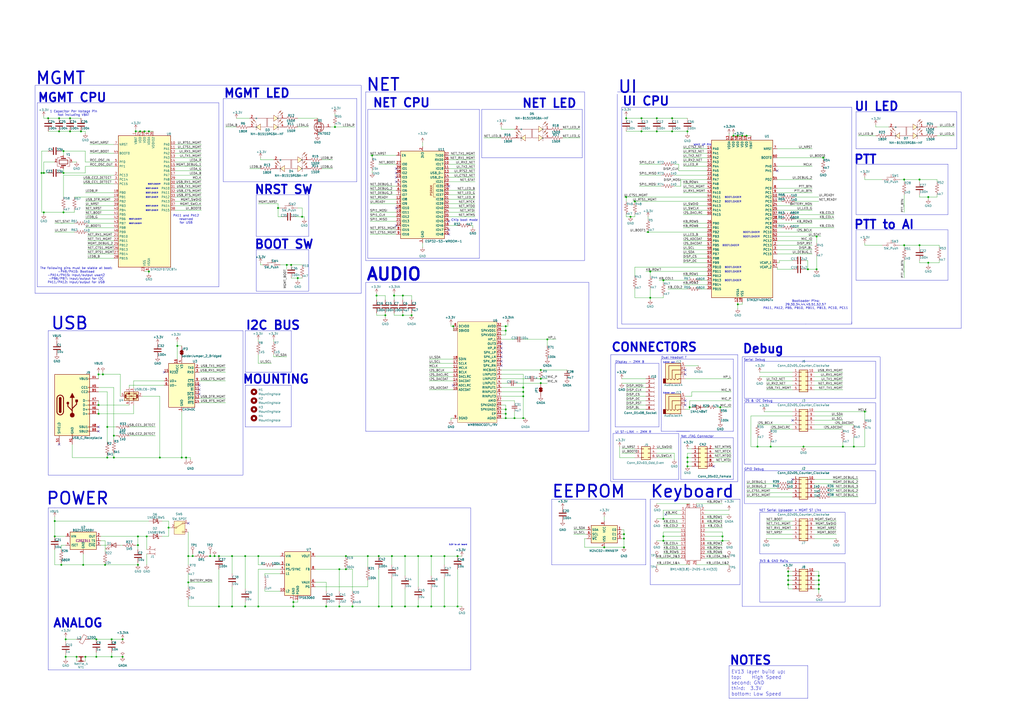
<source format=kicad_sch>
(kicad_sch (version 20250114) (generator "eeschema") (generator_version "9.0")
  (paper "A2")
  (title_block (title "EV13 FINN BERG & BRETT REGNIER") (date "2025-06-10") (company "CISCO SYSTEMS INC"))
  (lib_symbols
    (symbol "Battery_Management:BQ21040DBV"
      (property "Reference" "U" (at -7.62 6.35 0))
      (property "Value" "BQ21040DBV" (at 1.27 6.35 0))
      (symbol "BQ21040DBV_1_1"
        (pin power_in line (at -10.16 2.54 0) (length 2.54) (name "VIN") (number "6"))
        (pin input line (at -10.16 -2.54 0) (length 2.54) (name "ISET") (number "4"))
        (pin power_in line (at 0 -7.62 90) (length 2.54) (name "GND") (number "5"))
        (pin power_out line (at 10.16 2.54 180) (length 2.54) (name "OUT") (number "2"))
        (pin input line (at 10.16 0 180) (length 2.54) (name "TS") (number "1"))
        (pin open_collector line (at 10.16 -2.54 180) (length 2.54) (name "~{CHG}") (number "3"))
      )
    )
    (symbol "Connector:Conn_01x02_Socket" (pin_names (offset 1.016) (hide yes))
      (property "Reference" "J" (at 0 2.54 0))
      (property "Value" "Conn_01x02_Socket" (at 0 -5.08 0))
      (symbol "Conn_01x02_Socket_1_1"
        (pin passive line (at -5.08 0 0) (length 3.81) (name "Pin_1") (number "1"))
        (pin passive line (at -5.08 -2.54 0) (length 3.81) (name "Pin_2") (number "2"))
      )
    )
    (symbol "Connector:Conn_01x08_Socket" (pin_names (offset 1.016) (hide yes))
      (property "Reference" "J" (at 0 10.16 0))
      (property "Value" "Conn_01x08_Socket" (at 0 -12.7 0))
      (symbol "Conn_01x08_Socket_1_1"
        (pin passive line (at -5.08 7.62 0) (length 3.81) (name "Pin_1") (number "1"))
        (pin passive line (at -5.08 5.08 0) (length 3.81) (name "Pin_2") (number "2"))
        (pin passive line (at -5.08 2.54 0) (length 3.81) (name "Pin_3") (number "3"))
        (pin passive line (at -5.08 0 0) (length 3.81) (name "Pin_4") (number "4"))
        (pin passive line (at -5.08 -2.54 0) (length 3.81) (name "Pin_5") (number "5"))
        (pin passive line (at -5.08 -5.08 0) (length 3.81) (name "Pin_6") (number "6"))
        (pin passive line (at -5.08 -7.62 0) (length 3.81) (name "Pin_7") (number "7"))
        (pin passive line (at -5.08 -10.16 0) (length 3.81) (name "Pin_8") (number "8"))
      )
    )
    (symbol "Connector:TestPoint" (pin_numbers (hide yes)) (pin_names (offset 0.762) (hide yes))
      (property "Reference" "TP" (at 0 6.858 0))
      (property "Value" "TestPoint" (at 0 5.08 0))
      (symbol "TestPoint_1_1"
        (pin passive line (at 0 0 90) (length 2.54) (name "1") (number "1"))
      )
    )
    (symbol "Connector:USB_C_Receptacle_USB2.0_16P" (pin_names (offset 1.016))
      (property "Reference" "J" (at 0 22.225 0))
      (property "Value" "USB_C_Receptacle_USB2.0_16P" (at 0 19.685 0))
      (symbol "USB_C_Receptacle_USB2.0_16P_1_1"
        (pin passive line (at -7.62 -22.86 90) (length 5.08) (name "SHIELD") (number "S1"))
        (pin passive line (at 0 -22.86 90) (length 5.08) (name "GND") (number "A1"))
        (pin passive line (at 0 -22.86 90) (length 5.08) (hide yes) (name "GND") (number "A12"))
        (pin passive line (at 0 -22.86 90) (length 5.08) (hide yes) (name "GND") (number "B1"))
        (pin passive line (at 0 -22.86 90) (length 5.08) (hide yes) (name "GND") (number "B12"))
        (pin passive line (at 15.24 15.24 180) (length 5.08) (name "VBUS") (number "A4"))
        (pin passive line (at 15.24 15.24 180) (length 5.08) (hide yes) (name "VBUS") (number "A9"))
        (pin passive line (at 15.24 15.24 180) (length 5.08) (hide yes) (name "VBUS") (number "B4"))
        (pin passive line (at 15.24 15.24 180) (length 5.08) (hide yes) (name "VBUS") (number "B9"))
        (pin bidirectional line (at 15.24 10.16 180) (length 5.08) (name "CC1") (number "A5"))
        (pin bidirectional line (at 15.24 7.62 180) (length 5.08) (name "CC2") (number "B5"))
        (pin bidirectional line (at 15.24 2.54 180) (length 5.08) (name "D-") (number "A7"))
        (pin bidirectional line (at 15.24 0 180) (length 5.08) (name "D-") (number "B7"))
        (pin bidirectional line (at 15.24 -2.54 180) (length 5.08) (name "D+") (number "A6"))
        (pin bidirectional line (at 15.24 -5.08 180) (length 5.08) (name "D+") (number "B6"))
        (pin bidirectional line (at 15.24 -12.7 180) (length 5.08) (name "SBU1") (number "A8"))
        (pin bidirectional line (at 15.24 -15.24 180) (length 5.08) (name "SBU2") (number "B8"))
      )
    )
    (symbol "Connector_Audio:AudioJack4"
      (property "Reference" "J" (at 0 8.89 0))
      (property "Value" "AudioJack4" (at 0 6.35 0))
      (symbol "AudioJack4_1_1"
        (pin passive line (at 5.08 2.54 180) (length 2.54) (name "~") (number "S"))
        (pin passive line (at 5.08 0 180) (length 2.54) (name "~") (number "R2"))
        (pin passive line (at 5.08 -2.54 180) (length 2.54) (name "~") (number "R1"))
        (pin passive line (at 5.08 -5.08 180) (length 2.54) (name "~") (number "T"))
      )
    )
    (symbol "Connector_Generic:Conn_02x03_Odd_Even" (pin_names (offset 1.016) (hide yes))
      (property "Reference" "J" (at 1.27 5.08 0))
      (property "Value" "Conn_02x03_Odd_Even" (at 1.27 -5.08 0))
      (symbol "Conn_02x03_Odd_Even_1_1"
        (pin passive line (at -5.08 2.54 0) (length 3.81) (name "Pin_1") (number "1"))
        (pin passive line (at -5.08 0 0) (length 3.81) (name "Pin_3") (number "3"))
        (pin passive line (at -5.08 -2.54 0) (length 3.81) (name "Pin_5") (number "5"))
        (pin passive line (at 7.62 2.54 180) (length 3.81) (name "Pin_2") (number "2"))
        (pin passive line (at 7.62 0 180) (length 3.81) (name "Pin_4") (number "4"))
        (pin passive line (at 7.62 -2.54 180) (length 3.81) (name "Pin_6") (number "6"))
      )
    )
    (symbol "Connector_Generic:Conn_02x05_Counter_Clockwise" (pin_names (offset 1.016) (hide yes))
      (property "Reference" "J" (at 1.27 7.62 0))
      (property "Value" "Conn_02x05_Counter_Clockwise" (at 1.27 -7.62 0))
      (symbol "Conn_02x05_Counter_Clockwise_1_1"
        (pin passive line (at -5.08 5.08 0) (length 3.81) (name "Pin_1") (number "1"))
        (pin passive line (at -5.08 2.54 0) (length 3.81) (name "Pin_2") (number "2"))
        (pin passive line (at -5.08 0 0) (length 3.81) (name "Pin_3") (number "3"))
        (pin passive line (at -5.08 -2.54 0) (length 3.81) (name "Pin_4") (number "4"))
        (pin passive line (at -5.08 -5.08 0) (length 3.81) (name "Pin_5") (number "5"))
        (pin passive line (at 7.62 5.08 180) (length 3.81) (name "Pin_10") (number "10"))
        (pin passive line (at 7.62 2.54 180) (length 3.81) (name "Pin_9") (number "9"))
        (pin passive line (at 7.62 0 180) (length 3.81) (name "Pin_8") (number "8"))
        (pin passive line (at 7.62 -2.54 180) (length 3.81) (name "Pin_7") (number "7"))
        (pin passive line (at 7.62 -5.08 180) (length 3.81) (name "Pin_6") (number "6"))
      )
    )
    (symbol "Connector_Generic:Conn_02x05_Odd_Even" (pin_names (offset 1.016) (hide yes))
      (property "Reference" "J" (at 1.27 7.62 0))
      (property "Value" "Conn_02x05_Odd_Even" (at 1.27 -7.62 0))
      (symbol "Conn_02x05_Odd_Even_1_1"
        (pin passive line (at -5.08 5.08 0) (length 3.81) (name "Pin_1") (number "1"))
        (pin passive line (at -5.08 2.54 0) (length 3.81) (name "Pin_3") (number "3"))
        (pin passive line (at -5.08 0 0) (length 3.81) (name "Pin_5") (number "5"))
        (pin passive line (at -5.08 -2.54 0) (length 3.81) (name "Pin_7") (number "7"))
        (pin passive line (at -5.08 -5.08 0) (length 3.81) (name "Pin_9") (number "9"))
        (pin passive line (at 7.62 5.08 180) (length 3.81) (name "Pin_2") (number "2"))
        (pin passive line (at 7.62 2.54 180) (length 3.81) (name "Pin_4") (number "4"))
        (pin passive line (at 7.62 0 180) (length 3.81) (name "Pin_6") (number "6"))
        (pin passive line (at 7.62 -2.54 180) (length 3.81) (name "Pin_8") (number "8"))
        (pin passive line (at 7.62 -5.08 180) (length 3.81) (name "Pin_10") (number "10"))
      )
    )
    (symbol "Device:C" (pin_numbers (hide yes)) (pin_names (offset 0.254))
      (property "Reference" "C" (at 0.635 2.54 0))
      (property "Value" "C" (at 0.635 -2.54 0))
      (symbol "C_1_1"
        (pin passive line (at 0 3.81 270) (length 2.794) (name "~") (number "1"))
        (pin passive line (at 0 -3.81 90) (length 2.794) (name "~") (number "2"))
      )
    )
    (symbol "Device:C_Small" (pin_numbers (hide yes)) (pin_names (offset 0.254) (hide yes))
      (property "Reference" "C" (at 0.254 1.778 0))
      (property "Value" "C_Small" (at 0.254 -2.032 0))
      (symbol "C_Small_1_1"
        (pin passive line (at 0 2.54 270) (length 2.032) (name "~") (number "1"))
        (pin passive line (at 0 -2.54 90) (length 2.032) (name "~") (number "2"))
      )
    )
    (symbol "Device:Crystal_GND24" (pin_names (offset 1.016) (hide yes))
      (property "Reference" "Y" (at 3.175 5.08 0))
      (property "Value" "Crystal_GND24" (at 3.175 3.175 0))
      (symbol "Crystal_GND24_1_1"
        (pin passive line (at -3.81 0 0) (length 1.27) (name "1") (number "1"))
        (pin passive line (at 0 5.08 270) (length 1.27) (name "2") (number "2"))
        (pin passive line (at 0 -5.08 90) (length 1.27) (name "4") (number "4"))
        (pin passive line (at 3.81 0 180) (length 1.27) (name "3") (number "3"))
      )
    )
    (symbol "Device:D" (pin_numbers (hide yes)) (pin_names (offset 1.016) (hide yes))
      (property "Reference" "D" (at 0 2.54 0))
      (property "Value" "D" (at 0 -2.54 0))
      (symbol "D_1_1"
        (pin passive line (at -3.81 0 0) (length 2.54) (name "K") (number "1"))
        (pin passive line (at 3.81 0 180) (length 2.54) (name "A") (number "2"))
      )
    )
    (symbol "Device:D_Schottky" (pin_numbers (hide yes)) (pin_names (offset 1.016) (hide yes))
      (property "Reference" "D" (at 0 2.54 0))
      (property "Value" "D_Schottky" (at 0 -2.54 0))
      (symbol "D_Schottky_1_1"
        (pin passive line (at -3.81 0 0) (length 2.54) (name "K") (number "1"))
        (pin passive line (at 3.81 0 180) (length 2.54) (name "A") (number "2"))
      )
    )
    (symbol "Device:FerriteBead" (pin_numbers (hide yes)) (pin_names (offset 0))
      (property "Reference" "FB" (at -3.81 0.635 90))
      (property "Value" "FerriteBead" (at 3.81 0 90))
      (symbol "FerriteBead_1_1"
        (pin passive line (at 0 3.81 270) (length 2.54) (name "~") (number "1"))
        (pin passive line (at 0 -3.81 90) (length 2.54) (name "~") (number "2"))
      )
    )
    (symbol "Device:L" (pin_numbers (hide yes)) (pin_names (offset 1.016) (hide yes))
      (property "Reference" "L" (at -1.27 0 90))
      (property "Value" "L" (at 1.905 0 90))
      (symbol "L_1_1"
        (pin passive line (at 0 3.81 270) (length 1.27) (name "1") (number "1"))
        (pin passive line (at 0 -3.81 90) (length 1.27) (name "2") (number "2"))
      )
    )
    (symbol "Device:LED" (pin_numbers (hide yes)) (pin_names (offset 1.016) (hide yes))
      (property "Reference" "D" (at 0 2.54 0))
      (property "Value" "LED" (at 0 -2.54 0))
      (symbol "LED_1_1"
        (pin passive line (at -3.81 0 0) (length 2.54) (name "K") (number "1"))
        (pin passive line (at 3.81 0 180) (length 2.54) (name "A") (number "2"))
      )
    )
    (symbol "Device:NetTie_4" (pin_numbers (hide yes)) (pin_names (offset 0) (hide yes)) (in_bom no)
      (property "Reference" "NT" (at 0 1.27 0))
      (property "Value" "NetTie_4" (at 0 -3.81 0))
      (symbol "NetTie_4_1_1"
        (pin passive line (at -2.54 0 0) (length 2.54) (name "1") (number "1"))
        (pin passive line (at -2.54 -2.54 0) (length 2.54) (name "3") (number "3"))
        (pin passive line (at 2.54 0 180) (length 2.54) (name "2") (number "2"))
        (pin passive line (at 2.54 -2.54 180) (length 2.54) (name "4") (number "4"))
      )
    )
    (symbol "Device:R_Small_US" (pin_numbers (hide yes)) (pin_names (offset 0.254) (hide yes))
      (property "Reference" "R" (at 0.762 0.508 0))
      (property "Value" "R_Small_US" (at 0.762 -1.016 0))
      (symbol "R_Small_US_1_1"
        (pin passive line (at 0 2.54 270) (length 1.016) (name "~") (number "1"))
        (pin passive line (at 0 -2.54 90) (length 1.016) (name "~") (number "2"))
      )
    )
    (symbol "Device:R_US" (pin_numbers (hide yes)) (pin_names (offset 0))
      (property "Reference" "R" (at 2.54 0 90))
      (property "Value" "R_US" (at -2.54 0 90))
      (symbol "R_US_1_1"
        (pin passive line (at 0 3.81 270) (length 1.27) (name "~") (number "1"))
        (pin passive line (at 0 -3.81 90) (length 1.27) (name "~") (number "2"))
      )
    )
    (symbol "Hactar_Symbols:BM14B(0.8)-24DS-0.4V(53)"
      (property "Reference" "U13" (at 6.35 31.75 0))
      (property "Value" "BM14B(0.8)-24DS-0.4V(53)" (at -8.89 -5.08 0))
      (symbol "BM14B(0.8)-24DS-0.4V(53)_1_1"
        (pin input line (at -2.54 29.21 0) (length 2.54) (name "") (number "1"))
        (pin output line (at -2.54 26.67 0) (length 2.54) (name "") (number "3"))
        (pin input line (at -2.54 24.13 0) (length 2.54) (name "") (number "5"))
        (pin input line (at -2.54 21.59 0) (length 2.54) (name "") (number "7"))
        (pin input line (at -2.54 19.05 0) (length 2.54) (name "") (number "9"))
        (pin input line (at -2.54 16.51 0) (length 2.54) (name "") (number "11"))
        (pin input line (at -2.54 13.97 0) (length 2.54) (name "") (number "13"))
        (pin input line (at -2.54 11.43 0) (length 2.54) (name "") (number "15"))
        (pin input line (at -2.54 8.89 0) (length 2.54) (name "") (number "17"))
        (pin input line (at -2.54 6.35 0) (length 2.54) (name "") (number "19"))
        (pin input line (at -2.54 3.81 0) (length 2.54) (name "") (number "21"))
        (pin input line (at -2.54 1.27 0) (length 2.54) (name "") (number "23"))
        (pin input line (at 2.54 33.02 270) (length 2.54) (name "") (number "28"))
        (pin input line (at 2.54 -2.54 90) (length 2.54) (name "") (number "25"))
        (pin input line (at 6.35 33.02 270) (length 2.54) (name "") (number "27"))
        (pin input line (at 6.35 -2.54 90) (length 2.54) (name "") (number "26"))
        (pin input line (at 11.43 29.21 180) (length 2.54) (name "") (number "2"))
        (pin input line (at 11.43 26.67 180) (length 2.54) (name "") (number "4"))
        (pin input line (at 11.43 24.13 180) (length 2.54) (name "") (number "6"))
        (pin input line (at 11.43 21.59 180) (length 2.54) (name "") (number "8"))
        (pin input line (at 11.43 19.05 180) (length 2.54) (name "") (number "10"))
        (pin input line (at 11.43 16.51 180) (length 2.54) (name "") (number "12"))
        (pin input line (at 11.43 13.97 180) (length 2.54) (name "") (number "14"))
        (pin input line (at 11.43 11.43 180) (length 2.54) (name "") (number "16"))
        (pin input line (at 11.43 8.89 180) (length 2.54) (name "") (number "18"))
        (pin input line (at 11.43 6.35 180) (length 2.54) (name "") (number "20"))
        (pin input line (at 11.43 3.81 180) (length 2.54) (name "") (number "22"))
        (pin input line (at 11.43 1.27 180) (length 2.54) (name "") (number "24"))
      )
    )
    (symbol "Hactar_Symbols:NH-B1515RGBA-HF"
      (property "Reference" "LED" (at 0 -3.81 0))
      (property "Value" "NH-B1515RGBA-HF" (at 0 -7.62 0))
      (symbol "NH-B1515RGBA-HF_0_1"
        (pin passive line (at -10.16 6.35 0) (length 2.54) (name "+") (number "2"))
        (pin passive line (at -10.16 1.27 0) (length 2.54) (name "-") (number "3"))
        (pin passive line (at 10.16 6.35 180) (length 2.54) (name "-") (number "1"))
        (pin passive line (at 10.16 1.27 180) (length 2.54) (name "-") (number "4"))
      )
    )
    (symbol "Interface_USB:CH340C"
      (property "Reference" "U" (at -5.08 13.97 0))
      (property "Value" "CH340C" (at 1.27 13.97 0))
      (symbol "CH340C_1_1"
        (pin input line (at -10.16 7.62 0) (length 2.54) (name "R232") (number "15"))
        (pin bidirectional line (at -10.16 2.54 0) (length 2.54) (name "UD+") (number "5"))
        (pin bidirectional line (at -10.16 0 0) (length 2.54) (name "UD-") (number "6"))
        (pin no_connect line (at -7.62 -5.08 0) (length 2.54) (hide yes) (name "NC") (number "7"))
        (pin no_connect line (at -7.62 -7.62 0) (length 2.54) (hide yes) (name "NC") (number "8"))
        (pin power_in line (at -2.54 15.24 270) (length 2.54) (name "VCC") (number "16"))
        (pin power_out line (at 0 15.24 270) (length 2.54) (name "V3") (number "4"))
        (pin power_in line (at 0 -15.24 90) (length 2.54) (name "GND") (number "1"))
        (pin output line (at 10.16 10.16 180) (length 2.54) (name "TXD") (number "2"))
        (pin input line (at 10.16 7.62 180) (length 2.54) (name "RXD") (number "3"))
        (pin input line (at 10.16 2.54 180) (length 2.54) (name "~{CTS}") (number "9"))
        (pin input line (at 10.16 0 180) (length 2.54) (name "~{DSR}") (number "10"))
        (pin input line (at 10.16 -2.54 180) (length 2.54) (name "~{RI}") (number "11"))
        (pin input line (at 10.16 -5.08 180) (length 2.54) (name "~{DCD}") (number "12"))
        (pin output line (at 10.16 -7.62 180) (length 2.54) (name "~{DTR}") (number "13"))
        (pin output line (at 10.16 -10.16 180) (length 2.54) (name "~{RTS}") (number "14"))
      )
    )
    (symbol "Jumper:SolderJumper_2_Bridged" (pin_numbers (hide yes)) (pin_names (offset 0) (hide yes)) (exclude_from_sim yes) (in_bom no)
      (property "Reference" "JP" (at 0 2.032 0))
      (property "Value" "SolderJumper_2_Bridged" (at 0 -2.54 0))
      (symbol "SolderJumper_2_Bridged_1_1"
        (pin passive line (at -3.81 0 0) (length 2.54) (name "A") (number "1"))
        (pin passive line (at 3.81 0 180) (length 2.54) (name "B") (number "2"))
      )
    )
    (symbol "MCU_ST_STM32F0:STM32F072C8Tx"
      (property "Reference" "U" (at -15.24 39.37 0))
      (property "Value" "STM32F072C8Tx" (at 7.62 39.37 0))
      (symbol "STM32F072C8Tx_1_1"
        (pin input line (at -17.78 33.02 0) (length 2.54) (name "NRST") (number "7"))
        (pin input line (at -17.78 27.94 0) (length 2.54) (name "BOOT0") (number "44"))
        (pin bidirectional line (at -17.78 22.86 0) (length 2.54) (name "PF0") (number "5"))
        (pin bidirectional line (at -17.78 20.32 0) (length 2.54) (name "PF1") (number "6"))
        (pin bidirectional line (at -17.78 15.24 0) (length 2.54) (name "PC13") (number "2"))
        (pin bidirectional line (at -17.78 12.7 0) (length 2.54) (name "PC14") (number "3"))
        (pin bidirectional line (at -17.78 10.16 0) (length 2.54) (name "PC15") (number "4"))
        (pin bidirectional line (at -17.78 5.08 0) (length 2.54) (name "PB0") (number "18"))
        (pin bidirectional line (at -17.78 2.54 0) (length 2.54) (name "PB1") (number "19"))
        (pin bidirectional line (at -17.78 0 0) (length 2.54) (name "PB2") (number "20"))
        (pin bidirectional line (at -17.78 -2.54 0) (length 2.54) (name "PB3") (number "39"))
        (pin bidirectional line (at -17.78 -5.08 0) (length 2.54) (name "PB4") (number "40"))
        (pin bidirectional line (at -17.78 -7.62 0) (length 2.54) (name "PB5") (number "41"))
        (pin bidirectional line (at -17.78 -10.16 0) (length 2.54) (name "PB6") (number "42"))
        (pin bidirectional line (at -17.78 -12.7 0) (length 2.54) (name "PB7") (number "43"))
        (pin bidirectional line (at -17.78 -15.24 0) (length 2.54) (name "PB8") (number "45"))
        (pin bidirectional line (at -17.78 -17.78 0) (length 2.54) (name "PB9") (number "46"))
        (pin bidirectional line (at -17.78 -20.32 0) (length 2.54) (name "PB10") (number "21"))
        (pin bidirectional line (at -17.78 -22.86 0) (length 2.54) (name "PB11") (number "22"))
        (pin bidirectional line (at -17.78 -25.4 0) (length 2.54) (name "PB12") (number "25"))
        (pin bidirectional line (at -17.78 -27.94 0) (length 2.54) (name "PB13") (number "26"))
        (pin bidirectional line (at -17.78 -30.48 0) (length 2.54) (name "PB14") (number "27"))
        (pin bidirectional line (at -17.78 -33.02 0) (length 2.54) (name "PB15") (number "28"))
        (pin power_in line (at -5.08 40.64 270) (length 2.54) (name "VBAT") (number "1"))
        (pin power_in line (at -2.54 40.64 270) (length 2.54) (name "VDD") (number "24"))
        (pin power_in line (at 0 40.64 270) (length 2.54) (name "VDD") (number "48"))
        (pin power_in line (at 0 -40.64 90) (length 2.54) (name "VSS") (number "23"))
        (pin passive line (at 0 -40.64 90) (length 2.54) (hide yes) (name "VSS") (number "35"))
        (pin passive line (at 0 -40.64 90) (length 2.54) (hide yes) (name "VSS") (number "47"))
        (pin power_in line (at 2.54 40.64 270) (length 2.54) (name "VDDA") (number "9"))
        (pin power_in line (at 2.54 -40.64 90) (length 2.54) (name "VSSA") (number "8"))
        (pin power_in line (at 5.08 40.64 270) (length 2.54) (name "VDDIO2") (number "36"))
        (pin bidirectional line (at 17.78 33.02 180) (length 2.54) (name "PA0") (number "10"))
        (pin bidirectional line (at 17.78 30.48 180) (length 2.54) (name "PA1") (number "11"))
        (pin bidirectional line (at 17.78 27.94 180) (length 2.54) (name "PA2") (number "12"))
        (pin bidirectional line (at 17.78 25.4 180) (length 2.54) (name "PA3") (number "13"))
        (pin bidirectional line (at 17.78 22.86 180) (length 2.54) (name "PA4") (number "14"))
        (pin bidirectional line (at 17.78 20.32 180) (length 2.54) (name "PA5") (number "15"))
        (pin bidirectional line (at 17.78 17.78 180) (length 2.54) (name "PA6") (number "16"))
        (pin bidirectional line (at 17.78 15.24 180) (length 2.54) (name "PA7") (number "17"))
        (pin bidirectional line (at 17.78 12.7 180) (length 2.54) (name "PA8") (number "29"))
        (pin bidirectional line (at 17.78 10.16 180) (length 2.54) (name "PA9") (number "30"))
        (pin bidirectional line (at 17.78 7.62 180) (length 2.54) (name "PA10") (number "31"))
        (pin bidirectional line (at 17.78 5.08 180) (length 2.54) (name "PA11") (number "32"))
        (pin bidirectional line (at 17.78 2.54 180) (length 2.54) (name "PA12") (number "33"))
        (pin bidirectional line (at 17.78 0 180) (length 2.54) (name "PA13") (number "34"))
        (pin bidirectional line (at 17.78 -2.54 180) (length 2.54) (name "PA14") (number "37"))
        (pin bidirectional line (at 17.78 -5.08 180) (length 2.54) (name "PA15") (number "38"))
      )
    )
    (symbol "MCU_ST_STM32F4:STM32F405RGTx"
      (property "Reference" "U" (at -17.78 46.99 0))
      (property "Value" "STM32F405RGTx" (at 10.16 46.99 0))
      (symbol "STM32F405RGTx_1_1"
        (pin input line (at -20.32 40.64 0) (length 2.54) (name "NRST") (number "7"))
        (pin input line (at -20.32 35.56 0) (length 2.54) (name "BOOT0") (number "60"))
        (pin bidirectional line (at -20.32 30.48 0) (length 2.54) (name "PH0") (number "5"))
        (pin bidirectional line (at -20.32 27.94 0) (length 2.54) (name "PH1") (number "6"))
        (pin bidirectional line (at -20.32 22.86 0) (length 2.54) (name "PD2") (number "54"))
        (pin bidirectional line (at -20.32 17.78 0) (length 2.54) (name "PC0") (number "8"))
        (pin bidirectional line (at -20.32 15.24 0) (length 2.54) (name "PC1") (number "9"))
        (pin bidirectional line (at -20.32 12.7 0) (length 2.54) (name "PC2") (number "10"))
        (pin bidirectional line (at -20.32 10.16 0) (length 2.54) (name "PC3") (number "11"))
        (pin bidirectional line (at -20.32 7.62 0) (length 2.54) (name "PC4") (number "24"))
        (pin bidirectional line (at -20.32 5.08 0) (length 2.54) (name "PC5") (number "25"))
        (pin bidirectional line (at -20.32 2.54 0) (length 2.54) (name "PC6") (number "37"))
        (pin bidirectional line (at -20.32 0 0) (length 2.54) (name "PC7") (number "38"))
        (pin bidirectional line (at -20.32 -2.54 0) (length 2.54) (name "PC8") (number "39"))
        (pin bidirectional line (at -20.32 -5.08 0) (length 2.54) (name "PC9") (number "40"))
        (pin bidirectional line (at -20.32 -7.62 0) (length 2.54) (name "PC10") (number "51"))
        (pin bidirectional line (at -20.32 -10.16 0) (length 2.54) (name "PC11") (number "52"))
        (pin bidirectional line (at -20.32 -12.7 0) (length 2.54) (name "PC12") (number "53"))
        (pin bidirectional line (at -20.32 -15.24 0) (length 2.54) (name "PC13") (number "2"))
        (pin bidirectional line (at -20.32 -17.78 0) (length 2.54) (name "PC14") (number "3"))
        (pin bidirectional line (at -20.32 -20.32 0) (length 2.54) (name "PC15") (number "4"))
        (pin power_out line (at -20.32 -25.4 0) (length 2.54) (name "VCAP_1") (number "31"))
        (pin power_out line (at -20.32 -27.94 0) (length 2.54) (name "VCAP_2") (number "47"))
        (pin power_in line (at -5.08 48.26 270) (length 2.54) (name "VBAT") (number "1"))
        (pin power_in line (at -2.54 48.26 270) (length 2.54) (name "VDD") (number "19"))
        (pin power_in line (at 0 48.26 270) (length 2.54) (name "VDD") (number "32"))
        (pin power_in line (at 0 -48.26 90) (length 2.54) (name "VSS") (number "18"))
        (pin passive line (at 0 -48.26 90) (length 2.54) (hide yes) (name "VSS") (number "63"))
        (pin power_in line (at 2.54 48.26 270) (length 2.54) (name "VDD") (number "48"))
        (pin power_in line (at 2.54 -48.26 90) (length 2.54) (name "VSSA") (number "12"))
        (pin power_in line (at 5.08 48.26 270) (length 2.54) (name "VDD") (number "64"))
        (pin power_in line (at 7.62 48.26 270) (length 2.54) (name "VDDA") (number "13"))
        (pin bidirectional line (at 20.32 40.64 180) (length 2.54) (name "PA0") (number "14"))
        (pin bidirectional line (at 20.32 38.1 180) (length 2.54) (name "PA1") (number "15"))
        (pin bidirectional line (at 20.32 35.56 180) (length 2.54) (name "PA2") (number "16"))
        (pin bidirectional line (at 20.32 33.02 180) (length 2.54) (name "PA3") (number "17"))
        (pin bidirectional line (at 20.32 30.48 180) (length 2.54) (name "PA4") (number "20"))
        (pin bidirectional line (at 20.32 27.94 180) (length 2.54) (name "PA5") (number "21"))
        (pin bidirectional line (at 20.32 25.4 180) (length 2.54) (name "PA6") (number "22"))
        (pin bidirectional line (at 20.32 22.86 180) (length 2.54) (name "PA7") (number "23"))
        (pin bidirectional line (at 20.32 20.32 180) (length 2.54) (name "PA8") (number "41"))
        (pin bidirectional line (at 20.32 17.78 180) (length 2.54) (name "PA9") (number "42"))
        (pin bidirectional line (at 20.32 15.24 180) (length 2.54) (name "PA10") (number "43"))
        (pin bidirectional line (at 20.32 12.7 180) (length 2.54) (name "PA11") (number "44"))
        (pin bidirectional line (at 20.32 10.16 180) (length 2.54) (name "PA12") (number "45"))
        (pin bidirectional line (at 20.32 7.62 180) (length 2.54) (name "PA13") (number "46"))
        (pin bidirectional line (at 20.32 5.08 180) (length 2.54) (name "PA14") (number "49"))
        (pin bidirectional line (at 20.32 2.54 180) (length 2.54) (name "PA15") (number "50"))
        (pin bidirectional line (at 20.32 -2.54 180) (length 2.54) (name "PB0") (number "26"))
        (pin bidirectional line (at 20.32 -5.08 180) (length 2.54) (name "PB1") (number "27"))
        (pin bidirectional line (at 20.32 -7.62 180) (length 2.54) (name "PB2") (number "28"))
        (pin bidirectional line (at 20.32 -10.16 180) (length 2.54) (name "PB3") (number "55"))
        (pin bidirectional line (at 20.32 -12.7 180) (length 2.54) (name "PB4") (number "56"))
        (pin bidirectional line (at 20.32 -15.24 180) (length 2.54) (name "PB5") (number "57"))
        (pin bidirectional line (at 20.32 -17.78 180) (length 2.54) (name "PB6") (number "58"))
        (pin bidirectional line (at 20.32 -20.32 180) (length 2.54) (name "PB7") (number "59"))
        (pin bidirectional line (at 20.32 -22.86 180) (length 2.54) (name "PB8") (number "61"))
        (pin bidirectional line (at 20.32 -25.4 180) (length 2.54) (name "PB9") (number "62"))
        (pin bidirectional line (at 20.32 -27.94 180) (length 2.54) (name "PB10") (number "29"))
        (pin bidirectional line (at 20.32 -30.48 180) (length 2.54) (name "PB11") (number "30"))
        (pin bidirectional line (at 20.32 -33.02 180) (length 2.54) (name "PB12") (number "33"))
        (pin bidirectional line (at 20.32 -35.56 180) (length 2.54) (name "PB13") (number "34"))
        (pin bidirectional line (at 20.32 -38.1 180) (length 2.54) (name "PB14") (number "35"))
        (pin bidirectional line (at 20.32 -40.64 180) (length 2.54) (name "PB15") (number "36"))
      )
    )
    (symbol "Mechanical:MountingHole" (pin_names (offset 1.016)) (in_bom no)
      (property "Reference" "H" (at 0 5.08 0))
      (property "Value" "MountingHole" (at 0 3.175 0))
    )
    (symbol "Memory_EEPROM:M24C02-RMN"
      (property "Reference" "U" (at -6.35 6.35 0))
      (property "Value" "M24C02-RMN" (at 7.62 6.35 0))
      (symbol "M24C02-RMN_1_1"
        (pin input line (at -10.16 2.54 0) (length 2.54) (name "E0") (number "1"))
        (pin input line (at -10.16 0 0) (length 2.54) (name "E1") (number "2"))
        (pin input line (at -10.16 -2.54 0) (length 2.54) (name "E2") (number "3"))
        (pin power_in line (at 0 7.62 270) (length 2.54) (name "VCC") (number "8"))
        (pin power_in line (at 0 -7.62 90) (length 2.54) (name "VSS") (number "4"))
        (pin bidirectional line (at 10.16 2.54 180) (length 2.54) (name "SDA") (number "5"))
        (pin input line (at 10.16 0 180) (length 2.54) (name "SCL") (number "6"))
        (pin input line (at 10.16 -2.54 180) (length 2.54) (name "~{WC}") (number "7"))
      )
    )
    (symbol "Power_Protection:USBLC6-2P6" (pin_names (hide yes))
      (property "Reference" "U" (at 0.635 5.715 0))
      (property "Value" "USBLC6-2P6" (at 0.635 3.81 0))
      (symbol "USBLC6-2P6_1_1"
        (pin passive line (at -5.08 0 0) (length 2.54) (name "I/O1") (number "1"))
        (pin passive line (at -5.08 -2.54 0) (length 2.54) (name "I/O2") (number "3"))
        (pin passive line (at 0 5.08 270) (length 2.54) (name "VBUS") (number "5"))
        (pin passive line (at 0 -7.62 90) (length 2.54) (name "GND") (number "2"))
        (pin passive line (at 5.08 0 180) (length 2.54) (name "I/O1") (number "6"))
        (pin passive line (at 5.08 -2.54 180) (length 2.54) (name "I/O2") (number "4"))
      )
    )
    (symbol "RF_Module:ESP32-S3-WROOM-1"
      (property "Reference" "U" (at -12.7 26.67 0))
      (property "Value" "ESP32-S3-WROOM-1" (at 12.7 26.67 0))
      (symbol "ESP32-S3-WROOM-1_0_0"
        (text "PSRAM" (at 5.08 2.54 900) (effects (font (size 1.27 1.27))))
      )
      (symbol "ESP32-S3-WROOM-1_1_1"
        (pin input line (at -15.24 22.86 0) (length 2.54) (name "EN") (number "3"))
        (pin bidirectional line (at -15.24 17.78 0) (length 2.54) (name "IO0") (number "27"))
        (pin bidirectional line (at -15.24 15.24 0) (length 2.54) (name "IO1") (number "39"))
        (pin bidirectional line (at -15.24 12.7 0) (length 2.54) (name "IO2") (number "38"))
        (pin bidirectional line (at -15.24 10.16 0) (length 2.54) (name "IO3") (number "15"))
        (pin bidirectional line (at -15.24 7.62 0) (length 2.54) (name "IO4") (number "4"))
        (pin bidirectional line (at -15.24 5.08 0) (length 2.54) (name "IO5") (number "5"))
        (pin bidirectional line (at -15.24 2.54 0) (length 2.54) (name "IO6") (number "6"))
        (pin bidirectional line (at -15.24 0 0) (length 2.54) (name "IO7") (number "7"))
        (pin bidirectional line (at -15.24 -2.54 0) (length 2.54) (name "IO8") (number "12"))
        (pin bidirectional line (at -15.24 -5.08 0) (length 2.54) (name "IO9") (number "17"))
        (pin bidirectional line (at -15.24 -7.62 0) (length 2.54) (name "IO10") (number "18"))
        (pin bidirectional line (at -15.24 -10.16 0) (length 2.54) (name "IO11") (number "19"))
        (pin bidirectional line (at -15.24 -12.7 0) (length 2.54) (name "IO12") (number "20"))
        (pin bidirectional line (at -15.24 -15.24 0) (length 2.54) (name "IO13") (number "21"))
        (pin bidirectional line (at -15.24 -17.78 0) (length 2.54) (name "IO14") (number "22"))
        (pin bidirectional line (at -15.24 -20.32 0) (length 2.54) (name "IO15") (number "8"))
        (pin bidirectional line (at -15.24 -22.86 0) (length 2.54) (name "IO16") (number "9"))
        (pin power_in line (at 0 27.94 270) (length 2.54) (name "3V3") (number "2"))
        (pin power_in line (at 0 -27.94 90) (length 2.54) (name "GND") (number "1"))
        (pin passive line (at 0 -27.94 90) (length 2.54) (hide yes) (name "GND") (number "40"))
        (pin passive line (at 0 -27.94 90) (length 2.54) (hide yes) (name "GND") (number "41"))
        (pin bidirectional line (at 15.24 22.86 180) (length 2.54) (name "TXD0") (number "37"))
        (pin bidirectional line (at 15.24 20.32 180) (length 2.54) (name "RXD0") (number "36"))
        (pin bidirectional line (at 15.24 17.78 180) (length 2.54) (name "IO17") (number "10"))
        (pin bidirectional line (at 15.24 15.24 180) (length 2.54) (name "IO18") (number "11"))
        (pin bidirectional line (at 15.24 12.7 180) (length 2.54) (name "USB_D-") (number "13"))
        (pin bidirectional line (at 15.24 10.16 180) (length 2.54) (name "USB_D+") (number "14"))
        (pin bidirectional line (at 15.24 7.62 180) (length 2.54) (name "IO21") (number "23"))
        (pin bidirectional line (at 15.24 5.08 180) (length 2.54) (name "IO35") (number "28"))
        (pin bidirectional line (at 15.24 2.54 180) (length 2.54) (name "IO36") (number "29"))
        (pin bidirectional line (at 15.24 0 180) (length 2.54) (name "IO37") (number "30"))
        (pin bidirectional line (at 15.24 -2.54 180) (length 2.54) (name "IO38") (number "31"))
        (pin bidirectional line (at 15.24 -5.08 180) (length 2.54) (name "IO39") (number "32"))
        (pin bidirectional line (at 15.24 -7.62 180) (length 2.54) (name "IO40") (number "33"))
        (pin bidirectional line (at 15.24 -10.16 180) (length 2.54) (name "IO41") (number "34"))
        (pin bidirectional line (at 15.24 -12.7 180) (length 2.54) (name "IO42") (number "35"))
        (pin bidirectional line (at 15.24 -15.24 180) (length 2.54) (name "IO45") (number "26"))
        (pin bidirectional line (at 15.24 -17.78 180) (length 2.54) (name "IO46") (number "16"))
        (pin bidirectional line (at 15.24 -20.32 180) (length 2.54) (name "IO47") (number "24"))
        (pin bidirectional line (at 15.24 -22.86 180) (length 2.54) (name "IO48") (number "25"))
      )
    )
    (symbol "Regulator_Switching:TPS63060"
      (property "Reference" "U" (at -7.62 13.97 0))
      (property "Value" "TPS63060" (at 2.54 13.97 0))
      (symbol "TPS63060_1_1"
        (pin power_in line (at -10.16 10.16 0) (length 2.54) (name "VIN") (number "2"))
        (pin input line (at -10.16 5.08 0) (length 2.54) (name "EN") (number "3"))
        (pin input line (at -10.16 2.54 0) (length 2.54) (name "PS/SYNC") (number "4"))
        (pin input line (at -10.16 0 0) (length 2.54) (name "L1") (number "1"))
        (pin input line (at -10.16 -10.16 0) (length 2.54) (name "L2") (number "10"))
        (pin power_in line (at -2.54 -15.24 90) (length 2.54) (name "GND") (number "7"))
        (pin power_in line (at 0 -15.24 90) (length 2.54) (name "PGND") (number "11"))
        (pin power_out line (at 10.16 10.16 180) (length 2.54) (name "VOUT") (number "9"))
        (pin input line (at 10.16 2.54 180) (length 2.54) (name "FB") (number "8"))
        (pin passive line (at 10.16 -5.08 180) (length 2.54) (name "VAUX") (number "6"))
        (pin output line (at 10.16 -7.62 180) (length 2.54) (name "PG") (number "5"))
      )
    )
    (symbol "SolderJumper_2_Bridged_1" (pin_numbers (hide yes)) (pin_names (offset 0) (hide yes)) (exclude_from_sim yes) (in_bom no)
      (property "Reference" "JP" (at 0 2.032 0))
      (property "Value" "SolderJumper_2_Bridged" (at 0 -2.54 0))
      (symbol "SolderJumper_2_Bridged_1_1_1"
        (pin passive line (at -3.81 0 0) (length 2.54) (name "A") (number "1"))
        (pin passive line (at 3.81 0 180) (length 2.54) (name "B") (number "2"))
      )
    )
    (symbol "Switch:SW_Push" (pin_numbers (hide yes)) (pin_names (offset 1.016) (hide yes))
      (property "Reference" "SW" (at 1.27 2.54 0))
      (property "Value" "SW_Push" (at 0 -1.524 0))
      (symbol "SW_Push_0_1"
        (pin passive line (at -5.08 0 0) (length 2.54) (name "1") (number "1"))
        (pin passive line (at 5.08 0 180) (length 2.54) (name "2") (number "2"))
      )
    )
    (symbol "Switch:SW_SPDT" (pin_names (offset 0) (hide yes))
      (property "Reference" "SW" (at 0 5.08 0))
      (property "Value" "SW_SPDT" (at 0 -5.08 0))
      (symbol "SW_SPDT_1_1"
        (pin passive line (at -5.08 0 0) (length 2.54) (name "B") (number "2"))
        (pin passive line (at 5.08 2.54 180) (length 2.54) (name "A") (number "1"))
        (pin passive line (at 5.08 -2.54 180) (length 2.54) (name "C") (number "3"))
      )
    )
    (symbol "Transistor_FET:2N7002" (pin_names (hide yes))
      (property "Reference" "Q" (at 5.08 1.905 0))
      (property "Value" "2N7002" (at 5.08 0 0))
      (symbol "2N7002_1_1"
        (pin input line (at -5.08 0 0) (length 2.54) (name "G") (number "1"))
        (pin passive line (at 2.54 5.08 270) (length 2.54) (name "D") (number "3"))
        (pin passive line (at 2.54 -5.08 90) (length 2.54) (name "S") (number "2"))
      )
    )
    (symbol "WM8960CGEFL/RV_1_1"
      (property "Reference" "U6" (at 11.938 62.738 0))
      (property "Value" "WM8960CGEFL/RV" (at 11.938 60.198 0))
      (symbol "WM8960CGEFL/RV_1_1_1_1"
        (pin power_in line (at -2.54 55.88 0) (length 2.54) (name "DCVDD") (number "8"))
        (pin power_in line (at -2.54 53.34 0) (length 2.54) (name "DBVDD") (number "10"))
        (pin input line (at -2.54 36.83 0) (length 2.54) (name "SDIN") (number "18"))
        (pin input line (at -2.54 34.29 0) (length 2.54) (name "SCLK") (number "17"))
        (pin input line (at -2.54 31.75 0) (length 2.54) (name "MCLK") (number "11"))
        (pin input line (at -2.54 29.21 0) (length 2.54) (name "BCLK") (number "12"))
        (pin input line (at -2.54 26.67 0) (length 2.54) (name "DACLRC") (number "13"))
        (pin input line (at -2.54 24.13 0) (length 2.54) (name "DACDAT") (number "14"))
        (pin input line (at -2.54 21.59 0) (length 2.54) (name "ADCLRC") (number "15"))
        (pin input line (at -2.54 19.05 0) (length 2.54) (name "ADCDAT") (number "16"))
        (pin power_in line (at -2.54 2.54 0) (length 2.54) (name "DGND") (number "9"))
        (pin power_in line (at 25.4 55.88 180) (length 2.54) (name "AVDD") (number "32"))
        (pin power_in line (at 25.4 53.34 180) (length 2.54) (name "SPKVDD1") (number "26"))
        (pin power_in line (at 25.4 50.8 180) (length 2.54) (name "SPKVDD2") (number "21"))
        (pin input line (at 25.4 48.26 180) (length 2.54) (name "HP_L") (number "31"))
        (pin input line (at 25.4 45.72 180) (length 2.54) (name "OUT3") (number "30"))
        (pin input line (at 25.4 43.18 180) (length 2.54) (name "HP_R") (number "29"))
        (pin input line (at 25.4 40.64 180) (length 2.54) (name "SPK_LP") (number "25"))
        (pin input line (at 25.4 38.1 180) (length 2.54) (name "SPK_LN") (number "23"))
        (pin input line (at 25.4 35.56 180) (length 2.54) (name "SPK_RP") (number "22"))
        (pin input line (at 25.4 33.02 180) (length 2.54) (name "SPK_RN") (number "19"))
        (pin input line (at 25.4 30.48 180) (length 2.54) (name "MICBIAS") (number "1"))
        (pin input line (at 25.4 27.94 180) (length 2.54) (name "LINPUT3") (number "2"))
        (pin input line (at 25.4 25.4 180) (length 2.54) (name "LINPUT2") (number "3"))
        (pin input line (at 25.4 22.86 180) (length 2.54) (name "LINPUT1") (number "4"))
        (pin input line (at 25.4 20.32 180) (length 2.54) (name "RINPUT1") (number "5"))
        (pin input line (at 25.4 17.78 180) (length 2.54) (name "RINPUT2") (number "6"))
        (pin input line (at 25.4 15.24 180) (length 2.54) (name "RINPUT3") (number "7"))
        (pin input line (at 25.4 12.7 180) (length 2.54) (name "AMID") (number "27"))
        (pin power_in line (at 25.4 10.16 180) (length 2.54) (name "SPKGND2") (number "20"))
        (pin power_in line (at 25.4 7.62 180) (length 2.54) (name "SPKGND1") (number "24"))
        (pin power_in line (at 25.4 5.08 180) (length 2.54) (name "EP") (number "33"))
        (pin power_in line (at 25.4 2.54 180) (length 2.54) (name "AGND") (number "28"))
      )
    )
    (symbol "power:+3.3V" (power) (pin_numbers (hide yes)) (pin_names (offset 0) (hide yes))
      (property "Value" "+3.3V" (at 0 3.556 0))
      (symbol "+3.3V_1_1"
        (pin power_in line (at 0 0 90) (length 0) (name "~") (number "1"))
      )
    )
    (symbol "power:+3.3VA" (power) (pin_numbers (hide yes)) (pin_names (offset 0) (hide yes))
      (property "Value" "+3.3VA" (at 0 3.556 0))
      (symbol "+3.3VA_1_1"
        (pin power_in line (at 0 0 90) (length 0) (name "~") (number "1"))
      )
    )
    (symbol "power:GND" (power) (pin_numbers (hide yes)) (pin_names (offset 0) (hide yes))
      (property "Value" "GND" (at 0 -3.81 0))
      (symbol "GND_1_1"
        (pin power_in line (at 0 0 270) (length 0) (name "~") (number "1"))
      )
    )
    (symbol "power:GNDA" (power) (pin_numbers (hide yes)) (pin_names (offset 0) (hide yes))
      (property "Value" "GNDA" (at 0 -3.81 0))
      (symbol "GNDA_1_1"
        (pin power_in line (at 0 0 270) (length 0) (name "~") (number "1"))
      )
    )
    (symbol "power:PWR_FLAG" (power) (pin_numbers (hide yes)) (pin_names (offset 0) (hide yes))
      (property "Value" "PWR_FLAG" (at 0 3.81 0))
      (symbol "PWR_FLAG_0_0"
        (pin power_out line (at 0 0 90) (length 0) (name "~") (number "1"))
      )
    )
    (symbol "power:VBUS" (power) (pin_numbers (hide yes)) (pin_names (offset 0) (hide yes))
      (property "Value" "VBUS" (at 0 3.556 0))
      (symbol "VBUS_1_1"
        (pin power_in line (at 0 0 90) (length 0) (name "~") (number "1"))
      )
    )
  )
  (rectangle (start 354.33 205.74) (end 427.99 279.4))
  (rectangle (start 20.32 49.53) (end 209.55 170.18))
  (rectangle (start 430.53 207.01) (end 510.54 351.79))
  (rectangle (start 440.69 326.39) (end 490.22 349.25))
  (rectangle (start 212.09 163.83) (end 341.63 250.19))
  (rectangle (start 148.59 113.03) (end 179.07 137.16))
  (rectangle (start 431.8 273.05) (end 508 292.1))
  (rectangle (start 431.8 209.55) (end 508 231.14))
  (rectangle (start 431.8 233.68) (end 508 269.24))
  (rectangle (start 440.69 297.18) (end 490.22 321.31))
  (rectangle (start 27.94 191.77) (end 140.97 275.59))
  (rectangle (start 148.59 144.78) (end 179.07 168.91))
  (text "MGMT " (at 20.32 49.53 0) (effects (font (size 7 7) (thickness 1) (bold yes)) (justify left bottom)))
  (text "BOOTLOADER" (at 88.138 122.174 0) (effects (font (size 0.762 0.762))))
  (text "UI\n" (at 358.14 54.61 0) (effects (font (size 7 7) (thickness 1) (bold yes)) (justify left bottom)))
  (text "NET CPU" (at 215.9 62.738 0) (effects (font (size 5 5) (thickness 1) (bold yes)) (justify left bottom)))
  (text "BOOTLOADER" (at 88.138 112.014 0) (effects (font (size 0.762 0.762))))
  (text "Serial Debug" (at 437.642 208.788 0) (effects (font (size 1.27 1.27))))
  (text "MGMT CPU" (at 21.59 59.69 0) (effects (font (size 5 5) (thickness 1) (bold yes)) (justify left bottom)))
  (text "WAKE UP PIN" (at 407.416 84.074 0) (effects (font (size 1.016 1.016))))
  (text "BOOTLOADER" (at 425.196 157.734 0) (effects (font (size 1.016 1.016))))
  (text "PTT to AI" (at 495.046 133.35 0) (effects (font (size 5 5) (thickness 1) (bold yes)) (justify left bottom)))
  (text "BOOTLOADER" (at 435.864 134.874 0) (effects (font (size 1.016 1.016))))
  (text "BOOTLOADER" (at 88.138 119.634 0) (effects (font (size 0.762 0.762))))
  (text "NET" (at 212.09 53.34 0) (effects (font (size 7 7) (thickness 1) (bold yes)) (justify left bottom)))
  (text "POWER\n" (at 63.5 293.37 0) (effects (font (size 7 7) (thickness 1) (bold yes)) (justify right bottom)))
  (text "BOOTLOADER" (at 425.196 162.814 0) (effects (font (size 1.016 1.016))))
  (text "BOOTLOADER" (at 425.196 117.094 0) (effects (font (size 1.016 1.016))))
  (text "CONNECTORS" (at 354.33 204.47 0) (effects (font (size 5 5) (thickness 1) (bold yes)) (justify left bottom)))
  (text "MOUNTING" (at 140.462 223.012 0) (effects (font (size 5 5) (bold yes)) (justify left bottom)))
  (text "NET LED" (at 302.514 62.992 0) (effects (font (size 5 5) (thickness 1) (bold yes)) (justify left bottom)))
  (text "UI CPU" (at 360.68 61.722 0) (effects (font (size 5 5) (thickness 1) (bold yes)) (justify left bottom)))
  (text "Bootloader Pins:\n29,30,34,44,45,51,52,57\nPA11, PA12, PB5, PB10, PB11, PB13, PC10, PC11" (at 467.36 176.784 0) (effects (font (size 1.27 1.27))))
  (text "UI ST-LINK - 2MM R\n" (at 356.87 251.46 0) (effects (font (size 1.27 1.27)) (justify left bottom)))
  (text "Dual Headset T\n" (at 383.54 208.28 0) (effects (font (size 1.27 1.27)) (justify left bottom)))
  (text "BOOTLOADER" (at 88.138 109.474 0) (effects (font (size 0.762 0.762))))
  (text "Chip boot mode" (at 269.494 127.762 0) (effects (font (size 1.27 1.27))))
  (text "Net JTAG Connector" (at 394.97 254 0) (effects (font (size 1.27 1.27)) (justify left bottom)))
  (text "NET Serial Uploader + MGMT ST Link" (at 458.47 296.164 0) (effects (font (size 1.27 1.27))))
  (text "NRST SW\n" (at 147.32 113.03 0) (effects (font (size 5 5) (thickness 1) (bold yes)) (justify left bottom)))
  (text "The following pins must be stable at boot:\n-PA9/PA10: Bootload\n-PA14/PA15: Input/output usart2\n-PB6/PB7: Input/output for I2C\nPA11/PA12: Input/output for USB\n" (at 44.196 159.766 0) (effects (font (size 1.27 1.27))))
  (text "3.5mm Jack" (at 388.112 210.312 0) (effects (font (size 0.762 0.762))))
  (text "EV13 layer build up:\ntop:    High Speed\nsecond: GND\nthird:  3.3V\nbottom: Low Speed" (at 424.18 403.86 0) (effects (font (size 2 2)) (justify left bottom)))
  (text "Debug" (at 442.722 202.438 0) (effects (font (size 5.08 5.08) (thickness 1.016) (bold yes))))
  (text "BOOTLOADER" (at 78.486 129.794 0) (effects (font (size 0.762 0.762))))
  (text "AUDIO\n" (at 212.09 163.322 0) (effects (font (size 7 7) (bold yes)) (justify left bottom)))
  (text "BOOTLOADER" (at 89.408 106.934 0) (effects (font (size 0.762 0.762))))
  (text "PTT" (at 495.046 95.504 0) (effects (font (size 5 5) (thickness 1) (bold yes)) (justify left bottom)))
  (text "BOOT SW\n" (at 147.32 144.78 0) (effects (font (size 5 5) (thickness 1) (bold yes)) (justify left bottom)))
  (text "PA11 and PA12\nreserved\nfor USB" (at 107.95 127.254 0) (effects (font (size 1.27 1.27))))
  (text "EEPROM" (at 319.786 289.306 0) (effects (font (size 7 7) (thickness 1) (bold yes)) (justify left bottom)))
  (text "I2C BUS" (at 142.24 191.77 0) (effects (font (size 5 5) (bold yes)) (justify left bottom)))
  (text "USB" (at 29.21 191.77 0) (effects (font (size 7 7) (thickness 1) (bold yes)) (justify left bottom)))
  (text "2.5mm Jack" (at 388.112 228.092 0) (effects (font (size 0.762 0.762))))
  (text "BOOTLOADER" (at 425.196 155.194 0) (effects (font (size 1.016 1.016))))
  (text "BOOTLOADER" (at 425.196 114.554 0) (effects (font (size 1.016 1.016))))
  (text "MGMT LED\n" (at 129.54 57.15 0) (effects (font (size 5 5) (thickness 1) (bold yes)) (justify left bottom)))
  (text "3.3V to all board" (at 260.35 316.484 0) (effects (font (size 0.8 0.8)) (justify left bottom)))
  (text "BOOTLOADER" (at 435.864 137.414 0) (effects (font (size 1.016 1.016))))
  (text "3V3 & GND Rails" (at 448.818 325.628 0) (effects (font (size 1.27 1.27))))
  (text "BOOTLOADER" (at 88.138 114.554 0) (effects (font (size 0.762 0.762))))
  (text "NOTES" (at 422.91 386.08 0) (effects (font (size 5 5) (thickness 1) (bold yes)) (justify left bottom)))
  (text "Keyboard" (at 376.936 289.306 0) (effects (font (size 7 7) (thickness 1) (bold yes)) (justify left bottom)))
  (text "BOOTLOADER" (at 423.926 142.494 0) (effects (font (size 1.016 1.016))))
  (text "Display - 2MM B" (at 356.87 210.82 0) (effects (font (size 1.27 1.27)) (justify left bottom)))
  (text "I2S & I2C Debug" (at 439.928 232.664 0) (effects (font (size 1.27 1.27))))
  (text "BOOTLOADER" (at 78.486 127.254 0) (effects (font (size 0.762 0.762))))
  (text "GPIO Debug" (at 437.388 272.288 0) (effects (font (size 1.27 1.27))))
  (text "1 Capacitor Per Voltage Pin\nNot including VBAT" (at 42.672 65.786 0) (effects (font (size 1.27 1.27))))
  (text "UI LED\n" (at 495.3 64.77 0) (effects (font (size 5 5) (thickness 1) (bold yes)) (justify left bottom)))
  (text "ANALOG" (at 30.48 364.49 0) (effects (font (size 5 5) (thickness 1) (bold yes)) (justify left bottom)))
  (junction (at 25.4 123.19))
  (junction (at 219.71 322.58))
  (junction (at 189.23 351.79))
  (junction (at 40.64 76.2))
  (junction (at 196.85 330.2))
  (junction (at 127 322.58))
  (junction (at 303.53 227.33))
  (junction (at 474.98 334.01))
  (junction (at 384.81 300.99))
  (junction (at 172.72 161.29))
  (junction (at 313.69 219.71))
  (junction (at 538.48 152.4))
  (junction (at 71.12 370.84))
  (junction (at 468.63 156.21))
  (junction (at 466.09 259.08))
  (junction (at 363.22 68.58))
  (junction (at 425.45 78.74))
  (junction (at 447.04 259.08))
  (junction (at 57.15 217.17))
  (junction (at 473.71 156.21))
  (junction (at 86.36 157.48))
  (junction (at 127 351.79))
  (junction (at 398.78 267.97))
  (junction (at 317.5 196.85))
  (junction (at 34.29 68.58))
  (junction (at 227.33 322.58))
  (junction (at 55.88 381))
  (junction (at 427.99 78.74))
  (junction (at 257.81 322.58))
  (junction (at 384.81 311.15))
  (junction (at 57.15 234.95))
  (junction (at 242.57 322.58))
  (junction (at 31.75 302.26))
  (junction (at 265.43 351.79))
  (junction (at 377.19 157.48))
  (junction (at 36.83 100.33))
  (junction (at 381 76.2))
  (junction (at 92.71 265.43))
  (junction (at 111.76 322.58))
  (junction (at 533.4 104.14))
  (junction (at 175.26 125.73))
  (junction (at 293.37 189.23))
  (junction (at 36.83 123.19))
  (junction (at 389.89 68.58))
  (junction (at 398.78 265.43))
  (junction (at 457.2 334.01))
  (junction (at 81.28 76.2))
  (junction (at 427.99 176.53))
  (junction (at 36.83 87.63))
  (junction (at 59.69 217.17))
  (junction (at 234.95 351.79))
  (junction (at 35.56 327.66))
  (junction (at 375.92 134.62))
  (junction (at 194.31 73.66))
  (junction (at 474.98 339.09))
  (junction (at 533.4 142.24))
  (junction (at 134.62 322.58))
  (junction (at 457.2 331.47))
  (junction (at 170.18 349.25))
  (junction (at 62.23 265.43))
  (junction (at 109.22 322.58))
  (junction (at 372.11 68.58))
  (junction (at 80.01 327.66))
  (junction (at 170.18 351.79))
  (junction (at 233.68 182.88))
  (junction (at 474.98 341.63))
  (junction (at 49.53 381))
  (junction (at 38.1 381))
  (junction (at 40.64 68.58))
  (junction (at 419.1 311.15))
  (junction (at 219.71 351.79))
  (junction (at 233.68 171.45))
  (junction (at 66.04 265.43))
  (junction (at 430.53 78.74))
  (junction (at 124.46 322.58))
  (junction (at 149.86 322.58))
  (junction (at 250.19 351.79))
  (junction (at 48.26 327.66))
  (junction (at 293.37 237.49))
  (junction (at 218.44 171.45))
  (junction (at 303.53 224.79))
  (junction (at 524.51 142.24))
  (junction (at 55.88 370.84))
  (junction (at 44.45 381))
  (junction (at 227.33 351.79))
  (junction (at 361.95 309.88))
  (junction (at 457.2 339.09))
  (junction (at 80.01 311.15))
  (junction (at 372.11 76.2))
  (junction (at 142.24 351.79))
  (junction (at 34.29 76.2))
  (junction (at 97.79 306.07))
  (junction (at 71.12 381))
  (junction (at 313.69 222.25))
  (junction (at 57.15 240.03))
  (junction (at 363.22 114.3))
  (junction (at 384.81 313.69))
  (junction (at 149.86 351.79))
  (junction (at 381 68.58))
  (junction (at 293.37 191.77))
  (junction (at 474.98 336.55))
  (junction (at 38.1 370.84))
  (junction (at 25.4 100.33))
  (junction (at 433.07 78.74))
  (junction (at 134.62 351.79))
  (junction (at 419.1 313.69))
  (junction (at 80.01 316.23))
  (junction (at 361.95 312.42))
  (junction (at 31.75 311.15))
  (junction (at 303.53 242.57))
  (junction (at 161.29 120.65))
  (junction (at 488.95 259.08))
  (junction (at 501.65 238.76))
  (junction (at 196.85 351.79))
  (junction (at 168.91 153.67))
  (junction (at 102.87 200.66))
  (junction (at 142.24 322.58))
  (junction (at 350.52 317.5))
  (junction (at 109.22 337.82))
  (junction (at 361.95 317.5))
  (junction (at 204.47 351.79))
  (junction (at 265.43 322.58))
  (junction (at 262.89 189.23))
  (junction (at 384.81 162.56))
  (junction (at 66.04 252.73))
  (junction (at 46.99 76.2))
  (junction (at 200.66 322.58))
  (junction (at 398.78 270.51))
  (junction (at 200.66 330.2))
  (junction (at 121.92 322.58))
  (junction (at 293.37 242.57))
  (junction (at 85.09 311.15))
  (junction (at 238.76 182.88))
  (junction (at 293.37 240.03))
  (junction (at 439.42 259.08))
  (junction (at 213.36 322.58))
  (junction (at 223.52 182.88))
  (junction (at 298.45 242.57))
  (junction (at 303.53 229.87))
  (junction (at 215.9 90.17))
  (junction (at 365.76 125.73))
  (junction (at 389.89 76.2))
  (junction (at 417.83 236.22))
  (junction (at 538.48 114.3))
  (junction (at 257.81 351.79))
  (junction (at 107.95 265.43))
  (junction (at 368.3 116.84))
  (junction (at 83.82 76.2))
  (junction (at 27.94 68.58))
  (junction (at 86.36 76.2))
  (junction (at 64.77 381))
  (junction (at 60.96 327.66))
  (junction (at 477.52 91.44))
  (junction (at 64.77 370.84))
  (junction (at 377.19 172.72))
  (junction (at 524.51 104.14))
  (junction (at 242.57 351.79))
  (junction (at 166.37 153.67))
  (junction (at 250.19 322.58))
  (junction (at 105.41 265.43))
  (junction (at 234.95 322.58))
  (junction (at 495.3 259.08))
  (junction (at 24.13 100.33))
  (junction (at 62.23 247.65))
  (junction (at 78.74 76.2))
  (junction (at 473.71 137.16))
  (junction (at 228.6 171.45))
  (junction (at 398.78 76.2))
  (junction (at 313.69 214.63))
  (junction (at 400.05 236.22))
  (junction (at 457.2 336.55))
  (no_connect (at 414.02 270.51))
  (no_connect (at 260.35 133.35))
  (no_connect (at 450.85 99.06))
  (no_connect (at 229.87 97.79))
  (no_connect (at 290.83 212.09))
  (no_connect (at 115.57 228.6))
  (no_connect (at 290.83 199.39))
  (no_connect (at 229.87 130.81))
  (no_connect (at 290.83 209.55))
  (no_connect (at 397.51 232.41))
  (no_connect (at 290.83 207.01))
  (no_connect (at 34.29 257.81))
  (no_connect (at 290.83 201.93))
  (no_connect (at 57.15 247.65))
  (no_connect (at 229.87 102.87))
  (no_connect (at 260.35 107.95))
  (no_connect (at 397.51 214.63))
  (no_connect (at 386.08 298.45))
  (no_connect (at 229.87 100.33))
  (no_connect (at 109.22 303.53))
  (no_connect (at 115.57 223.52))
  (no_connect (at 459.74 243.84))
  (no_connect (at 459.74 278.13))
  (no_connect (at 260.35 135.89))
  (no_connect (at 57.15 250.19))
  (no_connect (at 397.51 217.17))
  (no_connect (at 229.87 120.65))
  (no_connect (at 397.51 234.95))
  (no_connect (at 95.25 215.9))
  (no_connect (at 229.87 105.41))
  (no_connect (at 290.83 204.47))
  (no_connect (at 115.57 226.06))
  (no_connect (at 262.89 223.52))
  (no_connect (at 260.35 128.27))
  (wire (pts (xy 384.81 318.77) (xy 394.97 318.77)))
  (wire (pts (xy 381 292.1) (xy 400.05 292.1)))
  (wire (pts (xy 524.51 113.03) (xy 524.51 123.19)))
  (wire (pts (xy 533.4 152.4) (xy 538.48 152.4)))
  (wire (pts (xy 262.89 189.23) (xy 262.89 191.77)))
  (wire (pts (xy 36.83 121.92) (xy 36.83 123.19)))
  (wire (pts (xy 248.92 210.82) (xy 262.89 210.82)))
  (wire (pts (xy 194.31 73.66) (xy 205.74 73.66)))
  (polyline (pts (xy 279.4 63.5) (xy 337.82 63.5)))
  (wire (pts (xy 182.88 340.36) (xy 213.36 340.36)))
  (wire (pts (xy 461.01 127) (xy 483.87 127)))
  (polyline (pts (xy 355.6 251.46) (xy 393.7 251.46)))
  (wire (pts (xy 74.93 224.79) (xy 74.93 223.52)))
  (wire (pts (xy 290.83 217.17) (xy 303.53 217.17)))
  (wire (pts (xy 193.04 92.71) (xy 186.69 92.71)))
  (polyline (pts (xy 496.57 162.56) (xy 496.57 133.35)))
  (wire (pts (xy 397.51 237.49) (xy 400.05 237.49)))
  (wire (pts (xy 459.74 226.06) (xy 444.5 226.06)))
  (wire (pts (xy 427.99 176.53) (xy 430.53 176.53)))
  (wire (pts (xy 49.53 132.08) (xy 66.04 132.08)))
  (wire (pts (xy 49.53 121.92) (xy 66.04 121.92)))
  (wire (pts (xy 457.2 331.47) (xy 459.74 331.47)))
  (wire (pts (xy 361.95 309.88) (xy 361.95 312.42)))
  (wire (pts (xy 57.15 240.03) (xy 77.47 240.03)))
  (polyline (pts (xy 355.6 278.13) (xy 355.6 251.46)))
  (polyline (pts (xy 358.14 190.5) (xy 358.14 54.61)))
  (wire (pts (xy 162.56 330.2) (xy 149.86 330.2)))
  (wire (pts (xy 384.81 171.45) (xy 384.81 172.72)))
  (wire (pts (xy 116.84 86.36) (xy 101.6 86.36)))
  (polyline (pts (xy 394.97 278.13) (xy 394.97 254)))
  (wire (pts (xy 81.28 76.2) (xy 83.82 76.2)))
  (wire (pts (xy 394.97 104.14) (xy 410.21 104.14)))
  (wire (pts (xy 48.26 106.68) (xy 66.04 106.68)))
  (polyline (pts (xy 27.94 294.64) (xy 31.75 294.64)))
  (wire (pts (xy 137.16 68.58) (xy 144.78 68.58)))
  (wire (pts (xy 250.19 351.79) (xy 257.81 351.79)))
  (wire (pts (xy 41.91 265.43) (xy 62.23 265.43)))
  (wire (pts (xy 31.75 134.62) (xy 43.18 134.62)))
  (wire (pts (xy 116.84 83.82) (xy 101.6 83.82)))
  (wire (pts (xy 381 76.2) (xy 389.89 76.2)))
  (wire (pts (xy 533.4 151.13) (xy 533.4 152.4)))
  (wire (pts (xy 50.8 139.7) (xy 66.04 139.7)))
  (polyline (pts (xy 339.09 151.13) (xy 212.09 151.13)))
  (wire (pts (xy 142.24 351.79) (xy 149.86 351.79)))
  (polyline (pts (xy 142.24 247.65) (xy 168.91 247.65)))
  (wire (pts (xy 152.4 153.67) (xy 151.13 153.67)))
  (wire (pts (xy 57.15 215.9) (xy 57.15 217.17)))
  (wire (pts (xy 158.75 207.01) (xy 158.75 205.74)))
  (wire (pts (xy 501.65 104.14) (xy 501.65 102.87)))
  (polyline (pts (xy 382.27 247.65) (xy 356.87 247.65)))
  (wire (pts (xy 189.23 350.52) (xy 189.23 351.79)))
  (wire (pts (xy 410.21 160.02) (xy 396.24 160.02)))
  (wire (pts (xy 120.65 322.58) (xy 121.92 322.58)))
  (wire (pts (xy 290.83 240.03) (xy 293.37 240.03)))
  (wire (pts (xy 450.85 86.36) (xy 471.17 86.36)))
  (wire (pts (xy 109.22 337.82) (xy 109.22 340.36)))
  (wire (pts (xy 149.86 198.12) (xy 149.86 196.85)))
  (wire (pts (xy 66.04 224.79) (xy 66.04 252.73)))
  (wire (pts (xy 425.45 77.47) (xy 425.45 78.74)))
  (wire (pts (xy 64.77 381) (xy 55.88 381)))
  (wire (pts (xy 151.13 91.44) (xy 151.13 92.71)))
  (wire (pts (xy 473.71 140.97) (xy 473.71 137.16)))
  (wire (pts (xy 149.86 330.2) (xy 149.86 351.79)))
  (wire (pts (xy 66.04 83.82) (xy 52.07 83.82)))
  (wire (pts (xy 458.47 283.21) (xy 459.74 283.21)))
  (wire (pts (xy 450.85 129.54) (xy 471.17 129.54)))
  (wire (pts (xy 36.83 97.79) (xy 36.83 100.33)))
  (wire (pts (xy 457.2 334.01) (xy 459.74 334.01)))
  (wire (pts (xy 427.99 175.26) (xy 427.99 176.53)))
  (wire (pts (xy 92.71 229.87) (xy 82.55 229.87)))
  (wire (pts (xy 257.81 351.79) (xy 265.43 351.79)))
  (wire (pts (xy 214.63 118.11) (xy 229.87 118.11)))
  (wire (pts (xy 398.78 267.97) (xy 401.32 267.97)))
  (polyline (pts (xy 273.05 388.62) (xy 27.94 388.62)))
  (wire (pts (xy 488.95 243.84) (xy 472.44 243.84)))
  (wire (pts (xy 290.83 232.41) (xy 298.45 232.41)))
  (wire (pts (xy 158.75 207.01) (xy 166.37 207.01)))
  (wire (pts (xy 368.3 167.64) (xy 368.3 172.72)))
  (polyline (pts (xy 497.84 64.77) (xy 554.99 64.77)))
  (wire (pts (xy 474.98 336.55) (xy 474.98 339.09)))
  (wire (pts (xy 149.86 210.82) (xy 157.48 210.82)))
  (wire (pts (xy 101.6 114.3) (xy 116.84 114.3)))
  (wire (pts (xy 31.75 93.98) (xy 25.4 93.98)))
  (wire (pts (xy 223.52 181.61) (xy 223.52 182.88)))
  (wire (pts (xy 511.81 104.14) (xy 501.65 104.14)))
  (wire (pts (xy 50.8 137.16) (xy 66.04 137.16)))
  (wire (pts (xy 41.91 93.98) (xy 44.45 93.98)))
  (wire (pts (xy 459.74 223.52) (xy 444.5 223.52)))
  (wire (pts (xy 260.35 123.19) (xy 275.59 123.19)))
  (wire (pts (xy 78.74 316.23) (xy 80.01 316.23)))
  (wire (pts (xy 461.01 114.3) (xy 474.98 114.3)))
  (wire (pts (xy 450.85 280.67) (xy 433.07 280.67)))
  (wire (pts (xy 234.95 334.01) (xy 234.95 322.58)))
  (wire (pts (xy 391.16 107.95) (xy 394.97 107.95)))
  (wire (pts (xy 384.81 308.61) (xy 384.81 311.15)))
  (wire (pts (xy 50.8 149.86) (xy 66.04 149.86)))
  (wire (pts (xy 372.11 68.58) (xy 381 68.58)))
  (wire (pts (xy 260.35 95.25) (xy 275.59 95.25)))
  (wire (pts (xy 35.56 327.66) (xy 48.26 327.66)))
  (wire (pts (xy 80.01 311.15) (xy 80.01 316.23)))
  (wire (pts (xy 238.76 182.88) (xy 233.68 182.88)))
  (wire (pts (xy 293.37 191.77) (xy 293.37 194.31)))
  (wire (pts (xy 116.84 88.9) (xy 101.6 88.9)))
  (wire (pts (xy 121.92 321.31) (xy 121.92 322.58)))
  (wire (pts (xy 49.53 93.98) (xy 49.53 87.63)))
  (wire (pts (xy 248.92 220.98) (xy 262.89 220.98)))
  (wire (pts (xy 24.13 123.19) (xy 24.13 100.33)))
  (wire (pts (xy 497.84 283.21) (xy 481.33 283.21)))
  (polyline (pts (xy 494.03 187.96) (xy 494.03 62.23)))
  (wire (pts (xy 524.51 104.14) (xy 524.51 105.41)))
  (wire (pts (xy 430.53 78.74) (xy 433.07 78.74)))
  (wire (pts (xy 182.88 330.2) (xy 196.85 330.2)))
  (wire (pts (xy 508 72.39) (xy 508 73.66)))
  (wire (pts (xy 533.4 142.24) (xy 544.83 142.24)))
  (wire (pts (xy 384.81 306.07) (xy 394.97 306.07)))
  (wire (pts (xy 55.88 370.84) (xy 52.07 370.84)))
  (polyline (pts (xy 496.57 95.25) (xy 497.84 95.25)))
  (wire (pts (xy 170.18 347.98) (xy 170.18 349.25)))
  (wire (pts (xy 396.24 86.36) (xy 410.21 86.36)))
  (wire (pts (xy 415.29 236.22) (xy 417.83 236.22)))
  (wire (pts (xy 472.44 309.88) (xy 485.14 309.88)))
  (wire (pts (xy 511.81 142.24) (xy 501.65 142.24)))
  (wire (pts (xy 317.5 196.85) (xy 322.58 196.85)))
  (wire (pts (xy 396.24 106.68) (xy 410.21 106.68)))
  (wire (pts (xy 398.78 265.43) (xy 398.78 267.97)))
  (wire (pts (xy 381 313.69) (xy 384.81 313.69)))
  (wire (pts (xy 204.47 350.52) (xy 204.47 351.79)))
  (wire (pts (xy 361.95 317.5) (xy 350.52 317.5)))
  (wire (pts (xy 149.86 351.79) (xy 170.18 351.79)))
  (wire (pts (xy 262.89 242.57) (xy 261.62 242.57)))
  (polyline (pts (xy 429.26 289.56) (xy 377.19 289.56)))
  (wire (pts (xy 219.71 95.25) (xy 229.87 95.25)))
  (wire (pts (xy 151.13 92.71) (xy 158.75 92.71)))
  (wire (pts (xy 227.33 327.66) (xy 227.33 322.58)))
  (wire (pts (xy 49.53 96.52) (xy 49.53 100.33)))
  (wire (pts (xy 27.94 87.63) (xy 24.13 87.63)))
  (wire (pts (xy 293.37 191.77) (xy 290.83 191.77)))
  (wire (pts (xy 74.93 223.52) (xy 95.25 223.52)))
  (wire (pts (xy 200.66 322.58) (xy 213.36 322.58)))
  (wire (pts (xy 49.53 116.84) (xy 66.04 116.84)))
  (wire (pts (xy 40.64 68.58) (xy 46.99 68.58)))
  (wire (pts (xy 450.85 111.76) (xy 471.17 111.76)))
  (wire (pts (xy 363.22 125.73) (xy 365.76 125.73)))
  (wire (pts (xy 444.5 304.8) (xy 459.74 304.8)))
  (wire (pts (xy 101.6 111.76) (xy 116.84 111.76)))
  (wire (pts (xy 275.59 110.49) (xy 260.35 110.49)))
  (wire (pts (xy 384.81 313.69) (xy 394.97 313.69)))
  (wire (pts (xy 472.44 283.21) (xy 473.71 283.21)))
  (wire (pts (xy 163.83 125.73) (xy 161.29 125.73)))
  (wire (pts (xy 218.44 171.45) (xy 218.44 173.99)))
  (wire (pts (xy 361.95 309.88) (xy 360.68 309.88)))
  (wire (pts (xy 242.57 322.58) (xy 250.19 322.58)))
  (wire (pts (xy 35.56 318.77) (xy 35.56 316.23)))
  (wire (pts (xy 403.86 327.66) (xy 422.91 327.66)))
  (wire (pts (xy 533.4 113.03) (xy 533.4 114.3)))
  (wire (pts (xy 381 262.89) (xy 391.16 262.89)))
  (wire (pts (xy 501.65 243.84) (xy 501.65 238.76)))
  (polyline (pts (xy 549.91 162.56) (xy 496.57 162.56)))
  (wire (pts (xy 410.21 129.54) (xy 396.24 129.54)))
  (wire (pts (xy 433.07 285.75) (xy 459.74 285.75)))
  (wire (pts (xy 472.44 288.29) (xy 473.71 288.29)))
  (wire (pts (xy 521.97 104.14) (xy 524.51 104.14)))
  (wire (pts (xy 227.33 335.28) (xy 227.33 351.79)))
  (wire (pts (xy 267.97 322.58) (xy 265.43 322.58)))
  (wire (pts (xy 400.05 232.41) (xy 400.05 236.22)))
  (wire (pts (xy 49.53 87.63) (xy 36.83 87.63)))
  (polyline (pts (xy 207.01 105.41) (xy 129.54 105.41)))
  (wire (pts (xy 158.75 196.85) (xy 158.75 198.12)))
  (wire (pts (xy 62.23 265.43) (xy 66.04 265.43)))
  (wire (pts (xy 182.88 322.58) (xy 200.66 322.58)))
  (wire (pts (xy 260.35 130.81) (xy 265.43 130.81)))
  (wire (pts (xy 368.3 154.94) (xy 410.21 154.94)))
  (polyline (pts (xy 142.24 223.52) (xy 142.24 247.65)))
  (wire (pts (xy 303.53 224.79) (xy 303.53 227.33)))
  (wire (pts (xy 80.01 326.39) (xy 80.01 327.66)))
  (polyline (pts (xy 356.87 210.82) (xy 382.27 210.82)))
  (wire (pts (xy 450.85 139.7) (xy 471.17 139.7)))
  (wire (pts (xy 83.82 157.48) (xy 86.36 157.48)))
  (wire (pts (xy 386.08 298.45) (xy 394.97 298.45)))
  (wire (pts (xy 427.99 176.53) (xy 427.99 179.07)))
  (wire (pts (xy 62.23 227.33) (xy 62.23 247.65)))
  (polyline (pts (xy 129.54 57.15) (xy 207.01 57.15)))
  (wire (pts (xy 149.86 327.66) (xy 152.4 327.66)))
  (wire (pts (xy 350.52 299.72) (xy 350.52 302.26)))
  (polyline (pts (xy 168.91 215.9) (xy 168.91 191.77)))
  (wire (pts (xy 223.52 171.45) (xy 223.52 173.99)))
  (polyline (pts (xy 27.94 388.62) (xy 27.94 294.64)))
  (wire (pts (xy 234.95 322.58) (xy 242.57 322.58)))
  (wire (pts (xy 398.78 265.43) (xy 401.32 265.43)))
  (wire (pts (xy 401.32 262.89) (xy 398.78 262.89)))
  (wire (pts (xy 50.8 147.32) (xy 66.04 147.32)))
  (wire (pts (xy 384.81 311.15) (xy 394.97 311.15)))
  (wire (pts (xy 393.7 95.25) (xy 393.7 99.06)))
  (wire (pts (xy 213.36 328.93) (xy 213.36 322.58)))
  (wire (pts (xy 450.85 119.38) (xy 471.17 119.38)))
  (wire (pts (xy 361.95 307.34) (xy 360.68 307.34)))
  (wire (pts (xy 396.24 88.9) (xy 410.21 88.9)))
  (wire (pts (xy 450.85 144.78) (xy 471.17 144.78)))
  (wire (pts (xy 46.99 76.2) (xy 49.53 76.2)))
  (wire (pts (xy 228.6 171.45) (xy 233.68 171.45)))
  (wire (pts (xy 508 78.74) (xy 497.84 78.74)))
  (wire (pts (xy 332.74 307.34) (xy 340.36 307.34)))
  (wire (pts (xy 410.21 152.4) (xy 396.24 152.4)))
  (wire (pts (xy 242.57 351.79) (xy 250.19 351.79)))
  (wire (pts (xy 474.98 331.47) (xy 474.98 334.01)))
  (wire (pts (xy 299.72 222.25) (xy 313.69 222.25)))
  (wire (pts (xy 248.92 215.9) (xy 262.89 215.9)))
  (wire (pts (xy 391.16 101.6) (xy 410.21 101.6)))
  (wire (pts (xy 363.22 68.58) (xy 372.11 68.58)))
  (wire (pts (xy 443.23 238.76) (xy 459.74 238.76)))
  (wire (pts (xy 238.76 171.45) (xy 238.76 173.99)))
  (polyline (pts (xy 422.91 386.08) (xy 468.63 386.08)))
  (wire (pts (xy 218.44 182.88) (xy 223.52 182.88)))
  (wire (pts (xy 457.2 339.09) (xy 459.74 339.09)))
  (wire (pts (xy 410.21 132.08) (xy 396.24 132.08)))
  (wire (pts (xy 214.63 135.89) (xy 229.87 135.89)))
  (wire (pts (xy 488.95 215.9) (xy 472.44 215.9)))
  (wire (pts (xy 48.26 327.66) (xy 60.96 327.66)))
  (wire (pts (xy 97.79 302.26) (xy 97.79 306.07)))
  (wire (pts (xy 115.57 220.98) (xy 130.81 220.98)))
  (wire (pts (xy 381 300.99) (xy 384.81 300.99)))
  (wire (pts (xy 71.12 370.84) (xy 64.77 370.84)))
  (wire (pts (xy 130.81 73.66) (xy 137.16 73.66)))
  (wire (pts (xy 397.51 212.09) (xy 405.13 212.09)))
  (wire (pts (xy 303.53 196.85) (xy 317.5 196.85)))
  (wire (pts (xy 170.18 349.25) (xy 170.18 351.79)))
  (wire (pts (xy 471.17 147.32) (xy 450.85 147.32)))
  (wire (pts (xy 172.72 161.29) (xy 175.26 161.29)))
  (wire (pts (xy 424.18 260.35) (xy 414.02 260.35)))
  (wire (pts (xy 450.85 156.21) (xy 450.85 154.94)))
  (wire (pts (xy 533.4 143.51) (xy 533.4 142.24)))
  (wire (pts (xy 472.44 312.42) (xy 485.14 312.42)))
  (wire (pts (xy 393.7 99.06) (xy 410.21 99.06)))
  (wire (pts (xy 290.83 196.85) (xy 298.45 196.85)))
  (wire (pts (xy 93.98 311.15) (xy 97.79 311.15)))
  (wire (pts (xy 142.24 322.58) (xy 149.86 322.58)))
  (wire (pts (xy 468.63 151.13) (xy 467.36 151.13)))
  (polyline (pts (xy 386.08 208.28) (xy 425.45 208.28)))
  (wire (pts (xy 450.85 142.24) (xy 471.17 142.24)))
  (wire (pts (xy 234.95 341.63) (xy 234.95 351.79)))
  (wire (pts (xy 265.43 351.79) (xy 265.43 330.2)))
  (wire (pts (xy 124.46 322.58) (xy 127 322.58)))
  (wire (pts (xy 97.79 311.15) (xy 97.79 306.07)))
  (wire (pts (xy 260.35 125.73) (xy 275.59 125.73)))
  (wire (pts (xy 396.24 124.46) (xy 410.21 124.46)))
  (wire (pts (xy 384.81 163.83) (xy 384.81 162.56)))
  (wire (pts (xy 189.23 337.82) (xy 182.88 337.82)))
  (wire (pts (xy 452.12 152.4) (xy 452.12 151.13)))
  (wire (pts (xy 544.83 142.24) (xy 544.83 143.51)))
  (wire (pts (xy 326.39 80.01) (xy 336.55 80.01)))
  (wire (pts (xy 472.44 307.34) (xy 485.14 307.34)))
  (wire (pts (xy 370.84 101.6) (xy 383.54 101.6)))
  (wire (pts (xy 361.95 312.42) (xy 360.68 312.42)))
  (wire (pts (xy 109.22 351.79) (xy 127 351.79)))
  (wire (pts (xy 168.91 153.67) (xy 175.26 153.67)))
  (wire (pts (xy 116.84 99.06) (xy 101.6 99.06)))
  (wire (pts (xy 245.11 82.55) (xy 245.11 85.09)))
  (wire (pts (xy 472.44 278.13) (xy 497.84 278.13)))
  (wire (pts (xy 80.01 316.23) (xy 80.01 318.77)))
  (wire (pts (xy 543.56 113.03) (xy 543.56 114.3)))
  (wire (pts (xy 228.6 182.88) (xy 228.6 181.61)))
  (wire (pts (xy 488.95 241.3) (xy 472.44 241.3)))
  (wire (pts (xy 422.91 313.69) (xy 419.1 313.69)))
  (wire (pts (xy 290.83 242.57) (xy 293.37 242.57)))
  (wire (pts (xy 363.22 124.46) (xy 363.22 125.73)))
  (wire (pts (xy 450.85 127) (xy 453.39 127)))
  (wire (pts (xy 424.18 232.41) (xy 400.05 232.41)))
  (wire (pts (xy 363.22 76.2) (xy 372.11 76.2)))
  (wire (pts (xy 408.94 236.22) (xy 410.21 236.22)))
  (wire (pts (xy 49.53 381) (xy 55.88 381)))
  (wire (pts (xy 109.22 327.66) (xy 109.22 322.58)))
  (wire (pts (xy 417.83 236.22) (xy 424.18 236.22)))
  (wire (pts (xy 223.52 184.15) (xy 223.52 182.88)))
  (wire (pts (xy 396.24 119.38) (xy 410.21 119.38)))
  (wire (pts (xy 50.8 134.62) (xy 66.04 134.62)))
  (wire (pts (xy 172.72 120.65) (xy 175.26 120.65)))
  (wire (pts (xy 495.3 246.38) (xy 472.44 246.38)))
  (polyline (pts (xy 337.82 91.44) (xy 279.4 91.44)))
  (wire (pts (xy 488.95 218.44) (xy 472.44 218.44)))
  (wire (pts (xy 233.68 171.45) (xy 238.76 171.45)))
  (wire (pts (xy 450.85 91.44) (xy 477.52 91.44)))
  (wire (pts (xy 459.74 341.63) (xy 457.2 341.63)))
  (wire (pts (xy 439.42 254) (xy 439.42 259.08)))
  (wire (pts (xy 67.31 252.73) (xy 66.04 252.73)))
  (polyline (pts (xy 337.82 63.5) (xy 337.82 91.44)))
  (wire (pts (xy 134.62 322.58) (xy 142.24 322.58)))
  (wire (pts (xy 397.51 219.71) (xy 424.18 219.71)))
  (wire (pts (xy 524.51 104.14) (xy 533.4 104.14)))
  (polyline (pts (xy 554.99 64.77) (xy 554.99 86.36)))
  (wire (pts (xy 218.44 170.18) (xy 218.44 171.45)))
  (wire (pts (xy 69.85 217.17) (xy 59.69 217.17)))
  (wire (pts (xy 374.65 134.62) (xy 375.92 134.62)))
  (wire (pts (xy 172.72 68.58) (xy 184.15 68.58)))
  (wire (pts (xy 457.2 339.09) (xy 457.2 336.55)))
  (wire (pts (xy 384.81 311.15) (xy 384.81 313.69)))
  (wire (pts (xy 49.53 100.33) (xy 36.83 100.33)))
  (wire (pts (xy 398.78 260.35) (xy 401.32 260.35)))
  (polyline (pts (xy 549.91 133.35) (xy 549.91 162.56)))
  (wire (pts (xy 228.6 171.45) (xy 228.6 173.99)))
  (wire (pts (xy 80.01 311.15) (xy 85.09 311.15)))
  (wire (pts (xy 245.11 143.51) (xy 245.11 140.97)))
  (wire (pts (xy 102.87 198.12) (xy 102.87 200.66)))
  (wire (pts (xy 533.4 104.14) (xy 533.4 105.41)))
  (wire (pts (xy 151.13 153.67) (xy 151.13 152.4)))
  (wire (pts (xy 35.56 327.66) (xy 35.56 326.39)))
  (wire (pts (xy 74.93 252.73) (xy 90.17 252.73)))
  (polyline (pts (xy 377.19 339.09) (xy 429.26 339.09)))
  (wire (pts (xy 361.95 307.34) (xy 361.95 309.88)))
  (wire (pts (xy 290.83 74.93) (xy 298.45 74.93)))
  (wire (pts (xy 408.94 318.77) (xy 419.1 318.77)))
  (wire (pts (xy 116.84 93.98) (xy 101.6 93.98)))
  (wire (pts (xy 459.74 220.98) (xy 444.5 220.98)))
  (wire (pts (xy 384.81 316.23) (xy 394.97 316.23)))
  (wire (pts (xy 44.45 370.84) (xy 38.1 370.84)))
  (wire (pts (xy 468.63 156.21) (xy 473.71 156.21)))
  (wire (pts (xy 134.62 332.74) (xy 134.62 322.58)))
  (wire (pts (xy 419.1 311.15) (xy 419.1 308.61)))
  (wire (pts (xy 172.72 162.56) (xy 172.72 161.29)))
  (wire (pts (xy 425.45 78.74) (xy 427.99 78.74)))
  (wire (pts (xy 55.88 381) (xy 55.88 378.46)))
  (wire (pts (xy 317.5 196.85) (xy 317.5 200.66)))
  (wire (pts (xy 303.53 229.87) (xy 303.53 242.57)))
  (wire (pts (xy 457.2 336.55) (xy 457.2 334.01)))
  (wire (pts (xy 57.15 224.79) (xy 66.04 224.79)))
  (wire (pts (xy 294.64 189.23) (xy 294.64 187.96)))
  (wire (pts (xy 408.94 303.53) (xy 419.1 303.53)))
  (wire (pts (xy 524.51 142.24) (xy 524.51 143.51)))
  (wire (pts (xy 396.24 121.92) (xy 410.21 121.92)))
  (wire (pts (xy 142.24 341.63) (xy 142.24 322.58)))
  (wire (pts (xy 384.81 295.91) (xy 394.97 295.91)))
  (wire (pts (xy 48.26 321.31) (xy 48.26 327.66)))
  (wire (pts (xy 461.01 124.46) (xy 483.87 124.46)))
  (wire (pts (xy 242.57 340.36) (xy 242.57 322.58)))
  (wire (pts (xy 218.44 181.61) (xy 218.44 182.88)))
  (wire (pts (xy 398.78 267.97) (xy 398.78 270.51)))
  (wire (pts (xy 433.07 78.74) (xy 435.61 78.74)))
  (wire (pts (xy 275.59 115.57) (xy 260.35 115.57)))
  (wire (pts (xy 450.85 152.4) (xy 452.12 152.4)))
  (wire (pts (xy 468.63 156.21) (xy 467.36 156.21)))
  (wire (pts (xy 410.21 167.64) (xy 406.4 167.64)))
  (wire (pts (xy 161.29 120.65) (xy 161.29 125.73)))
  (wire (pts (xy 290.83 234.95) (xy 293.37 234.95)))
  (wire (pts (xy 62.23 247.65) (xy 62.23 256.54)))
  (wire (pts (xy 408.94 295.91) (xy 422.91 295.91)))
  (wire (pts (xy 121.92 322.58) (xy 124.46 322.58)))
  (wire (pts (xy 25.4 100.33) (xy 24.13 100.33)))
  (wire (pts (xy 85.09 311.15) (xy 85.09 318.77)))
  (wire (pts (xy 41.91 265.43) (xy 41.91 257.81)))
  (wire (pts (xy 166.37 153.67) (xy 168.91 153.67)))
  (wire (pts (xy 477.52 92.71) (xy 477.52 91.44)))
  (wire (pts (xy 175.26 125.73) (xy 176.53 125.73)))
  (wire (pts (xy 474.98 341.63) (xy 474.98 344.17)))
  (polyline (pts (xy 494.03 187.96) (xy 494.03 186.69)))
  (wire (pts (xy 450.85 156.21) (xy 459.74 156.21)))
  (wire (pts (xy 391.16 262.89) (xy 391.16 266.7)))
  (wire (pts (xy 474.98 334.01) (xy 474.98 336.55)))
  (wire (pts (xy 248.92 226.06) (xy 262.89 226.06)))
  (wire (pts (xy 408.94 323.85) (xy 422.91 323.85)))
  (wire (pts (xy 162.56 153.67) (xy 166.37 153.67)))
  (wire (pts (xy 472.44 331.47) (xy 474.98 331.47)))
  (polyline (pts (xy 374.65 289.56) (xy 374.65 327.66)))
  (wire (pts (xy 92.71 229.87) (xy 92.71 265.43)))
  (wire (pts (xy 58.42 313.69) (xy 60.96 313.69)))
  (polyline (pts (xy 320.04 289.56) (xy 374.65 289.56)))
  (wire (pts (xy 35.56 87.63) (xy 36.83 87.63)))
  (wire (pts (xy 257.81 335.28) (xy 257.81 351.79)))
  (wire (pts (xy 35.56 100.33) (xy 36.83 100.33)))
  (wire (pts (xy 57.15 217.17) (xy 57.15 219.71)))
  (wire (pts (xy 461.01 132.08) (xy 483.87 132.08)))
  (wire (pts (xy 408.94 308.61) (xy 419.1 308.61)))
  (wire (pts (xy 170.18 351.79) (xy 189.23 351.79)))
  (wire (pts (xy 260.35 92.71) (xy 275.59 92.71)))
  (wire (pts (xy 31.75 327.66) (xy 35.56 327.66)))
  (wire (pts (xy 149.86 118.11) (xy 161.29 118.11)))
  (wire (pts (xy 543.56 104.14) (xy 543.56 105.41)))
  (wire (pts (xy 488.95 220.98) (xy 472.44 220.98)))
  (wire (pts (xy 62.23 264.16) (xy 62.23 265.43)))
  (wire (pts (xy 60.96 327.66) (xy 80.01 327.66)))
  (polyline (pts (xy 127 59.69) (xy 127 166.37)))
  (wire (pts (xy 372.11 76.2) (xy 381 76.2)))
  (polyline (pts (xy 425.45 254) (xy 425.45 278.13)))
  (wire (pts (xy 228.6 170.18) (xy 228.6 171.45)))
  (wire (pts (xy 219.71 351.79) (xy 227.33 351.79)))
  (wire (pts (xy 474.98 339.09) (xy 474.98 341.63)))
  (wire (pts (xy 38.1 382.27) (xy 38.1 381)))
  (wire (pts (xy 25.4 67.31) (xy 25.4 68.58)))
  (wire (pts (xy 48.26 104.14) (xy 66.04 104.14)))
  (wire (pts (xy 472.44 238.76) (xy 501.65 238.76)))
  (wire (pts (xy 435.61 241.3) (xy 435.61 259.08)))
  (wire (pts (xy 396.24 109.22) (xy 410.21 109.22)))
  (wire (pts (xy 102.87 200.66) (xy 102.87 208.28)))
  (wire (pts (xy 196.85 350.52) (xy 196.85 351.79)))
  (polyline (pts (xy 496.57 64.77) (xy 497.84 64.77)))
  (wire (pts (xy 450.85 116.84) (xy 453.39 116.84)))
  (polyline (pts (xy 129.54 57.15) (xy 129.54 105.41)))
  (wire (pts (xy 396.24 111.76) (xy 410.21 111.76)))
  (wire (pts (xy 533.4 114.3) (xy 538.48 114.3)))
  (wire (pts (xy 502.92 238.76) (xy 501.65 238.76)))
  (wire (pts (xy 85.09 311.15) (xy 86.36 311.15)))
  (wire (pts (xy 408.94 311.15) (xy 419.1 311.15)))
  (polyline (pts (xy 393.7 251.46) (xy 393.7 278.13)))
  (wire (pts (xy 317.5 222.25) (xy 313.69 222.25)))
  (polyline (pts (xy 549.91 124.46) (xy 496.57 124.46)))
  (wire (pts (xy 248.92 213.36) (xy 262.89 213.36)))
  (wire (pts (xy 196.85 351.79) (xy 204.47 351.79)))
  (wire (pts (xy 363.22 227.33) (xy 374.65 227.33)))
  (wire (pts (xy 149.86 210.82) (xy 149.86 205.74)))
  (wire (pts (xy 381 323.85) (xy 394.97 323.85)))
  (wire (pts (xy 31.75 311.15) (xy 38.1 311.15)))
  (polyline (pts (xy 360.68 187.96) (xy 467.36 187.96)))
  (wire (pts (xy 77.47 220.98) (xy 95.25 220.98)))
  (wire (pts (xy 116.84 119.38) (xy 101.6 119.38)))
  (wire (pts (xy 257.81 322.58) (xy 265.43 322.58)))
  (wire (pts (xy 368.3 160.02) (xy 368.3 154.94)))
  (wire (pts (xy 473.71 148.59) (xy 473.71 156.21)))
  (wire (pts (xy 384.81 162.56) (xy 398.78 162.56)))
  (wire (pts (xy 83.82 76.2) (xy 86.36 76.2)))
  (wire (pts (xy 368.3 116.84) (xy 410.21 116.84)))
  (wire (pts (xy 223.52 171.45) (xy 218.44 171.45)))
  (polyline (pts (xy 356.87 210.82) (xy 356.87 247.65)))
  (wire (pts (xy 447.04 259.08) (xy 466.09 259.08)))
  (wire (pts (xy 293.37 194.31) (xy 290.83 194.31)))
  (polyline (pts (xy 278.13 149.86) (xy 278.13 63.5)))
  (wire (pts (xy 238.76 181.61) (xy 238.76 182.88)))
  (wire (pts (xy 101.6 96.52) (xy 116.84 96.52)))
  (wire (pts (xy 384.81 308.61) (xy 394.97 308.61)))
  (wire (pts (xy 435.61 241.3) (xy 459.74 241.3)))
  (wire (pts (xy 172.72 349.25) (xy 170.18 349.25)))
  (wire (pts (xy 175.26 120.65) (xy 175.26 125.73)))
  (wire (pts (xy 260.35 120.65) (xy 275.59 120.65)))
  (polyline (pts (xy 377.19 289.56) (xy 377.19 289.56)))
  (wire (pts (xy 233.68 181.61) (xy 233.68 182.88)))
  (wire (pts (xy 396.24 139.7) (xy 410.21 139.7)))
  (polyline (pts (xy 557.53 190.5) (xy 358.14 190.5)))
  (wire (pts (xy 260.35 105.41) (xy 275.59 105.41)))
  (wire (pts (xy 50.8 129.54) (xy 66.04 129.54)))
  (wire (pts (xy 265.43 351.79) (xy 267.97 351.79)))
  (wire (pts (xy 62.23 247.65) (xy 67.31 247.65)))
  (wire (pts (xy 92.71 265.43) (xy 105.41 265.43)))
  (polyline (pts (xy 168.91 191.77) (xy 142.24 191.77)))
  (wire (pts (xy 57.15 227.33) (xy 62.23 227.33)))
  (wire (pts (xy 361.95 312.42) (xy 361.95 317.5)))
  (wire (pts (xy 488.95 223.52) (xy 472.44 223.52)))
  (wire (pts (xy 477.52 91.44) (xy 478.79 91.44)))
  (wire (pts (xy 543.56 73.66) (xy 553.72 73.66)))
  (wire (pts (xy 359.41 265.43) (xy 368.3 265.43)))
  (wire (pts (xy 116.84 91.44) (xy 101.6 91.44)))
  (wire (pts (xy 406.4 162.56) (xy 410.21 162.56)))
  (wire (pts (xy 363.22 232.41) (xy 374.65 232.41)))
  (wire (pts (xy 115.57 231.14) (xy 130.81 231.14)))
  (wire (pts (xy 248.92 218.44) (xy 262.89 218.44)))
  (wire (pts (xy 368.3 172.72) (xy 377.19 172.72)))
  (wire (pts (xy 533.4 142.24) (xy 524.51 142.24)))
  (wire (pts (xy 472.44 336.55) (xy 474.98 336.55)))
  (wire (pts (xy 64.77 370.84) (xy 55.88 370.84)))
  (wire (pts (xy 452.12 151.13) (xy 459.74 151.13)))
  (wire (pts (xy 294.64 189.23) (xy 293.37 189.23)))
  (wire (pts (xy 430.53 175.26) (xy 430.53 176.53)))
  (wire (pts (xy 191.77 73.66) (xy 194.31 73.66)))
  (wire (pts (xy 213.36 322.58) (xy 219.71 322.58)))
  (wire (pts (xy 78.74 76.2) (xy 81.28 76.2)))
  (wire (pts (xy 36.83 123.19) (xy 43.18 123.19)))
  (polyline (pts (xy 142.24 215.9) (xy 168.91 215.9)))
  (wire (pts (xy 290.83 224.79) (xy 303.53 224.79)))
  (wire (pts (xy 110.49 265.43) (xy 110.49 266.7)))
  (wire (pts (xy 450.85 137.16) (xy 473.71 137.16)))
  (wire (pts (xy 303.53 227.33) (xy 303.53 229.87)))
  (wire (pts (xy 69.85 217.17) (xy 69.85 229.87)))
  (wire (pts (xy 25.4 123.19) (xy 36.83 123.19)))
  (wire (pts (xy 544.83 152.4) (xy 544.83 151.13)))
  (wire (pts (xy 384.81 303.53) (xy 394.97 303.53)))
  (polyline (pts (xy 467.36 187.96) (xy 494.03 187.96)))
  (wire (pts (xy 260.35 102.87) (xy 275.59 102.87)))
  (polyline (pts (xy 360.68 62.23) (xy 494.03 62.23)))
  (wire (pts (xy 408.94 298.45) (xy 422.91 298.45)))
  (wire (pts (xy 381 327.66) (xy 400.05 327.66)))
  (wire (pts (xy 50.8 144.78) (xy 66.04 144.78)))
  (wire (pts (xy 298.45 242.57) (xy 303.53 242.57)))
  (wire (pts (xy 171.45 125.73) (xy 175.26 125.73)))
  (wire (pts (xy 398.78 262.89) (xy 398.78 265.43)))
  (wire (pts (xy 497.84 288.29) (xy 481.33 288.29)))
  (wire (pts (xy 86.36 76.2) (xy 88.9 76.2)))
  (wire (pts (xy 400.05 236.22) (xy 400.05 237.49)))
  (wire (pts (xy 495.3 254) (xy 495.3 259.08)))
  (wire (pts (xy 488.95 259.08) (xy 495.3 259.08)))
  (wire (pts (xy 134.62 351.79) (xy 142.24 351.79)))
  (wire (pts (xy 134.62 322.58) (xy 127 322.58)))
  (wire (pts (xy 290.83 189.23) (xy 293.37 189.23)))
  (polyline (pts (xy 273.05 294.64) (xy 273.05 388.62)))
  (wire (pts (xy 149.86 322.58) (xy 162.56 322.58)))
  (wire (pts (xy 64.77 381) (xy 71.12 381)))
  (wire (pts (xy 215.9 90.17) (xy 229.87 90.17)))
  (wire (pts (xy 215.9 100.33) (xy 215.9 99.06)))
  (wire (pts (xy 408.94 300.99) (xy 419.1 300.99)))
  (polyline (pts (xy 168.91 223.52) (xy 142.24 223.52)))
  (wire (pts (xy 31.75 318.77) (xy 31.75 327.66)))
  (wire (pts (xy 401.32 227.33) (xy 401.32 229.87)))
  (polyline (pts (xy 212.09 151.13) (xy 212.09 53.34)))
  (wire (pts (xy 49.53 124.46) (xy 66.04 124.46)))
  (wire (pts (xy 242.57 347.98) (xy 242.57 351.79)))
  (wire (pts (xy 204.47 351.79) (xy 219.71 351.79)))
  (wire (pts (xy 102.87 200.66) (xy 105.41 200.66)))
  (wire (pts (xy 381 68.58) (xy 389.89 68.58)))
  (wire (pts (xy 49.53 96.52) (xy 66.04 96.52)))
  (wire (pts (xy 374.65 157.48) (xy 377.19 157.48)))
  (polyline (pts (xy 554.99 86.36) (xy 496.57 86.36)))
  (wire (pts (xy 214.63 107.95) (xy 229.87 107.95)))
  (wire (pts (xy 408.94 316.23) (xy 419.1 316.23)))
  (wire (pts (xy 168.91 161.29) (xy 172.72 161.29)))
  (wire (pts (xy 273.05 130.81) (xy 274.32 130.81)))
  (wire (pts (xy 360.68 262.89) (xy 368.3 262.89)))
  (wire (pts (xy 367.03 116.84) (xy 368.3 116.84)))
  (wire (pts (xy 398.78 77.47) (xy 398.78 76.2)))
  (polyline (pts (xy 394.97 254) (xy 425.45 254)))
  (wire (pts (xy 27.94 68.58) (xy 34.29 68.58)))
  (wire (pts (xy 219.71 322.58) (xy 227.33 322.58)))
  (wire (pts (xy 472.44 339.09) (xy 474.98 339.09)))
  (wire (pts (xy 439.42 259.08) (xy 447.04 259.08)))
  (wire (pts (xy 248.92 208.28) (xy 262.89 208.28)))
  (wire (pts (xy 427.99 78.74) (xy 430.53 78.74)))
  (wire (pts (xy 44.45 381) (xy 44.45 383.54)))
  (wire (pts (xy 457.2 336.55) (xy 459.74 336.55)))
  (wire (pts (xy 66.04 262.89) (xy 66.04 265.43)))
  (wire (pts (xy 389.89 68.58) (xy 398.78 68.58)))
  (wire (pts (xy 303.53 217.17) (xy 303.53 224.79)))
  (wire (pts (xy 298.45 232.41) (xy 298.45 233.68)))
  (wire (pts (xy 472.44 302.26) (xy 485.14 302.26)))
  (wire (pts (xy 538.48 152.4) (xy 538.48 153.67)))
  (wire (pts (xy 275.59 113.03) (xy 260.35 113.03)))
  (wire (pts (xy 497.84 285.75) (xy 481.33 285.75)))
  (wire (pts (xy 86.36 157.48) (xy 86.36 158.75)))
  (wire (pts (xy 149.86 322.58) (xy 149.86 327.66)))
  (wire (pts (xy 377.19 172.72) (xy 377.19 173.99)))
  (wire (pts (xy 109.22 332.74) (xy 109.22 337.82)))
  (wire (pts (xy 391.16 95.25) (xy 393.7 95.25)))
  (wire (pts (xy 105.41 265.43) (xy 107.95 265.43)))
  (wire (pts (xy 450.85 109.22) (xy 471.17 109.22)))
  (wire (pts (xy 360.68 222.25) (xy 374.65 222.25)))
  (wire (pts (xy 410.21 165.1) (xy 396.24 165.1)))
  (wire (pts (xy 450.85 124.46) (xy 453.39 124.46)))
  (wire (pts (xy 290.83 237.49) (xy 293.37 237.49)))
  (wire (pts (xy 66.04 88.9) (xy 52.07 88.9)))
  (wire (pts (xy 49.53 127) (xy 66.04 127)))
  (wire (pts (xy 25.4 68.58) (xy 27.94 68.58)))
  (wire (pts (xy 400.05 236.22) (xy 401.32 236.22)))
  (polyline (pts (xy 377.19 289.56) (xy 377.19 339.09)))
  (wire (pts (xy 293.37 234.95) (xy 293.37 237.49)))
  (wire (pts (xy 115.57 215.9) (xy 130.81 215.9)))
  (wire (pts (xy 214.63 90.17) (xy 215.9 90.17)))
  (polyline (pts (xy 425.45 278.13) (xy 394.97 278.13)))
  (wire (pts (xy 360.68 260.35) (xy 368.3 260.35)))
  (wire (pts (xy 36.83 114.3) (xy 36.83 101.6)))
  (wire (pts (xy 444.5 312.42) (xy 459.74 312.42)))
  (wire (pts (xy 461.01 116.84) (xy 474.98 116.84)))
  (polyline (pts (xy 320.04 327.66) (xy 320.04 289.56)))
  (wire (pts (xy 189.23 351.79) (xy 196.85 351.79)))
  (wire (pts (xy 459.74 218.44) (xy 440.69 218.44)))
  (wire (pts (xy 35.56 316.23) (xy 38.1 316.23)))
  (wire (pts (xy 368.3 125.73) (xy 368.3 124.46)))
  (wire (pts (xy 162.56 332.74) (xy 153.67 332.74)))
  (wire (pts (xy 25.4 100.33) (xy 27.94 100.33)))
  (wire (pts (xy 74.93 247.65) (xy 90.17 247.65)))
  (wire (pts (xy 472.44 304.8) (xy 485.14 304.8)))
  (wire (pts (xy 472.44 280.67) (xy 497.84 280.67)))
  (wire (pts (xy 40.64 76.2) (xy 46.99 76.2)))
  (polyline (pts (xy 496.57 133.35) (xy 499.11 133.35)))
  (polyline (pts (xy 557.53 53.34) (xy 557.53 190.5)))
  (wire (pts (xy 160.02 327.66) (xy 162.56 327.66)))
  (wire (pts (xy 233.68 171.45) (xy 233.68 173.99)))
  (wire (pts (xy 261.62 189.23) (xy 261.62 187.96)))
  (wire (pts (xy 444.5 302.26) (xy 459.74 302.26)))
  (wire (pts (xy 214.63 110.49) (xy 229.87 110.49)))
  (polyline (pts (xy 21.59 59.69) (xy 127 59.69)))
  (wire (pts (xy 424.18 265.43) (xy 414.02 265.43)))
  (wire (pts (xy 410.21 147.32) (xy 396.24 147.32)))
  (wire (pts (xy 476.25 137.16) (xy 473.71 137.16)))
  (wire (pts (xy 274.32 130.81) (xy 274.32 132.08)))
  (wire (pts (xy 339.09 312.42) (xy 340.36 312.42)))
  (wire (pts (xy 101.6 121.92) (xy 116.84 121.92)))
  (wire (pts (xy 193.04 97.79) (xy 186.69 97.79)))
  (wire (pts (xy 49.53 111.76) (xy 66.04 111.76)))
  (wire (pts (xy 233.68 182.88) (xy 228.6 182.88)))
  (wire (pts (xy 419.1 292.1) (xy 403.86 292.1)))
  (wire (pts (xy 501.65 259.08) (xy 501.65 248.92)))
  (wire (pts (xy 363.22 224.79) (xy 374.65 224.79)))
  (wire (pts (xy 142.24 349.25) (xy 142.24 351.79)))
  (polyline (pts (xy 429.26 339.09) (xy 429.26 289.56)))
  (wire (pts (xy 359.41 259.08) (xy 359.41 265.43)))
  (wire (pts (xy 43.18 114.3) (xy 66.04 114.3)))
  (wire (pts (xy 109.22 322.58) (xy 111.76 322.58)))
  (polyline (pts (xy 497.84 95.25) (xy 549.91 95.25)))
  (wire (pts (xy 313.69 219.71) (xy 317.5 219.71)))
  (polyline (pts (xy 549.91 95.25) (xy 549.91 124.46)))
  (wire (pts (xy 204.47 342.9) (xy 204.47 330.2)))
  (wire (pts (xy 439.42 246.38) (xy 459.74 246.38)))
  (wire (pts (xy 127 351.79) (xy 134.62 351.79)))
  (wire (pts (xy 303.53 242.57) (xy 304.8 242.57)))
  (polyline (pts (xy 425.45 208.28) (xy 425.45 250.19)))
  (wire (pts (xy 290.83 73.66) (xy 290.83 74.93)))
  (wire (pts (xy 107.95 265.43) (xy 110.49 265.43)))
  (wire (pts (xy 290.83 214.63) (xy 313.69 214.63)))
  (wire (pts (xy 468.63 151.13) (xy 468.63 156.21)))
  (wire (pts (xy 410.21 149.86) (xy 396.24 149.86)))
  (wire (pts (xy 377.19 157.48) (xy 410.21 157.48)))
  (wire (pts (xy 69.85 316.23) (xy 71.12 316.23)))
  (wire (pts (xy 488.95 226.06) (xy 472.44 226.06)))
  (wire (pts (xy 214.63 125.73) (xy 229.87 125.73)))
  (wire (pts (xy 93.98 302.26) (xy 97.79 302.26)))
  (wire (pts (xy 458.47 280.67) (xy 459.74 280.67)))
  (polyline (pts (xy 422.91 386.08) (xy 422.91 405.13)))
  (polyline (pts (xy 213.36 149.86) (xy 278.13 149.86)))
  (wire (pts (xy 49.53 381) (xy 49.53 383.54)))
  (wire (pts (xy 115.57 233.68) (xy 130.81 233.68)))
  (wire (pts (xy 214.63 123.19) (xy 229.87 123.19)))
  (wire (pts (xy 450.85 134.62) (xy 471.17 134.62)))
  (wire (pts (xy 60.96 313.69) (xy 60.96 320.04)))
  (wire (pts (xy 25.4 123.19) (xy 24.13 123.19)))
  (wire (pts (xy 450.85 104.14) (xy 471.17 104.14)))
  (wire (pts (xy 488.95 256.54) (xy 488.95 259.08)))
  (polyline (pts (xy 142.24 191.77) (xy 142.24 215.9)))
  (wire (pts (xy 116.84 106.68) (xy 101.6 106.68)))
  (polyline (pts (xy 383.54 208.28) (xy 386.08 208.28)))
  (polyline (pts (xy 383.54 246.38) (xy 383.54 250.19)))
  (polyline (pts (xy 279.4 91.44) (xy 279.4 63.5)))
  (polyline (pts (xy 168.91 247.65) (xy 168.91 223.52)))
  (polyline (pts (xy 496.57 86.36) (xy 496.57 64.77)))
  (wire (pts (xy 57.15 234.95) (xy 74.93 234.95)))
  (wire (pts (xy 144.78 97.79) (xy 151.13 97.79)))
  (wire (pts (xy 219.71 330.2) (xy 219.71 351.79)))
  (wire (pts (xy 34.29 68.58) (xy 40.64 68.58)))
  (wire (pts (xy 36.83 101.6) (xy 66.04 101.6)))
  (wire (pts (xy 450.85 121.92) (xy 471.17 121.92)))
  (wire (pts (xy 424.18 267.97) (xy 414.02 267.97)))
  (wire (pts (xy 398.78 167.64) (xy 387.35 167.64)))
  (wire (pts (xy 78.74 74.93) (xy 78.74 76.2)))
  (wire (pts (xy 488.95 248.92) (xy 472.44 248.92)))
  (wire (pts (xy 290.83 227.33) (xy 303.53 227.33)))
  (wire (pts (xy 365.76 125.73) (xy 368.3 125.73)))
  (wire (pts (xy 77.47 240.03) (xy 77.47 234.95)))
  (wire (pts (xy 450.85 96.52) (xy 471.17 96.52)))
  (polyline (pts (xy 392.43 250.19) (xy 400.05 250.19)))
  (wire (pts (xy 38.1 381) (xy 38.1 379.73)))
  (wire (pts (xy 58.42 316.23) (xy 62.23 316.23)))
  (wire (pts (xy 77.47 220.98) (xy 77.47 224.79)))
  (wire (pts (xy 524.51 151.13) (xy 524.51 161.29)))
  (wire (pts (xy 214.63 128.27) (xy 229.87 128.27)))
  (wire (pts (xy 290.83 219.71) (xy 306.07 219.71)))
  (wire (pts (xy 116.84 101.6) (xy 101.6 101.6)))
  (wire (pts (xy 363.22 237.49) (xy 374.65 237.49)))
  (polyline (pts (xy 213.36 63.5) (xy 213.36 149.86)))
  (wire (pts (xy 50.8 142.24) (xy 66.04 142.24)))
  (wire (pts (xy 370.84 95.25) (xy 383.54 95.25)))
  (wire (pts (xy 38.1 381) (xy 44.45 381)))
  (polyline (pts (xy 425.45 250.19) (xy 392.43 250.19)))
  (wire (pts (xy 116.84 109.22) (xy 101.6 109.22)))
  (polyline (pts (xy 383.54 237.49) (xy 383.54 246.38)))
  (wire (pts (xy 424.18 262.89) (xy 414.02 262.89)))
  (wire (pts (xy 109.22 351.79) (xy 109.22 347.98)))
  (wire (pts (xy 116.84 104.14) (xy 101.6 104.14)))
  (wire (pts (xy 250.19 341.63) (xy 250.19 351.79)))
  (wire (pts (xy 433.07 288.29) (xy 459.74 288.29)))
  (wire (pts (xy 38.1 372.11) (xy 38.1 370.84)))
  (wire (pts (xy 290.83 222.25) (xy 294.64 222.25)))
  (wire (pts (xy 31.75 302.26) (xy 31.75 311.15)))
  (wire (pts (xy 370.84 107.95) (xy 383.54 107.95)))
  (wire (pts (xy 31.75 302.26) (xy 86.36 302.26)))
  (wire (pts (xy 339.09 312.42) (xy 339.09 317.5)))
  (polyline (pts (xy 213.36 63.5) (xy 278.13 63.5)))
  (polyline (pts (xy 31.75 294.64) (xy 273.05 294.64)))
  (wire (pts (xy 422.91 77.47) (xy 422.91 78.74)))
  (wire (pts (xy 450.85 114.3) (xy 453.39 114.3)))
  (wire (pts (xy 394.97 104.14) (xy 394.97 107.95)))
  (wire (pts (xy 363.22 234.95) (xy 374.65 234.95)))
  (wire (pts (xy 450.85 283.21) (xy 433.07 283.21)))
  (wire (pts (xy 59.69 217.17) (xy 57.15 217.17)))
  (polyline (pts (xy 207.01 57.15) (xy 207.01 105.41)))
  (wire (pts (xy 377.19 167.64) (xy 377.19 172.72)))
  (wire (pts (xy 134.62 340.36) (xy 134.62 351.79)))
  (wire (pts (xy 66.04 252.73) (xy 66.04 255.27)))
  (wire (pts (xy 360.68 219.71) (xy 374.65 219.71)))
  (wire (pts (xy 501.65 142.24) (xy 501.65 140.97)))
  (polyline (pts (xy 358.14 53.34) (xy 557.53 53.34)))
  (wire (pts (xy 401.32 227.33) (xy 424.18 227.33)))
  (wire (pts (xy 408.94 306.07) (xy 419.1 306.07)))
  (wire (pts (xy 36.83 87.63) (xy 36.83 90.17)))
  (wire (pts (xy 382.27 162.56) (xy 384.81 162.56)))
  (wire (pts (xy 444.5 309.88) (xy 459.74 309.88)))
  (polyline (pts (xy 383.54 232.41) (xy 383.54 208.28)))
  (wire (pts (xy 115.57 213.36) (xy 130.81 213.36)))
  (wire (pts (xy 401.32 229.87) (xy 397.51 229.87)))
  (wire (pts (xy 111.76 322.58) (xy 113.03 322.58)))
  (wire (pts (xy 410.21 144.78) (xy 396.24 144.78)))
  (wire (pts (xy 389.89 265.43) (xy 381 265.43)))
  (wire (pts (xy 250.19 334.01) (xy 250.19 322.58)))
  (wire (pts (xy 293.37 240.03) (xy 293.37 242.57)))
  (wire (pts (xy 162.56 342.9) (xy 153.67 342.9)))
  (wire (pts (xy 31.75 129.54) (xy 43.18 129.54)))
  (wire (pts (xy 234.95 351.79) (xy 242.57 351.79)))
  (wire (pts (xy 109.22 308.61) (xy 109.22 322.58)))
  (wire (pts (xy 495.3 259.08) (xy 501.65 259.08)))
  (wire (pts (xy 375.92 134.62) (xy 410.21 134.62)))
  (wire (pts (xy 450.85 132.08) (xy 453.39 132.08)))
  (wire (pts (xy 298.45 238.76) (xy 298.45 242.57)))
  (wire (pts (xy 260.35 97.79) (xy 275.59 97.79)))
  (wire (pts (xy 361.95 114.3) (xy 363.22 114.3)))
  (wire (pts (xy 172.72 347.98) (xy 172.72 349.25)))
  (polyline (pts (xy 212.09 53.34) (xy 339.09 53.34)))
  (wire (pts (xy 92.71 265.43) (xy 66.04 265.43)))
  (polyline (pts (xy 127 166.37) (xy 21.59 166.37)))
  (wire (pts (xy 290.83 229.87) (xy 303.53 229.87)))
  (wire (pts (xy 417.83 237.49) (xy 417.83 236.22)))
  (wire (pts (xy 444.5 307.34) (xy 459.74 307.34)))
  (wire (pts (xy 176.53 125.73) (xy 176.53 127)))
  (wire (pts (xy 49.53 77.47) (xy 49.53 76.2)))
  (wire (pts (xy 49.53 93.98) (xy 66.04 93.98)))
  (wire (pts (xy 339.09 317.5) (xy 350.52 317.5)))
  (wire (pts (xy 161.29 118.11) (xy 161.29 120.65)))
  (wire (pts (xy 107.95 266.7) (xy 107.95 265.43)))
  (wire (pts (xy 326.39 74.93) (xy 336.55 74.93)))
  (wire (pts (xy 99.06 306.07) (xy 97.79 306.07)))
  (wire (pts (xy 260.35 118.11) (xy 275.59 118.11)))
  (wire (pts (xy 521.97 142.24) (xy 524.51 142.24)))
  (wire (pts (xy 311.15 219.71) (xy 313.69 219.71)))
  (polyline (pts (xy 496.57 124.46) (xy 496.57 95.25)))
  (wire (pts (xy 457.2 341.63) (xy 457.2 339.09)))
  (wire (pts (xy 166.37 153.67) (xy 166.37 156.21)))
  (wire (pts (xy 58.42 311.15) (xy 80.01 311.15)))
  (wire (pts (xy 153.67 342.9) (xy 153.67 341.63)))
  (wire (pts (xy 293.37 189.23) (xy 293.37 191.77)))
  (wire (pts (xy 214.63 115.57) (xy 229.87 115.57)))
  (wire (pts (xy 472.44 334.01) (xy 474.98 334.01)))
  (wire (pts (xy 194.31 66.04) (xy 194.31 67.31)))
  (wire (pts (xy 384.81 321.31) (xy 394.97 321.31)))
  (wire (pts (xy 472.44 285.75) (xy 473.71 285.75)))
  (wire (pts (xy 260.35 100.33) (xy 275.59 100.33)))
  (wire (pts (xy 196.85 330.2) (xy 196.85 342.9)))
  (polyline (pts (xy 383.54 250.19) (xy 392.43 250.19)))
  (wire (pts (xy 396.24 137.16) (xy 410.21 137.16)))
  (wire (pts (xy 419.1 313.69) (xy 419.1 311.15)))
  (wire (pts (xy 363.22 114.3) (xy 410.21 114.3)))
  (wire (pts (xy 396.24 91.44) (xy 410.21 91.44)))
  (wire (pts (xy 398.78 76.2) (xy 389.89 76.2)))
  (wire (pts (xy 290.83 80.01) (xy 280.67 80.01)))
  (wire (pts (xy 375.92 127) (xy 375.92 125.73)))
  (wire (pts (xy 85.09 321.31) (xy 85.09 327.66)))
  (wire (pts (xy 179.07 73.66) (xy 172.72 73.66)))
  (polyline (pts (xy 468.63 386.08) (xy 468.63 405.13)))
  (wire (pts (xy 408.94 313.69) (xy 419.1 313.69)))
  (wire (pts (xy 313.69 214.63) (xy 328.93 214.63)))
  (wire (pts (xy 398.78 270.51) (xy 401.32 270.51)))
  (wire (pts (xy 396.24 96.52) (xy 410.21 96.52)))
  (wire (pts (xy 25.4 124.46) (xy 25.4 123.19)))
  (polyline (pts (xy 499.11 133.35) (xy 549.91 133.35)))
  (wire (pts (xy 31.75 299.72) (xy 31.75 302.26)))
  (wire (pts (xy 396.24 142.24) (xy 410.21 142.24)))
  (wire (pts (xy 538.48 114.3) (xy 538.48 115.57)))
  (wire (pts (xy 533.4 104.14) (xy 543.56 104.14)))
  (wire (pts (xy 447.04 256.54) (xy 447.04 259.08)))
  (wire (pts (xy 227.33 351.79) (xy 234.95 351.79)))
  (wire (pts (xy 363.22 229.87) (xy 374.65 229.87)))
  (wire (pts (xy 214.63 113.03) (xy 229.87 113.03)))
  (polyline (pts (xy 360.68 62.23) (xy 360.68 187.96)))
  (polyline (pts (xy 468.63 405.13) (xy 422.91 405.13)))
  (wire (pts (xy 43.18 123.19) (xy 43.18 121.92)))
  (wire (pts (xy 293.37 237.49) (xy 293.37 240.03)))
  (wire (pts (xy 38.1 369.57) (xy 38.1 370.84)))
  (polyline (pts (xy 382.27 210.82) (xy 382.27 247.65)))
  (polyline (pts (xy 393.7 278.13) (xy 355.6 278.13)))
  (wire (pts (xy 396.24 93.98) (xy 410.21 93.98)))
  (wire (pts (xy 389.89 260.35) (xy 381 260.35)))
  (wire (pts (xy 215.9 91.44) (xy 215.9 90.17)))
  (wire (pts (xy 127 330.2) (xy 127 351.79)))
  (wire (pts (xy 543.56 114.3) (xy 538.48 114.3)))
  (wire (pts (xy 194.31 72.39) (xy 194.31 73.66)))
  (wire (pts (xy 457.2 334.01) (xy 457.2 331.47)))
  (wire (pts (xy 111.76 321.31) (xy 111.76 322.58)))
  (wire (pts (xy 227.33 322.58) (xy 234.95 322.58)))
  (wire (pts (xy 57.15 237.49) (xy 57.15 240.03)))
  (wire (pts (xy 332.74 309.88) (xy 340.36 309.88)))
  (wire (pts (xy 109.22 337.82) (xy 123.19 337.82)))
  (polyline (pts (xy 383.54 232.41) (xy 383.54 237.49)))
  (wire (pts (xy 538.48 152.4) (xy 544.83 152.4)))
  (wire (pts (xy 196.85 330.2) (xy 200.66 330.2)))
  (wire (pts (xy 49.53 119.38) (xy 66.04 119.38)))
  (wire (pts (xy 57.15 232.41) (xy 57.15 234.95)))
  (wire (pts (xy 447.04 248.92) (xy 459.74 248.92)))
  (wire (pts (xy 64.77 381) (xy 64.77 378.46)))
  (polyline (pts (xy 374.65 327.66) (xy 320.04 327.66)))
  (wire (pts (xy 363.22 114.3) (xy 363.22 116.84)))
  (wire (pts (xy 27.94 76.2) (xy 34.29 76.2)))
  (wire (pts (xy 384.81 300.99) (xy 394.97 300.99)))
  (wire (pts (xy 260.35 90.17) (xy 275.59 90.17)))
  (wire (pts (xy 261.62 189.23) (xy 262.89 189.23)))
  (wire (pts (xy 543.56 78.74) (xy 553.72 78.74)))
  (wire (pts (xy 408.94 321.31) (xy 419.1 321.31)))
  (wire (pts (xy 257.81 327.66) (xy 257.81 322.58)))
  (wire (pts (xy 459.74 215.9) (xy 440.69 215.9)))
  (wire (pts (xy 435.61 259.08) (xy 439.42 259.08)))
  (wire (pts (xy 161.29 120.65) (xy 162.56 120.65)))
  (wire (pts (xy 25.4 93.98) (xy 25.4 100.33)))
  (wire (pts (xy 105.41 238.76) (xy 105.41 265.43)))
  (wire (pts (xy 214.63 133.35) (xy 229.87 133.35)))
  (wire (pts (xy 200.66 330.2) (xy 204.47 330.2)))
  (polyline (pts (xy 339.09 53.34) (xy 339.09 151.13)))
  (wire (pts (xy 466.09 259.08) (xy 488.95 259.08)))
  (wire (pts (xy 384.81 300.99) (xy 384.81 295.91)))
  (polyline (pts (xy 21.59 59.69) (xy 21.59 166.37)))
  (wire (pts (xy 377.19 172.72) (xy 384.81 172.72)))
  (wire (pts (xy 472.44 341.63) (xy 474.98 341.63)))
  (wire (pts (xy 116.84 116.84) (xy 101.6 116.84)))
  (wire (pts (xy 153.67 332.74) (xy 153.67 334.01)))
  (wire (pts (xy 34.29 76.2) (xy 40.64 76.2)))
  (wire (pts (xy 250.19 322.58) (xy 257.81 322.58)))
  (wire (pts (xy 261.62 242.57) (xy 261.62 243.84)))
  (wire (pts (xy 515.62 73.66) (xy 508 73.66)))
  (wire (pts (xy 213.36 336.55) (xy 213.36 340.36)))
  (wire (pts (xy 363.22 67.31) (xy 363.22 68.58)))
  (wire (pts (xy 189.23 342.9) (xy 189.23 337.82)))
  (wire (pts (xy 24.13 87.63) (xy 24.13 100.33)))
  (wire (pts (xy 377.19 160.02) (xy 377.19 157.48)))
  (wire (pts (xy 293.37 242.57) (xy 298.45 242.57)))
  (wire (pts (xy 59.69 215.9) (xy 59.69 217.17)))
  (label "NET_CTS1_MGMT" (at 50.8 144.78 0))
  (label "I2S_ADCDAT" (at 488.95 248.92 180))
  (label "KB_ROW3" (at 419.1 316.23 180))
  (label "NET_MTMS" (at 275.59 125.73 180))
  (label "SPI1_MOSI" (at 214.63 123.19 0))
  (label "DISP_CLK" (at 393.7 99.06 180))
  (label "NET_TX1_MGMT" (at 275.59 90.17 180))
  (label "KB_COL5" (at 384.81 318.77 0))
  (label "PTT_BTN" (at 471.17 109.22 180))
  (label "NET_READY" (at 214.63 115.57 0))
  (label "UI_BOOT1" (at 374.65 134.62 180))
  (label "I2S_ADCDAT" (at 396.24 139.7 0))
  (label "UI_RX2_NET" (at 444.5 223.52 0))
  (label "KB_COL2" (at 384.81 306.07 0))
  (label "NET_STAT" (at 31.75 129.54 0))
  (label "KB_LEDA_1&2" (at 422.91 327.66 180))
  (label "I2S_DACDAT" (at 248.92 220.98 0))
  (label "UI_RTS2_NET" (at 396.24 88.9 0))
  (label "LEDA_R" (at 205.74 73.66 180))
  (label "UI_BOOT0" (at 478.79 91.44 180))
  (label "UI_CTS1_MGMT" (at 361.95 114.3 0))
  (label "UI_TX1_MGMT" (at 396.24 109.22 0))
  (label "UI_DEBUG_1" (at 433.07 280.67 0))
  (label "MIC_IO" (at 424.18 236.22 180))
  (label "USB_CC1_DETECT" (at 90.17 247.65 180))
  (label "MGMT_NRST" (at 52.07 83.82 0))
  (label "KB_ROW6" (at 419.1 321.31 180))
  (label "UI_NRST" (at 471.17 86.36 180))
  (label "BATTERY_MON" (at 471.17 119.38 180))
  (label "KB_ROW1" (at 396.24 160.02 0))
  (label "MCLK" (at 471.17 96.52 180))
  (label "UI_SWDIO" (at 389.89 260.35 180))
  (label "UI_SDA" (at 488.95 241.3 180))
  (label "KB_ROW2" (at 419.1 303.53 180))
  (label "UI_RX1_MGMT" (at 488.95 218.44 180))
  (label "UI_SCL" (at 396.24 144.78 0))
  (label "NET_MTDO" (at 424.18 265.43 180))
  (label "KB_COL4" (at 483.87 127 180))
  (label "UI_TX2_NET" (at 444.5 220.98 0))
  (label "MCLK" (at 502.92 238.76 180))
  (label "I2S_BCLK" (at 439.42 246.38 0))
  (label "USB_CTS_MGMT" (at 116.84 111.76 180))
  (label "MGMT_SWCLK" (at 116.84 119.38 180))
  (label "UI_DEBUG_2" (at 433.07 283.21 0))
  (label "NET_BOOT" (at 219.71 95.25 0))
  (label "NET_NRST" (at 214.63 90.17 0))
  (label "UI_TX1_MGMT" (at 116.84 91.44 180))
  (label "MGMT_BOOT" (at 166.37 156.21 270))
  (label "USB_CC1_DETECT" (at 48.26 106.68 0))
  (label "DISP_DC" (at 363.22 232.41 0))
  (label "UI_SCL" (at 332.74 309.88 0))
  (label "MIC_N" (at 424.18 227.33 180))
  (label "UI_SCL" (at 488.95 243.84 180))
  (label "DISP_RST" (at 363.22 234.95 0))
  (label "DISP_BL" (at 471.17 144.78 180))
  (label "SPI1_MOSI" (at 370.84 107.95 0))
  (label "UI_TX1_MGMT" (at 488.95 220.98 180))
  (label "NET_MTDO" (at 275.59 120.65 180))
  (label "MGMT_BOOT" (at 52.07 88.9 0))
  (label "MIC_P" (at 424.18 232.41 180))
  (label "NET_RX1_MGMT" (at 50.8 137.16 0))
  (label "LEDA_B" (at 130.81 73.66 0))
  (label "PTT_BTN" (at 524.51 123.19 90))
  (label "NET_LED_G" (at 275.59 113.03 180))
  (label "LEDB_G" (at 49.53 127 0))
  (label "LEDB_R" (at 49.53 111.76 0))
  (label "NET_MTDI" (at 275.59 123.19 180))
  (label "KB_COL1" (at 384.81 303.53 0))
  (label "MGMT_DEBUG_2" (at 497.84 280.67 180))
  (label "MGMT_SWDIO" (at 116.84 116.84 180))
  (label "KB_ROW2" (at 396.24 165.1 0))
  (label "UI_BOOT0" (at 360.68 262.89 0))
  (label "KB_ROW3" (at 471.17 129.54 180))
  (label "NET_DEBUG_2" (at 497.84 285.75 180))
  (label "KB_LEDK_2&3" (at 381 323.85 0))
  (label "UI_RTS1_MGMT" (at 116.84 83.82 180))
  (label "MIC_N" (at 317.5 222.25 0))
  (label "NET_DEBUG_1" (at 214.63 107.95 0))
  (label "NET_TX1_MGMT" (at 50.8 139.7 0))
  (label "NET_MTDI" (at 424.18 267.97 180))
  (label "UI_SCL" (at 248.92 210.82 0))
  (label "UI_RX1_MGMT" (at 396.24 111.76 0))
  (label "UI_LED_G" (at 553.72 78.74 180))
  (label "I2S_DACLRC" (at 396.24 124.46 0))
  (label "I2S_ADCDAT" (at 248.92 226.06 0))
  (label "UI_CTS1_MGMT" (at 116.84 86.36 180))
  (label "KB_ROW4" (at 419.1 318.77 180))
  (label "USB_DTR_MGMT" (at 130.81 231.14 180))
  (label "UI_SDA" (at 166.37 207.01 180))
  (label "LEDA_G" (at 116.84 99.06 180))
  (label "MGMT_SWCLK" (at 485.14 302.26 180))
  (label "UI_READY" (at 474.98 114.3 0))
  (label "NET_STAT" (at 275.59 105.41 180))
  (label "KB_ROW4" (at 396.24 106.68 0))
  (label "NET_MTCK" (at 275.59 118.11 180))
  (label "NET_LED_G" (at 336.55 80.01 180))
  (label "UI_SDA" (at 332.74 307.34 0))
  (label "UI_SCL" (at 157.48 210.82 180))
  (label "SPI1_CLK" (at 214.63 125.73 0))
  (label "NET_NRST" (at 49.53 121.92 0))
  (label "LEDB_B" (at 50.8 149.86 0))
  (label "UI_BOOT0" (at 116.84 121.92 180))
  (label "UI_SDA" (at 248.92 208.28 0))
  (label "MGMT_DEBUG_2" (at 50.8 142.24 0))
  (label "KB_COL4" (at 384.81 316.23 0))
  (label "RCC_OSC_IN" (at 52.07 93.98 0))
  (label "USB_RX1_MGMT" (at 116.84 106.68 180))
  (label "USB_DTR_MGMT" (at 49.53 116.84 0))
  (label "UI_LED_B" (at 497.84 78.74 0))
  (label "UI_CTS1_MGMT" (at 433.07 285.75 0))
  (label "LEDA_B" (at 116.84 101.6 180))
  (label "NET_TX1_MGMT" (at 444.5 304.8 0))
  (label "NET_CTS1_MGMT" (at 214.63 135.89 0))
  (label "UI_RX1_MGMT" (at 116.84 88.9 180))
  (label "NET_MTCK" (at 424.18 262.89 180))
  (label "UI_LED_B" (at 396.24 137.16 0))
  (label "I2S_DACDAT" (at 495.3 246.38 180))
  (label "NET_DEBUG_3" (at 497.84 283.21 180))
  (label "NET_RTS1_MGMT" (at 50.8 147.32 0))
  (label "MGMT_NRST" (at 149.86 118.11 0))
  (label "UI_NRST" (at 360.68 260.35 0))
  (label "NET_LED_B" (at 275.59 110.49 180))
  (label "SPI1_MISO" (at 370.84 101.6 0))
  (label "I2S_DACDAT" (at 396.24 142.24 0))
  (label "UI_TX2_NET" (at 396.24 91.44 0))
  (label "NET_DEBUG_2" (at 214.63 110.49 0))
  (label "MIC_P" (at 317.5 219.71 0))
  (label "USB_RX1_MGMT" (at 488.95 215.9 180))
  (label "UI_RX2_NET" (at 275.59 95.25 180))
  (label "UI_READY" (at 214.63 118.11 0))
  (label "KB_ROW5" (at 396.24 129.54 0))
  (label "MGMT_NRST" (at 485.14 307.34 180))
  (label "UI_RTS1_MGMT" (at 433.07 288.29 0))
  (label "PTT_AI_BTN" (at 524.51 161.29 90))
  (label "I2S_DACLRC" (at 248.92 218.44 0))
  (label "NET_DEBUG_3" (at 214.63 113.03 0))
  (label "USB_RTS_MGMT" (at 130.81 233.68 180))
  (label "UI_CTS2_NET" (at 396.24 86.36 0))
  (label "UI_RX2_NET" (at 396.24 93.98 0))
  (label "DISP_RST" (at 471.17 142.24 180))
  (label "LEDB_B" (at 144.78 97.79 0))
  (label "UI_LED_R" (at 553.72 73.66 180))
  (label "LEDB_G" (at 193.04 97.79 180))
  (label "HP_L" (at 424.18 219.71 180))
  (label "KB_ROW6" (at 396.24 132.08 0))
  (label "KB_COL3" (at 483.87 124.46 180))
  (label "NET_LED_R" (at 275.59 115.57 180))
  (label "MIC_IO" (at 471.17 139.7 180))
  (label "USB_TX1_MGMT" (at 116.84 109.22 180))
  (label "NET_RX1_MGMT" (at 488.95 223.52 180))
  (label "USB_CC2_DETECT" (at 48.26 104.14 0))
  (label "USB_RTS_MGMT" (at 116.84 114.3 180))
  (label "KB_COL5" (at 483.87 132.08 180))
  (label "DISP_BL" (at 363.22 237.49 0))
  (label "NET_BOOT" (at 444.5 302.26 0))
  (label "UI_RTS1_MGMT" (at 367.03 116.84 0))
  (label "UI_LED_R" (at 396.24 96.52 0))
  (label "UI_DEBUG_1" (at 471.17 147.32 180))
  (label "UI_RTS2_NET" (at 275.59 100.33 180))
  (label "KB_ROW7" (at 419.1 292.1 180))
  (label "NET_NRST" (at 444.5 309.88 0))
  (label "KB_LEDK_1&4" (at 381 327.66 0))
  (label "HP_L" (at 322.58 196.85 180))
  (label "USB_RX1_MGMT" (at 130.81 215.9 180))
  (label "MGMT_DEBUG_1" (at 497.84 278.13 180))
  (label "UI_STAT" (at 31.75 134.62 0))
  (label "NET_LED_B" (at 280.67 80.01 0))
  (label "LEDB_R" (at 193.04 92.71 180))
  (label "DISP_CLK" (at 363.22 227.33 0))
  (label "UI_SWCLK" (at 396.24 121.92 0))
  (label "KB_COL3" (at 419.1 306.07 180))
  (label "SPI1_CLK" (at 370.84 95.25 0))
  (label "PTT_AI_BTN" (at 471.17 111.76 180))
  (label "MCLK" (at 248.92 213.36 0))
  (label "UI_LED_G" (at 471.17 121.92 180))
  (label "NET_RTS1_MGMT" (at 214.63 133.35 0))
  (label "RCC_OSC_OUT" (at 52.07 96.52 0))
  (label "UI_CTS2_NET" (at 275.59 102.87 180))
  (label "USB_CTS_MGMT" (at 130.81 220.98 180))
  (label "KB_COL2" (at 387.35 167.64 0))
  (label "NET_BOOT" (at 49.53 124.46 0))
  (label "DISP_CS" (at 363.22 229.87 0))
  (label "USB_TX1_MGMT" (at 444.5 226.06 0))
  (label "NET_DEBUG_1" (at 497.84 288.29 180))
  (label "KB_ROW1" (at 419.1 300.99 180))
  (label "UI_TX2_NET" (at 275.59 97.79 180))
  (label "NET_MTMS" (at 424.18 260.35 180))
  (label "KB_ROW7" (at 374.65 157.48 0))
  (label "UI_SDA" (at 396.24 147.32 0))
  (label "UI_SWCLK" (at 389.89 265.43 180))
  (label "NET_RX1_MGMT" (at 444.5 307.34 0))
  (label "MCLK" (at 116.84 104.14 180))
  (label "DISP_MOSI" (at 363.22 224.79 0))
  (label "MGMT_SWDIO" (at 485.14 304.8 180))
  (label "SPI1_MISO" (at 214.63 128.27 0))
  (label "NET_RX1_MGMT" (at 275.59 92.71 180))
  (label "UI_SWDIO" (at 396.24 119.38 0))
  (label "LEDA_G" (at 179.07 73.66 180))
  (label "UI_STAT" (at 476.25 137.16 180))
  (label "BATTERY_MON" (at 123.19 337.82 180))
  (label "MGMT_BOOT" (at 485.14 309.88 180))
  (label "I2S_BCLK" (at 471.17 134.62 180))
  (label "KB_COL1" (at 382.27 162.56 0))
  (label "USB_CC2_DETECT" (at 90.17 252.73 180))
  (label "UI_BOOT1" (at 49.53 132.08 0))
  (label "I2S_BCLK" (at 248.92 215.9 0))
  (label "UI_NRST" (at 49.53 119.38 0))
  (label "DISP_DC" (at 396.24 152.4 0))
  (label "NET_TX1_MGMT" (at 488.95 226.06 180))
  (label "I2S_DACLRC" (at 447.04 248.92 0))
  (label "KB_ROW5" (at 384.81 321.31 0))
  (label "DISP_CS" (at 396.24 149.86 0))
  (label "DISP_MOSI" (at 394.97 105.41 180))
  (label "KB_MIC" (at 386.08 298.45 0))
  (label "NET_LED_R" (at 336.55 74.93 180))
  (label "MGMT_DEBUG_1" (at 116.84 96.52 180))
  (label "USB_TX1_MGMT" (at 130.81 213.36 180))
  (label "KB_LEDA_3&4" (at 422.91 323.85 180))
  (label "UI_DEBUG_2" (at 471.17 104.14 180))
  (label "LEDA_R" (at 116.84 93.98 180))
  (label "NET_READY" (at 474.98 116.84 0))
  (symbol (lib_id "Device:R_US") (at 60.96 323.85 0) (unit 1)
    (property "Reference" "R22" (at 62.992 320.802 0))
    (property "Value" "10k" (at 62.738 326.39 0))
    (property "Footprint" "Resistor_SMD:R_0402_1005Metric" (effects (hide yes)))
    (property "Description" "Resistor, US symbol" (effects (hide yes)))
    (property "JLCPCB Part #" "C25744" (effects (hide yes)))
  )
  (symbol (lib_id "Battery_Management:BQ21040DBV") (at 48.26 313.69 0) (unit 1)
    (property "Reference" "U2" (at 48.26 305.816 0))
    (property "Value" "BQ21040DBV" (at 48.26 307.594 0))
    (property "Footprint" "Package_TO_SOT_SMD:SOT-23-6" (effects (hide yes)))
    (property "Datasheet" "https://www.ti.com/lit/ds/symlink/bq21040.pdf" (effects (hide yes)))
    (property "Description" "Single cell, 0.8A Li-Ion/Li-Po linear charge management controller, up to 30V input, 4.2V charge voltage, Open-Drain Status Output, Temperature sense input, SOT-23-6" (effects (hide yes)))
    (property "JLCPCB Part #" "C202311" (at 48.26 313.69 0))
  )
  (symbol (lib_id "Device:R_US") (at 200.66 326.39 180) (unit 1)
    (property "Reference" "R19" (at 202.946 323.596 0))
    (property "Value" "360k" (at 203.2 328.93 0))
    (property "Footprint" "Resistor_SMD:R_0402_1005Metric" (effects (hide yes)))
    (property "Description" "Resistor, US symbol" (effects (hide yes)))
    (property "JLCPCB Part #" " C45956" (effects (hide yes)))
  )
  (symbol (lib_id "Device:R_US") (at 477.52 283.21 270) (mirror x) (unit 1)
    (property "Reference" "R36" (at 481.838 281.94 90))
    (property "Value" "1k0" (at 473.71 282.194 90))
    (property "Footprint" "Resistor_SMD:R_0402_1005Metric" (effects (hide yes)))
    (property "Description" "Resistor, US symbol" (effects (hide yes)))
    (property "JLCPCB Part #" "C11702" (effects (hide yes)))
  )
  (symbol (lib_id "Device:R_US") (at 46.99 134.62 270) (unit 1)
    (property "Reference" "R62" (at 41.148 133.35 90) (effects (justify left)))
    (property "Value" "1k0" (at 48.514 133.604 90) (effects (justify left)))
    (property "Footprint" "Resistor_SMD:R_0402_1005Metric" (effects (hide yes)))
    (property "Description" "Resistor, US symbol" (effects (hide yes)))
    (property "JLCPCB Part #" "C11702" (effects (hide yes)))
  )
  (symbol (lib_id "power:GND") (at 25.4 124.46 0) (mirror y) (unit 1)
    (property "Reference" "#PWR035" (effects (hide yes)))
    (property "Value" "GND" (at 25.4 128.27 0))
    (property "Description" "Power symbol creates a global label with name \"GND\" , ground" (effects (hide yes)))
  )
  (symbol (lib_id "Device:R_US") (at 375.92 130.81 0) (unit 1)
    (property "Reference" "R5" (at 377.444 127.762 0))
    (property "Value" "4k7" (at 377.698 133.35 0))
    (property "Footprint" "Resistor_SMD:R_0402_1005Metric" (effects (hide yes)))
    (property "Description" "Resistor, US symbol" (effects (hide yes)))
    (property "JLCPCB Part #" "C25900" (effects (hide yes)))
  )
  (symbol (lib_id "RF_Module:ESP32-S3-WROOM-1") (at 245.11 113.03 0) (unit 1)
    (property "Reference" "U11" (at 254 86.614 0) (effects (justify left)))
    (property "Value" "ESP32-S3-WROOM-1" (at 246.634 139.954 0) (effects (justify left)))
    (property "Footprint" "RF_Module:ESP32-S3-WROOM-1" (effects (hide yes)))
    (property "Datasheet" "https://www.espressif.com/sites/default/files/documentation/esp32-s3-wroom-1_wroom-1u_datasheet_en.pdf" (effects (hide yes)))
    (property "Description" "RF Module, ESP32-S3 SoC, Wi-Fi 802.11b/g/n, Bluetooth, BLE, 32-bit, 3.3V, onboard antenna, SMD" (effects (hide yes)))
    (property "JLCPCB Part #" "C2913204" (effects (hide yes)))
  )
  (symbol (lib_id "Device:R_US") (at 488.95 252.73 0) (mirror x) (unit 1)
    (property "Reference" "R41" (at 490.728 250.19 0))
    (property "Value" "4k7" (at 490.728 256.032 0))
    (property "Footprint" "Resistor_SMD:R_0402_1005Metric" (effects (hide yes)))
    (property "Description" "Resistor, US symbol" (effects (hide yes)))
    (property "JLCPCB Part #" "C25900" (effects (hide yes)))
  )
  (symbol (lib_id "Device:R_US") (at 46.99 129.54 270) (unit 1)
    (property "Reference" "R61" (at 41.148 128.27 90) (effects (justify left)))
    (property "Value" "1k0" (at 48.514 128.524 90) (effects (justify left)))
    (property "Footprint" "Resistor_SMD:R_0402_1005Metric" (effects (hide yes)))
    (property "Description" "Resistor, US symbol" (effects (hide yes)))
    (property "JLCPCB Part #" "C11702" (effects (hide yes)))
  )
  (symbol (lib_id "power:+3.3V") (at 457.2 331.47 0) (mirror y) (unit 1)
    (property "Reference" "#PWR074" (effects (hide yes)))
    (property "Value" "+3.3V" (at 456.946 327.914 0))
    (property "Description" "Power symbol creates a global label with name \"+3.3V\"" (effects (hide yes)))
  )
  (symbol (lib_id "Device:C_Small") (at 297.18 222.25 90) (unit 1)
    (property "Reference" "C5" (at 296.672 221.488 90) (effects (justify left)))
    (property "Value" "1u" (at 300.482 221.488 90) (effects (justify left)))
    (property "Footprint" "Capacitor_SMD:C_0402_1005Metric" (effects (hide yes)))
    (property "Description" "Unpolarized capacitor, small symbol" (effects (hide yes)))
    (property "JLCPCB Part #" "C52923" (effects (hide yes)))
  )
  (symbol (lib_id "Device:C") (at 389.89 72.39 0) (unit 1)
    (property "Reference" "C11" (at 389.89 70.612 0) (effects (justify left)))
    (property "Value" "100n" (at 389.89 74.422 0) (effects (justify left)))
    (property "Footprint" "Capacitor_SMD:C_0402_1005Metric" (effects (hide yes)))
    (property "Description" "Unpolarized capacitor" (effects (hide yes)))
    (property "JLCPCB Part #" "C1525" (effects (hide yes)))
  )
  (symbol (lib_id "Hactar_Symbols:NH-B1515RGBA-HF") (at 525.78 80.01 0) (unit 1)
    (property "Reference" "D7" (at 525.526 80.264 0))
    (property "Value" "NH-B1515RGBA-HF" (at 525.526 82.804 0))
    (property "Footprint" "Hactar_Footprints:LED-ARRAY-SMD_4P-L1.6-W1.5-TL_NH-B1515RGBA" (effects (hide yes)))
    (property "JLCPCB Part #" "C2874115" (effects (hide yes)))
  )
  (symbol (lib_id "Device:R_US") (at 477.52 288.29 270) (mirror x) (unit 1)
    (property "Reference" "R38" (at 481.838 287.02 90))
    (property "Value" "1k0" (at 473.964 287.528 90))
    (property "Footprint" "Resistor_SMD:R_0402_1005Metric" (effects (hide yes)))
    (property "Description" "Resistor, US symbol" (effects (hide yes)))
    (property "JLCPCB Part #" "C11702" (effects (hide yes)))
  )
  (symbol (lib_id "Device:D_Schottky") (at 90.17 311.15 180) (unit 1)
    (property "Reference" "D2" (at 89.916 306.578 0))
    (property "Value" "1N5819WS" (at 90.678 308.864 0))
    (property "Footprint" "Diode_SMD:D_SOD-323" (effects (hide yes)))
    (property "Description" "Schottky diode" (effects (hide yes)))
    (property "JLCPCB Part #" "C191023" (effects (hide yes)))
  )
  (symbol (lib_id "power:GND") (at 444.5 312.42 0) (unit 1)
    (property "Reference" "#PWR031" (effects (hide yes)))
    (property "Value" "GND" (at 444.5 316.23 0))
    (property "Description" "Power symbol creates a global label with name \"GND\" , ground" (effects (hide yes)))
  )
  (symbol (lib_id "power:GND") (at 538.48 115.57 0) (unit 1)
    (property "Reference" "#PWR72" (effects (hide yes)))
    (property "Value" "GND" (at 538.48 119.38 0))
    (property "Description" "Power symbol creates a global label with name \"GND\" , ground" (effects (hide yes)))
  )
  (symbol (lib_id "power:+3.3V") (at 501.65 140.97 0) (unit 1)
    (property "Reference" "#PWR28" (effects (hide yes)))
    (property "Value" "+3.3V" (at 501.65 137.668 0))
    (property "Description" "Power symbol creates a global label with name \"+3.3V\"" (effects (hide yes)))
  )
  (symbol (lib_id "power:PWR_FLAG") (at 71.12 370.84 0) (mirror x) (unit 1)
    (property "Reference" "#FLG01" (effects (hide yes)))
    (property "Value" "PWR_FLAG" (effects (hide yes)))
    (property "Description" "Special symbol for telling ERC where power comes from" (effects (hide yes)))
  )
  (symbol (lib_id "Device:L") (at 153.67 337.82 0) (unit 1)
    (property "Reference" "L1" (at 153.67 334.264 0) (effects (justify left)))
    (property "Value" "1uH" (at 153.67 341.122 0) (effects (justify left)))
    (property "Footprint" "Hactar_Footprints:MCL2016A1R0MT" (effects (hide yes)))
    (property "Description" "Inductor" (effects (hide yes)))
    (property "JLCPCB Part #" "C370013" (effects (hide yes)))
  )
  (symbol (lib_id "power:GND") (at 360.68 222.25 0) (mirror y) (unit 1)
    (property "Reference" "#PWR01" (effects (hide yes)))
    (property "Value" "GND" (at 360.68 226.06 0))
    (property "Description" "Power symbol creates a global label with name \"GND\" , ground" (effects (hide yes)))
  )
  (symbol (lib_id "power:+3.3V") (at 508 72.39 0) (unit 1)
    (property "Reference" "#PWR0120" (effects (hide yes)))
    (property "Value" "+3.3V" (at 508 68.834 0))
    (property "Description" "Power symbol creates a global label with name \"+3.3V\"" (effects (hide yes)))
  )
  (symbol (lib_id "Device:R_Small_US") (at 412.75 236.22 270) (unit 1)
    (property "Reference" "R29" (at 411.48 235.458 90) (effects (justify right)))
    (property "Value" "47k" (at 417.068 235.458 90) (effects (justify right)))
    (property "Footprint" "Resistor_SMD:R_0402_1005Metric" (effects (hide yes)))
    (property "Description" "Resistor, small US symbol" (effects (hide yes)))
    (property "JLCPCB Part #" "C25792" (effects (hide yes)))
  )
  (symbol (lib_id "Device:C_Small") (at 300.99 196.85 90) (unit 1)
    (property "Reference" "C30" (at 300.482 196.088 90) (effects (justify left)))
    (property "Value" "100u" (at 306.578 196.088 90) (effects (justify left)))
    (property "Footprint" "Capacitor_SMD:C_1206_3216Metric" (effects (hide yes)))
    (property "Description" "Unpolarized capacitor, small symbol" (effects (hide yes)))
    (property "JLCPCB Part #" "C15008" (effects (hide yes)))
  )
  (symbol (lib_id "Connector:TestPoint") (at 422.91 327.66 180) (unit 1) (in_bom no)
    (property "Reference" "TP5" (at 426.72 329.184 0) (effects (justify left)))
    (property "Value" "TestPoint" (effects (hide yes)))
    (property "Footprint" "TestPoint:TestPoint_THTPad_D2.0mm_Drill1.0mm" (effects (hide yes)))
    (property "Description" "test point" (effects (hide yes)))
  )
  (symbol (lib_id "power:GND") (at 381 300.99 0) (unit 1)
    (property "Reference" "#PWR0169" (effects (hide yes)))
    (property "Value" "GND" (at 378.968 305.054 0) (effects (justify left)))
    (property "Description" "Power symbol creates a global label with name \"GND\" , ground" (effects (hide yes)))
  )
  (symbol (lib_id "Mechanical:MountingHole") (at 147.32 237.49 0) (unit 1) (in_bom no)
    (property "Reference" "H3" (at 149.86 236.2199 0) (effects (justify left)))
    (property "Value" "MountingHole" (at 149.86 238.7599 0) (effects (justify left)))
    (property "Footprint" "MountingHole:MountingHole_2.7mm_M2.5" (effects (hide yes)))
    (property "Description" "Mounting Hole without connection" (effects (hide yes)))
  )
  (symbol (lib_id "Device:R_US") (at 182.88 97.79 90) (unit 1)
    (property "Reference" "R14" (at 182.88 96.266 90))
    (property "Value" "150R" (at 182.88 99.822 90))
    (property "Footprint" "Resistor_SMD:R_0402_1005Metric" (effects (hide yes)))
    (property "Description" "Resistor, US symbol" (effects (hide yes)))
    (property "JLCPCB Part #" "C25082" (effects (hide yes)))
  )
  (symbol (lib_id "Device:C") (at 167.64 125.73 90) (unit 1)
    (property "Reference" "C35" (at 166.624 124.968 90) (effects (justify left)))
    (property "Value" "100n" (at 173.482 124.968 90) (effects (justify left)))
    (property "Footprint" "Capacitor_SMD:C_0402_1005Metric" (effects (hide yes)))
    (property "Description" "Unpolarized capacitor" (effects (hide yes)))
    (property "JLCPCB Part #" "C1525" (effects (hide yes)))
  )
  (symbol (lib_id "power:PWR_FLAG") (at 124.46 322.58 0) (unit 1)
    (property "Reference" "#FLG04" (effects (hide yes)))
    (property "Value" "PWR_FLAG" (effects (hide yes)))
    (property "Description" "Special symbol for telling ERC where power comes from" (effects (hide yes)))
  )
  (symbol (lib_id "power:GND") (at 477.52 97.79 0) (unit 1)
    (property "Reference" "#PWR29" (effects (hide yes)))
    (property "Value" "GND" (at 477.52 101.6 0))
    (property "Description" "Power symbol creates a global label with name \"GND\" , ground" (effects (hide yes)))
  )
  (symbol (lib_id "Device:R_US") (at 439.42 250.19 0) (mirror x) (unit 1)
    (property "Reference" "R35" (at 441.198 247.65 0))
    (property "Value" "4k7" (at 441.198 253.492 0))
    (property "Footprint" "Resistor_SMD:R_0402_1005Metric" (effects (hide yes)))
    (property "Description" "Resistor, US symbol" (effects (hide yes)))
    (property "JLCPCB Part #" "C25900" (effects (hide yes)))
  )
  (symbol (lib_id "power:+3.3VA") (at 422.91 77.47 0) (unit 1)
    (property "Reference" "#PWR0105" (effects (hide yes)))
    (property "Value" "+3.3VA" (at 422.91 73.406 0))
    (property "Description" "Power symbol creates a global label with name \"+3.3VA\"" (effects (hide yes)))
  )
  (symbol (lib_id "power:+3.3V") (at 151.13 91.44 0) (unit 1)
    (property "Reference" "#PWR020" (effects (hide yes)))
    (property "Value" "+3.3V" (at 151.638 88.138 0))
    (property "Description" "Power symbol creates a global label with name \"+3.3V\"" (effects (hide yes)))
  )
  (symbol (lib_id "power:GND") (at 485.14 312.42 0) (unit 1)
    (property "Reference" "#PWR073" (effects (hide yes)))
    (property "Value" "GND" (at 485.14 316.23 0))
    (property "Description" "Power symbol creates a global label with name \"GND\" , ground" (effects (hide yes)))
  )
  (symbol (lib_id "Device:R_US") (at 294.64 80.01 90) (unit 1)
    (property "Reference" "R16" (at 294.386 78.232 90))
    (property "Value" "180R" (at 294.64 82.042 90))
    (property "Footprint" "Resistor_SMD:R_0402_1005Metric" (effects (hide yes)))
    (property "Description" "Resistor, US symbol" (effects (hide yes)))
    (property "JLCPCB Part #" "C25087" (effects (hide yes)))
  )
  (symbol (lib_id "Connector_Generic:Conn_02x05_Counter_Clockwise") (at 464.82 283.21 0) (unit 1)
    (property "Reference" "J2" (at 466.09 271.78 0))
    (property "Value" "Conn_02x05_Counter_Clockwise" (at 466.09 274.32 0))
    (property "Footprint" "Hactar_Footprints:HDR-SMD_10P-P2.54" (effects (hide yes)))
    (property "Description" "Generic connector, double row, 02x05, counter clockwise pin numbering scheme (similar to DIP package numbering), script generated (kicad-library-utils/schlib/autogen/connector/)" (effects (hide yes)))
    (property "JLCPCB Part #" " C3975150" (effects (hide yes)))
  )
  (symbol (lib_id "power:PWR_FLAG") (at 71.12 381 0) (unit 1)
    (property "Reference" "#FLG05" (effects (hide yes)))
    (property "Value" "PWR_FLAG" (effects (hide yes)))
    (property "Description" "Special symbol for telling ERC where power comes from" (effects (hide yes)))
  )
  (symbol (lib_id "Connector_Generic:Conn_02x05_Counter_Clockwise") (at 464.82 307.34 0) (unit 1)
    (property "Reference" "J7" (at 466.09 314.96 0))
    (property "Value" "Conn_02x05_Counter_Clockwise" (at 466.09 298.45 0))
    (property "Footprint" "Hactar_Footprints:HDR-SMD_10P-P2.54" (effects (hide yes)))
    (property "Description" "Generic connector, double row, 02x05, counter clockwise pin numbering scheme (similar to DIP package numbering), script generated (kicad-library-utils/schlib/autogen/connector/)" (effects (hide yes)))
    (property "JLCPCB Part #" " C3975150" (effects (hide yes)))
  )
  (symbol (lib_id "Switch:SW_Push") (at 167.64 120.65 0) (unit 1)
    (property "Reference" "SW2" (at 169.672 118.364 0))
    (property "Value" "SW_Push" (at 167.64 121.92 0))
    (property "Footprint" "Hactar_Footprints:SW-SMD_YIYUAN_YTS1C003XXX" (effects (hide yes)))
    (property "Description" "Push button switch, generic, two pins" (effects (hide yes)))
    (property "JLCPCB Part #" "C5188566" (effects (hide yes)))
  )
  (symbol (lib_id "power:GND") (at 466.09 259.08 0) (mirror y) (unit 1)
    (property "Reference" "#PWR64" (effects (hide yes)))
    (property "Value" "GND" (at 466.09 262.636 0))
    (property "Description" "Power symbol creates a global label with name \"GND\" , ground" (effects (hide yes)))
  )
  (symbol (lib_id "power:+3.3V") (at 360.68 219.71 0) (mirror y) (unit 1)
    (property "Reference" "#PWR02" (effects (hide yes)))
    (property "Value" "+3.3V" (at 363.474 215.9 0) (effects (justify left)))
    (property "Description" "Power symbol creates a global label with name \"+3.3V\"" (effects (hide yes)))
  )
  (symbol (lib_id "Connector:USB_C_Receptacle_USB2.0_16P") (at 41.91 234.95 0) (unit 1)
    (property "Reference" "J9" (at 52.324 216.154 0) (effects (justify right)))
    (property "Value" "USB_C_Receptacle" (at 59.436 254 0) (effects (justify right)))
    (property "Footprint" "Hactar_Footprints:USB-C_SMD-TYPE-C-31-M-12" (effects (hide yes)))
    (property "Datasheet" "https://www.usb.org/sites/default/files/documents/usb_type-c.zip" (effects (hide yes)))
    (property "Description" "USB 2.0-only 16P Type-C Receptacle connector" (effects (hide yes)))
    (property "JLCPCB Part #" "C165948" (effects (hide yes)))
    (property "FT Position Offset" "0,1.397" (effects (hide yes)))
  )
  (symbol (lib_id "power:GND") (at 86.36 158.75 0) (unit 1)
    (property "Reference" "#PWR051" (effects (hide yes)))
    (property "Value" "GND" (at 86.36 162.052 0))
    (property "Description" "Power symbol creates a global label with name \"GND\" , ground" (effects (hide yes)))
  )
  (symbol (lib_id "Memory_EEPROM:M24C02-RMN") (at 350.52 309.88 0) (mirror y) (unit 1)
    (property "Reference" "U5" (effects (hide yes)))
    (property "Value" "M24C02-RMN6TP" (at 350.266 319.532 0))
    (property "Footprint" "Package_SO:SOIC-8_3.9x4.9mm_P1.27mm" (effects (hide yes)))
    (property "Datasheet" "http://www.st.com/content/ccc/resource/technical/document/datasheet/b0/d8/50/40/5a/85/49/6f/DM00071904.pdf/files/DM00071904.pdf/jcr:content/translations/en.DM00071904.pdf" (effects (hide yes)))
    (property "Description" "2Kb (256x8) I2C Serial EEPROM, 1.8-5.5V, SOIC-8" (effects (hide yes)))
    (property "JLCPCB Part #" "C83836" (effects (hide yes)))
  )
  (symbol (lib_id "Device:R_US") (at 322.58 74.93 270) (unit 1)
    (property "Reference" "R18" (at 322.326 72.898 90))
    (property "Value" "150R" (at 322.58 76.708 90))
    (property "Footprint" "Resistor_SMD:R_0402_1005Metric" (effects (hide yes)))
    (property "Description" "Resistor, US symbol" (effects (hide yes)))
    (property "JLCPCB Part #" "C25082" (effects (hide yes)))
  )
  (symbol (lib_id "Device:C") (at 31.75 100.33 90) (mirror x) (unit 1)
    (property "Reference" "C23" (at 30.48 99.314 90) (effects (justify left)))
    (property "Value" "33p" (at 36.576 99.314 90) (effects (justify left)))
    (property "Footprint" "Capacitor_SMD:C_0805_2012Metric" (effects (hide yes)))
    (property "Description" "Unpolarized capacitor" (effects (hide yes)))
    (property "JLCPCB Part #" "C107115" (effects (hide yes)))
  )
  (symbol (lib_id "Hactar_Symbols:NH-B1515RGBA-HF") (at 308.61 81.28 0) (unit 1)
    (property "Reference" "D5" (at 308.5475 66.04 0))
    (property "Value" "NH-B1515RGBA-HF" (at 308.5475 68.58 0))
    (property "Footprint" "Hactar_Footprints:LED-ARRAY-SMD_4P-L1.6-W1.5-TL_NH-B1515RGBA" (effects (hide yes)))
    (property "JLCPCB Part #" "C2874115" (effects (hide yes)))
  )
  (symbol (lib_id "Device:R_US") (at 384.81 167.64 180) (unit 1)
    (property "Reference" "R47" (at 386.842 164.592 0))
    (property "Value" "4k7" (at 386.588 170.434 0))
    (property "Footprint" "Resistor_SMD:R_0402_1005Metric" (effects (hide yes)))
    (property "Description" "Resistor, US symbol" (effects (hide yes)))
    (property "JLCPCB Part #" "C25900" (effects (hide yes)))
  )
  (symbol (lib_id "Hactar_Symbols:NH-B1515RGBA-HF") (at 154.94 74.93 0) (unit 1)
    (property "Reference" "D3" (at 155.194 75.438 0))
    (property "Value" "NH-B1515RGBA-HF" (at 154.94 77.724 0))
    (property "Footprint" "Hactar_Footprints:LED-ARRAY-SMD_4P-L1.6-W1.5-TL_NH-B1515RGBA" (effects (hide yes)))
    (property "JLCPCB Part #" "C2874115" (effects (hide yes)))
  )
  (symbol (lib_name "WM8960CGEFL/RV_1_1") (lib_id "Hactar_Symbols:WM8960CGEFL/RV_1") (at 265.43 245.11 0) (unit 1)
    (property "Reference" "U6" (at 287.274 185.928 0))
    (property "Value" "WM8960CGEFL/RV" (at 279.908 246.38 0))
    (property "Footprint" "Package_DFN_QFN:QFN-32-1EP_5x5mm_P0.5mm_EP3.45x3.45mm_ThermalVias" (effects (hide yes)))
    (property "JLCPCB Part #" "C18752" (effects (hide yes)))
    (property "FT Rotation Offset" "-90" (effects (hide yes)))
  )
  (symbol (lib_id "Device:R_US") (at 158.75 201.93 0) (unit 1)
    (property "Reference" "R7" (at 159.004 198.882 0) (effects (justify left)))
    (property "Value" "1k5" (at 158.75 204.216 0) (effects (justify left)))
    (property "Footprint" "Resistor_SMD:R_0402_1005Metric" (effects (hide yes)))
    (property "Description" "Resistor, US symbol" (effects (hide yes)))
    (property "JLCPCB Part #" "C25867" (effects (hide yes)))
  )
  (symbol (lib_id "Device:R_US") (at 539.75 73.66 270) (unit 1)
    (property "Reference" "R24" (at 539.496 71.882 90))
    (property "Value" "150R" (at 539.496 75.184 90))
    (property "Footprint" "Resistor_SMD:R_0402_1005Metric" (effects (hide yes)))
    (property "Description" "Resistor, US symbol" (effects (hide yes)))
    (property "JLCPCB Part #" "C25082" (effects (hide yes)))
  )
  (symbol (lib_id "Device:R_US") (at 511.81 78.74 90) (unit 1)
    (property "Reference" "R23" (at 511.556 76.708 90))
    (property "Value" "180R" (at 511.81 80.772 90))
    (property "Footprint" "Resistor_SMD:R_0402_1005Metric" (effects (hide yes)))
    (property "Description" "Resistor, US symbol" (effects (hide yes)))
    (property "JLCPCB Part #" "C25087" (effects (hide yes)))
  )
  (symbol (lib_id "Device:R_US") (at 402.59 167.64 90) (unit 1)
    (property "Reference" "R66" (at 400.558 166.624 90) (effects (justify left)))
    (property "Value" "680R" (at 408.94 166.878 90) (effects (justify left)))
    (property "Footprint" "Resistor_SMD:R_0402_1005Metric" (effects (hide yes)))
    (property "Description" "Resistor, US symbol" (effects (hide yes)))
    (property "JLCPCB Part #" "C25130" (effects (hide yes)))
  )
  (symbol (lib_id "Device:R_US") (at 363.22 120.65 0) (mirror x) (unit 1)
    (property "Reference" "R49" (at 365.252 118.364 0))
    (property "Value" "4k7" (at 364.998 123.952 0))
    (property "Footprint" "Resistor_SMD:R_0402_1005Metric" (effects (hide yes)))
    (property "Description" "Resistor, US symbol" (effects (hide yes)))
    (property "JLCPCB Part #" "C25900" (effects (hide yes)))
  )
  (symbol (lib_name "SolderJumper_2_Bridged_1") (lib_id "Jumper:SolderJumper_2_Bridged") (at 105.41 204.47 90) (unit 1) (exclude_from_sim yes) (in_bom no)
    (property "Reference" "JP3" (at 105.41 202.438 90) (effects (justify right)))
    (property "Value" "SolderJumper_2_Bridged" (at 105.156 206.502 90) (effects (justify right)))
    (property "Footprint" "Jumper:SolderJumper-2_P1.3mm_Bridged_RoundedPad1.0x1.5mm" (effects (hide yes)))
    (property "Description" "Solder Jumper, 2-pole, closed/bridged" (effects (hide yes)))
  )
  (symbol (lib_id "Connector_Generic:Conn_02x05_Counter_Clockwise") (at 464.82 220.98 0) (unit 1)
    (property "Reference" "J6" (at 466.09 209.55 0))
    (property "Value" "Conn_02x05_Counter_Clockwise" (at 466.09 212.09 0))
    (property "Footprint" "Hactar_Footprints:HDR-SMD_10P-P2.54" (effects (hide yes)))
    (property "Description" "Generic connector, double row, 02x05, counter clockwise pin numbering scheme (similar to DIP package numbering), script generated (kicad-library-utils/schlib/autogen/connector/)" (effects (hide yes)))
    (property "JLCPCB Part #" " C3975150" (effects (hide yes)))
  )
  (symbol (lib_id "power:GND") (at 184.15 78.74 0) (unit 1)
    (property "Reference" "#PWR022" (effects (hide yes)))
    (property "Value" "GND" (at 184.15 82.55 0))
    (property "Description" "Power symbol creates a global label with name \"GND\" , ground" (effects (hide yes)))
  )
  (symbol (lib_id "Device:C") (at 31.75 87.63 90) (mirror x) (unit 1)
    (property "Reference" "C4" (at 30.734 86.614 90) (effects (justify left)))
    (property "Value" "33p" (at 36.576 86.614 90) (effects (justify left)))
    (property "Footprint" "Capacitor_SMD:C_0805_2012Metric" (effects (hide yes)))
    (property "Description" "Unpolarized capacitor" (effects (hide yes)))
    (property "JLCPCB Part #" "C107115" (effects (hide yes)))
  )
  (symbol (lib_id "Switch:SW_Push") (at 516.89 142.24 0) (unit 1)
    (property "Reference" "SW3" (at 519.176 139.954 0))
    (property "Value" "SW_Push" (at 516.89 144.018 0))
    (property "Footprint" "Hactar_Footprints:SW-SMD_L7.5-W8.0-P4.50_TS-1045-A13B3-D2" (effects (hide yes)))
    (property "Description" "Push button switch, generic, two pins" (effects (hide yes)))
    (property "JLCPCB Part #" "C557898" (effects (hide yes)))
  )
  (symbol (lib_id "Connector_Audio:AudioJack4") (at 392.43 214.63 0) (unit 1)
    (property "Reference" "J12" (at 393.446 209.804 0))
    (property "Value" "AudioJack4" (at 390.652 223.266 0))
    (property "Footprint" "Hactar_Footprints:AUDIO-SMD_PJ-320D" (effects (hide yes)))
    (property "Description" "Audio Jack, 4 Poles (TRRS)" (effects (hide yes)))
    (property "JLCPCB Part #" "C431535" (effects (hide yes)))
  )
  (symbol (lib_id "Device:C") (at 228.6 177.8 0) (mirror x) (unit 1)
    (property "Reference" "C7" (at 228.6 176.022 0) (effects (justify left)))
    (property "Value" "100n" (at 228.6 179.832 0) (effects (justify left)))
    (property "Footprint" "Capacitor_SMD:C_0402_1005Metric" (effects (hide yes)))
    (property "Description" "Unpolarized capacitor" (effects (hide yes)))
    (property "JLCPCB Part #" "C1525" (effects (hide yes)))
  )
  (symbol (lib_id "Hactar_Symbols:BM14B(0.8)-24DS-0.4V(53)") (at 397.51 325.12 0) (unit 1)
    (property "Reference" "U13" (at 403.86 293.37 0) (effects (justify left)))
    (property "Value" "BM14B(0.8)-24DS-0.4V(53)" (at 388.62 330.2 0) (effects (justify left)))
    (property "Footprint" "Hactar_Footprints:BM14B(0.B)-24DS-0.4V(53)" (effects (hide yes)))
    (property "JLCPCB Part #" "C9900001863" (effects (hide yes)))
    (property "FT Position Offset" "2.9800,1.2065" (effects (hide yes)))
    (property "JLCPCB Position Offset" "2.2225,0.889" (effects (hide yes)))
  )
  (symbol (lib_id "Device:C") (at 219.71 326.39 0) (unit 1)
    (property "Reference" "C42" (at 219.71 324.358 0) (effects (justify left)))
    (property "Value" "100n" (at 219.71 328.422 0) (effects (justify left)))
    (property "Footprint" "Capacitor_SMD:C_0805_2012Metric" (effects (hide yes)))
    (property "Description" "Unpolarized capacitor" (effects (hide yes)))
    (property "JLCPCB Part #" "C85866" (effects (hide yes)))
  )
  (symbol (lib_id "Device:C") (at 46.99 72.39 0) (mirror x) (unit 1)
    (property "Reference" "C26" (at 46.99 70.612 0) (effects (justify left)))
    (property "Value" "100n" (at 46.99 74.422 0) (effects (justify left)))
    (property "Footprint" "Capacitor_SMD:C_0402_1005Metric" (effects (hide yes)))
    (property "Description" "Unpolarized capacitor" (effects (hide yes)))
    (property "JLCPCB Part #" "C1525" (effects (hide yes)))
  )
  (symbol (lib_id "power:GNDA") (at 317.5 208.28 0) (unit 1)
    (property "Reference" "#PWR063" (effects (hide yes)))
    (property "Value" "GNDA" (at 317.5 212.09 0))
    (property "Description" "Power symbol creates a global label with name \"GNDA\" , analog ground" (effects (hide yes)))
  )
  (symbol (lib_id "Device:R_US") (at 43.18 118.11 0) (mirror x) (unit 1)
    (property "Reference" "R57" (at 44.958 115.316 0))
    (property "Value" "4k7" (at 44.958 121.158 0))
    (property "Footprint" "Resistor_SMD:R_0402_1005Metric" (effects (hide yes)))
    (property "Description" "Resistor, US symbol" (effects (hide yes)))
    (property "JLCPCB Part #" "C25900" (effects (hide yes)))
  )
  (symbol (lib_id "Device:R_US") (at 182.88 92.71 90) (unit 1)
    (property "Reference" "R15" (at 182.88 90.678 90))
    (property "Value" "150R" (at 182.88 94.742 90))
    (property "Footprint" "Resistor_SMD:R_0402_1005Metric" (effects (hide yes)))
    (property "Description" "Resistor, US symbol" (effects (hide yes)))
    (property "JLCPCB Part #" "C25082" (effects (hide yes)))
  )
  (symbol (lib_id "Jumper:SolderJumper_2_Bridged") (at 313.69 226.06 270) (unit 1) (in_bom no)
    (property "Reference" "JP1" (at 311.15 226.314 0))
    (property "Value" "SolderJumper_2_Bridged" (effects (hide yes)))
    (property "Footprint" "NetTie:NetTie-2_SMD_Pad0.5mm" (effects (hide yes)))
    (property "Description" "Solder Jumper, 2-pole, closed/bridged" (effects (hide yes)))
  )
  (symbol (lib_id "Device:R_US") (at 116.84 322.58 90) (unit 1)
    (property "Reference" "R42" (at 116.84 320.548 90))
    (property "Value" "0R1" (at 116.84 324.612 90))
    (property "Footprint" "Resistor_SMD:R_0603_1608Metric" (effects (hide yes)))
    (property "Description" "Resistor, US symbol" (effects (hide yes)))
    (property "JLCPCB Part #" "C111027" (effects (hide yes)))
  )
  (symbol (lib_id "power:+3.3V") (at 422.91 295.91 0) (unit 1)
    (property "Reference" "#PWR070" (effects (hide yes)))
    (property "Value" "+3.3V" (at 422.91 290.83 0))
    (property "Description" "Power symbol creates a global label with name \"+3.3V\"" (effects (hide yes)))
  )
  (symbol (lib_id "power:+3.3V") (at 425.45 77.47 0) (unit 1)
    (property "Reference" "#PWR0106" (effects (hide yes)))
    (property "Value" "+3.3V" (at 428.498 77.47 0))
    (property "Description" "Power symbol creates a global label with name \"+3.3V\"" (effects (hide yes)))
  )
  (symbol (lib_id "power:+3.3V") (at 25.4 67.31 0) (unit 1)
    (property "Reference" "#PWR032" (effects (hide yes)))
    (property "Value" "+3.3V" (at 25.4 63.754 0))
    (property "Description" "Power symbol creates a global label with name \"+3.3V\"" (effects (hide yes)))
  )
  (symbol (lib_id "Device:C") (at 463.55 156.21 270) (mirror x) (unit 1)
    (property "Reference" "C19" (at 458.724 155.194 90) (effects (justify left)))
    (property "Value" "2u2" (at 464.566 155.194 90) (effects (justify left)))
    (property "Footprint" "Capacitor_SMD:C_0402_1005Metric" (effects (hide yes)))
    (property "Description" "Unpolarized capacitor" (effects (hide yes)))
    (property "JLCPCB Part #" "C12530" (effects (hide yes)))
  )
  (symbol (lib_id "power:GNDA") (at 328.93 219.71 0) (unit 1)
    (property "Reference" "#PWR016" (effects (hide yes)))
    (property "Value" "GNDA" (at 328.93 223.52 0))
    (property "Description" "Power symbol creates a global label with name \"GNDA\" , analog ground" (effects (hide yes)))
  )
  (symbol (lib_id "power:+3.3V") (at 350.52 299.72 0) (unit 1)
    (property "Reference" "#PWR040" (effects (hide yes)))
    (property "Value" "+3.3V" (at 350.52 295.91 0))
    (property "Description" "Power symbol creates a global label with name \"+3.3V\"" (effects (hide yes)))
  )
  (symbol (lib_id "Switch:SW_SPDT") (at 104.14 306.07 0) (unit 1)
    (property "Reference" "SW6" (at 103.886 298.196 0))
    (property "Value" "SW_SPDT" (at 104.14 300.99 0))
    (property "Footprint" "Hactar_Footprints:SW-TH_SS-12D11G5R" (effects (hide yes)))
    (property "Description" "Switch, single pole double throw" (effects (hide yes)))
    (property "JLCPCB Part #" "C388633" (effects (hide yes)))
    (property "FT Position Offset" "0,-3.556" (effects (hide yes)))
  )
  (symbol (lib_id "Device:R_US") (at 454.66 280.67 90) (unit 1)
    (property "Reference" "R39" (at 450.088 279.4 90))
    (property "Value" "1k0" (at 458.216 279.654 90))
    (property "Footprint" "Resistor_SMD:R_0402_1005Metric" (effects (hide yes)))
    (property "Description" "Resistor, US symbol" (effects (hide yes)))
    (property "JLCPCB Part #" "C11702" (effects (hide yes)))
  )
  (symbol (lib_id "Device:C") (at 34.29 72.39 0) (mirror x) (unit 1)
    (property "Reference" "C25" (at 34.29 70.612 0) (effects (justify left)))
    (property "Value" "100n" (at 34.29 74.422 0) (effects (justify left)))
    (property "Footprint" "Capacitor_SMD:C_0402_1005Metric" (effects (hide yes)))
    (property "Description" "Unpolarized capacitor" (effects (hide yes)))
    (property "JLCPCB Part #" "C1525" (effects (hide yes)))
  )
  (symbol (lib_id "power:+3.3V") (at 261.62 187.96 0) (mirror y) (unit 1)
    (property "Reference" "#PWR066" (effects (hide yes)))
    (property "Value" "+3.3V" (at 264.16 184.15 0) (effects (justify left)))
    (property "Description" "Power symbol creates a global label with name \"+3.3V\"" (effects (hide yes)))
  )
  (symbol (lib_id "Device:R_US") (at 74.93 316.23 270) (mirror x) (unit 1)
    (property "Reference" "R27" (at 74.93 314.452 90))
    (property "Value" "1k5" (at 74.93 318.262 90))
    (property "Footprint" "Resistor_SMD:R_0402_1005Metric" (effects (hide yes)))
    (property "Description" "Resistor, US symbol" (effects (hide yes)))
    (property "JLCPCB Part #" "C25867" (effects (hide yes)))
  )
  (symbol (lib_id "Device:R_US") (at 524.51 109.22 180) (unit 1)
    (property "Reference" "R28" (at 526.542 106.172 0))
    (property "Value" "1k0" (at 526.288 111.506 0))
    (property "Footprint" "Resistor_SMD:R_0402_1005Metric" (effects (hide yes)))
    (property "Description" "Resistor, US symbol" (effects (hide yes)))
    (property "JLCPCB Part #" "C11702" (effects (hide yes)))
  )
  (symbol (lib_id "Device:FerriteBead") (at 48.26 370.84 90) (unit 1)
    (property "Reference" "L2" (at 45.974 370.078 90))
    (property "Value" "120Ω" (at 53.086 369.824 90))
    (property "Footprint" "Inductor_SMD:L_0603_1608Metric" (effects (hide yes)))
    (property "Description" "Ferrite bead" (effects (hide yes)))
    (property "JLCPCB Part #" "C127301" (effects (hide yes)))
  )
  (symbol (lib_id "MCU_ST_STM32F0:STM32F072C8Tx") (at 83.82 116.84 0) (unit 1)
    (property "Reference" "U8" (at 96.52 77.724 0) (effects (justify left)))
    (property "Value" "STM32F072CBTx" (at 87.122 156.21 0) (effects (justify left)))
    (property "Footprint" "Package_QFP:LQFP-48_7x7mm_P0.5mm" (effects (hide yes)))
    (property "Datasheet" "https://www.st.com/resource/en/datasheet/stm32f072c8.pdf" (effects (hide yes)))
    (property "Description" "STMicroelectronics Arm Cortex-M0 MCU, 64KB flash, 16KB RAM, 48 MHz, 2.0-3.6V, 37 GPIO, LQFP48" (effects (hide yes)))
    (property "JLCPCB Part #" "C80488" (effects (hide yes)))
  )
  (symbol (lib_id "power:GND") (at 381 292.1 0) (unit 1)
    (property "Reference" "#PWR0168" (effects (hide yes)))
    (property "Value" "GND" (at 379.222 295.91 0) (effects (justify left)))
    (property "Description" "Power symbol creates a global label with name \"GND\" , ground" (effects (hide yes)))
  )
  (symbol (lib_id "Connector_Generic:Conn_02x05_Counter_Clockwise") (at 464.82 243.84 0) (unit 1)
    (property "Reference" "J3" (at 466.09 232.41 0))
    (property "Value" "Conn_02x05_Counter_Clockwise" (at 466.09 234.95 0))
    (property "Footprint" "Hactar_Footprints:HDR-SMD_10P-P2.54" (effects (hide yes)))
    (property "Description" "Generic connector, double row, 02x05, counter clockwise pin numbering scheme (similar to DIP package numbering), script generated (kicad-library-utils/schlib/autogen/connector/)" (effects (hide yes)))
    (property "JLCPCB Part #" " C3975150" (effects (hide yes)))
  )
  (symbol (lib_id "Device:R_US") (at 539.75 78.74 270) (unit 1)
    (property "Reference" "R25" (at 539.75 76.962 90))
    (property "Value" "150R" (at 539.75 80.772 90))
    (property "Footprint" "Resistor_SMD:R_0402_1005Metric" (effects (hide yes)))
    (property "Description" "Resistor, US symbol" (effects (hide yes)))
    (property "JLCPCB Part #" "C25082" (effects (hide yes)))
  )
  (symbol (lib_id "Device:R_US") (at 35.56 322.58 0) (unit 1)
    (property "Reference" "R26" (at 37.592 319.532 0))
    (property "Value" "680R" (at 38.1 324.866 0))
    (property "Footprint" "Resistor_SMD:R_0402_1005Metric" (effects (hide yes)))
    (property "Description" "Resistor, US symbol" (effects (hide yes)))
    (property "JLCPCB Part #" "C25130" (effects (hide yes)))
  )
  (symbol (lib_id "Device:R_US") (at 269.24 130.81 90) (unit 1)
    (property "Reference" "R32" (at 265.176 130.048 90))
    (property "Value" "4k7" (at 272.288 130.048 90))
    (property "Footprint" "Resistor_SMD:R_0402_1005Metric" (effects (hide yes)))
    (property "Description" "Resistor, US symbol" (effects (hide yes)))
    (property "JLCPCB Part #" "C25900" (effects (hide yes)))
  )
  (symbol (lib_id "Device:R_US") (at 204.47 346.71 180) (unit 1)
    (property "Reference" "R20" (at 206.502 343.662 0))
    (property "Value" "64k9" (at 207.01 349.25 0))
    (property "Footprint" "Resistor_SMD:R_0402_1005Metric" (effects (hide yes)))
    (property "Description" "Resistor, US symbol" (effects (hide yes)))
    (property "JLCPCB Part #" "C26984" (effects (hide yes)))
  )
  (symbol (lib_id "power:+3.3V") (at 91.44 199.39 0) (unit 1)
    (property "Reference" "#PWR013" (effects (hide yes)))
    (property "Value" "+3.3V" (at 88.9 195.58 0) (effects (justify left)))
    (property "Description" "Power symbol creates a global label with name \"+3.3V\"" (effects (hide yes)))
  )
  (symbol (lib_id "Device:C") (at 127 326.39 0) (unit 1)
    (property "Reference" "C37" (at 127 324.612 0) (effects (justify left)))
    (property "Value" "100n" (at 127 328.422 0) (effects (justify left)))
    (property "Footprint" "Capacitor_SMD:C_0805_2012Metric" (effects (hide yes)))
    (property "Description" "Unpolarized capacitor" (effects (hide yes)))
    (property "JLCPCB Part #" "C85866" (effects (hide yes)))
  )
  (symbol (lib_id "power:GND") (at 538.48 153.67 0) (unit 1)
    (property "Reference" "#PWR65" (effects (hide yes)))
    (property "Value" "GND" (at 538.48 157.48 0))
    (property "Description" "Power symbol creates a global label with name \"GND\" , ground" (effects (hide yes)))
  )
  (symbol (lib_id "Device:R_US") (at 149.86 201.93 0) (unit 1)
    (property "Reference" "R8" (at 149.86 198.882 0) (effects (justify left)))
    (property "Value" "1k5" (at 149.86 204.216 0) (effects (justify left)))
    (property "Footprint" "Resistor_SMD:R_0402_1005Metric" (effects (hide yes)))
    (property "Description" "Resistor, US symbol" (effects (hide yes)))
    (property "JLCPCB Part #" "C25867" (effects (hide yes)))
  )
  (symbol (lib_id "power:+3.3V") (at 158.75 196.85 0) (unit 1)
    (property "Reference" "#PWR0113" (effects (hide yes)))
    (property "Value" "+3.3V" (at 158.496 193.548 0))
    (property "Description" "Power symbol creates a global label with name \"+3.3V\"" (effects (hide yes)))
  )
  (symbol (lib_id "power:GND") (at 267.97 351.79 0) (mirror y) (unit 1)
    (property "Reference" "#PWR08" (effects (hide yes)))
    (property "Value" "GND" (at 267.97 355.6 0))
    (property "Description" "Power symbol creates a global label with name \"GND\" , ground" (effects (hide yes)))
  )
  (symbol (lib_id "power:GND") (at 440.69 218.44 0) (mirror y) (unit 1)
    (property "Reference" "#PWR036" (effects (hide yes)))
    (property "Value" "GND" (at 440.69 222.504 0))
    (property "Description" "Power symbol creates a global label with name \"GND\" , ground" (effects (hide yes)))
  )
  (symbol (lib_id "Connector_Generic:Conn_02x05_Counter_Clockwise") (at 464.82 336.55 0) (unit 1)
    (property "Reference" "J8" (at 466.09 328.93 0))
    (property "Value" "Conn_02x05_Counter_Clockwise" (effects (hide yes)))
    (property "Footprint" "Hactar_Footprints:HDR-SMD_10P-P2.54" (effects (hide yes)))
    (property "Description" "Generic connector, double row, 02x05, counter clockwise pin numbering scheme (similar to DIP package numbering), script generated (kicad-library-utils/schlib/autogen/connector/)" (effects (hide yes)))
    (property "JLCPCB Part #" " C3975150" (effects (hide yes)))
  )
  (symbol (lib_id "power:GND") (at 391.16 266.7 0) (unit 1)
    (property "Reference" "#PWR025" (effects (hide yes)))
    (property "Value" "GND" (at 391.16 270.51 0))
    (property "Description" "Power symbol creates a global label with name \"GND\" , ground" (effects (hide yes)))
  )
  (symbol (lib_id "power:+3.3V") (at 102.87 198.12 0) (unit 1)
    (property "Reference" "#PWR0148" (effects (hide yes)))
    (property "Value" "+3.3V" (at 99.06 194.056 0) (effects (justify left)))
    (property "Description" "Power symbol creates a global label with name \"+3.3V\"" (effects (hide yes)))
  )
  (symbol (lib_id "Device:C") (at 234.95 337.82 0) (unit 1)
    (property "Reference" "C44" (at 234.95 336.042 0) (effects (justify left)))
    (property "Value" "10u" (at 234.95 339.852 0) (effects (justify left)))
    (property "Footprint" "Capacitor_SMD:C_0805_2012Metric" (effects (hide yes)))
    (property "Description" "Unpolarized capacitor" (effects (hide yes)))
    (property "JLCPCB Part #" "C83061" (effects (hide yes)))
  )
  (symbol (lib_id "power:+3.3V") (at 149.86 196.85 0) (unit 1)
    (property "Reference" "#PWR0111" (effects (hide yes)))
    (property "Value" "+3.3V" (at 149.606 193.548 0))
    (property "Description" "Power symbol creates a global label with name \"+3.3V\"" (effects (hide yes)))
  )
  (symbol (lib_id "Device:C") (at 372.11 72.39 0) (unit 1)
    (property "Reference" "C13" (at 372.11 70.612 0) (effects (justify left)))
    (property "Value" "100n" (at 372.364 74.422 0) (effects (justify left)))
    (property "Footprint" "Capacitor_SMD:C_0402_1005Metric" (effects (hide yes)))
    (property "Description" "Unpolarized capacitor" (effects (hide yes)))
    (property "JLCPCB Part #" "C1525" (effects (hide yes)))
  )
  (symbol (lib_id "Device:R_US") (at 454.66 283.21 90) (unit 1)
    (property "Reference" "R40" (at 450.088 281.94 90))
    (property "Value" "1k0" (at 458.216 282.194 90))
    (property "Footprint" "Resistor_SMD:R_0402_1005Metric" (effects (hide yes)))
    (property "Description" "Resistor, US symbol" (effects (hide yes)))
    (property "JLCPCB Part #" "C11702" (effects (hide yes)))
  )
  (symbol (lib_id "Device:C") (at 168.91 157.48 180) (unit 1)
    (property "Reference" "C36" (at 172.72 155.702 0) (effects (justify left)))
    (property "Value" "100n" (at 173.99 159.512 0) (effects (justify left)))
    (property "Footprint" "Capacitor_SMD:C_0402_1005Metric" (effects (hide yes)))
    (property "Description" "Unpolarized capacitor" (effects (hide yes)))
    (property "JLCPCB Part #" "C1525" (effects (hide yes)))
  )
  (symbol (lib_id "power:+3.3VA") (at 294.64 187.96 0) (unit 1)
    (property "Reference" "#PWR0162" (effects (hide yes)))
    (property "Value" "+3.3VA" (at 294.64 184.15 0))
    (property "Description" "Power symbol creates a global label with name \"+3.3VA\"" (effects (hide yes)))
  )
  (symbol (lib_id "Device:C") (at 381 72.39 0) (unit 1)
    (property "Reference" "C12" (at 381 70.612 0) (effects (justify left)))
    (property "Value" "100n" (at 381 74.422 0) (effects (justify left)))
    (property "Footprint" "Capacitor_SMD:C_0402_1005Metric" (effects (hide yes)))
    (property "Description" "Unpolarized capacitor" (effects (hide yes)))
    (property "JLCPCB Part #" "C1525" (effects (hide yes)))
  )
  (symbol (lib_id "Device:C") (at 55.88 374.65 0) (unit 1)
    (property "Reference" "C9" (at 55.88 372.872 0) (effects (justify left)))
    (property "Value" "1u" (at 55.88 376.682 0) (effects (justify left)))
    (property "Footprint" "Capacitor_SMD:C_0402_1005Metric" (effects (hide yes)))
    (property "Description" "Unpolarized capacitor" (effects (hide yes)))
    (property "JLCPCB Part #" "C52923" (effects (hide yes)))
  )
  (symbol (lib_id "Device:LED") (at 66.04 316.23 0) (unit 1)
    (property "Reference" "D1" (at 61.976 315.214 0) (effects (justify left)))
    (property "Value" "LED" (effects (hide yes)))
    (property "Footprint" "Diode_SMD:D_0805_2012Metric" (effects (hide yes)))
    (property "Description" "Light emitting diode" (effects (hide yes)))
    (property "JLCPCB Part #" "C130114" (effects (hide yes)))
    (property "Sim.Pins" "1=K 2=A" (effects (hide yes)))
  )
  (symbol (lib_id "power:+3.3VA") (at 228.6 170.18 0) (mirror y) (unit 1)
    (property "Reference" "#PWR0114" (effects (hide yes)))
    (property "Value" "+3.3VA" (at 228.6 166.37 0))
    (property "Description" "Power symbol creates a global label with name \"+3.3VA\"" (effects (hide yes)))
  )
  (symbol (lib_id "power:+3.3V") (at 440.69 215.9 0) (mirror y) (unit 1)
    (property "Reference" "#PWR023" (effects (hide yes)))
    (property "Value" "+3.3V" (at 440.69 212.09 0))
    (property "Description" "Power symbol creates a global label with name \"+3.3V\"" (effects (hide yes)))
  )
  (symbol (lib_id "Device:C") (at 250.19 337.82 0) (unit 1)
    (property "Reference" "C46" (at 250.19 336.042 0) (effects (justify left)))
    (property "Value" "10u" (at 250.19 339.852 0) (effects (justify left)))
    (property "Footprint" "Capacitor_SMD:C_0805_2012Metric" (effects (hide yes)))
    (property "Description" "Unpolarized capacitor" (effects (hide yes)))
    (property "JLCPCB Part #" "C83061" (effects (hide yes)))
  )
  (symbol (lib_id "Connector:TestPoint") (at 121.92 321.31 0) (unit 1) (in_bom no)
    (property "Reference" "TP2" (at 119.888 316.23 0) (effects (justify left)))
    (property "Value" "TestPoint" (effects (hide yes)))
    (property "Footprint" "TestPoint:TestPoint_THTPad_D2.0mm_Drill1.0mm" (effects (hide yes)))
    (property "Description" "test point" (effects (hide yes)))
  )
  (symbol (lib_id "Device:D") (at 405.13 236.22 180) (unit 1)
    (property "Reference" "D8" (at 402.59 235.458 0))
    (property "Value" "1N4148WT" (at 405.384 238.76 0))
    (property "Footprint" "Diode_SMD:D_SOD-523" (effects (hide yes)))
    (property "Description" "Diode" (effects (hide yes)))
    (property "Sim.Device" "D" (effects (hide yes)))
    (property "Sim.Pins" "1=K 2=A" (effects (hide yes)))
    (property "JLCPCB Part #" "C27748" (effects (hide yes)))
  )
  (symbol (lib_id "Device:R_US") (at 402.59 162.56 90) (unit 1)
    (property "Reference" "R67" (at 400.558 161.544 90) (effects (justify left)))
    (property "Value" "680R" (at 408.94 161.798 90) (effects (justify left)))
    (property "Footprint" "Resistor_SMD:R_0402_1005Metric" (effects (hide yes)))
    (property "Description" "Resistor, US symbol" (effects (hide yes)))
    (property "JLCPCB Part #" "C25130" (effects (hide yes)))
  )
  (symbol (lib_id "Connector_Generic:Conn_02x05_Odd_Even") (at 406.4 265.43 0) (unit 1)
    (property "Reference" "CN2" (at 407.67 257.81 0))
    (property "Value" "Conn_05x02_Female" (at 414.528 276.352 0))
    (property "Footprint" "Hactar_Footprints:IDC-SMD_10P-P1.27_X1270WVS-2X05B-6TV01" (effects (hide yes)))
    (property "Description" "Generic connector, double row, 02x05, odd/even pin numbering scheme (row 1 odd numbers, row 2 even numbers), script generated (kicad-library-utils/schlib/autogen/connector/)" (effects (hide yes)))
    (property "JLCPCB Part #" "C2962222" (effects (hide yes)))
  )
  (symbol (lib_id "power:GNDA") (at 304.8 242.57 0) (unit 1)
    (property "Reference" "#PWR44" (effects (hide yes)))
    (property "Value" "GNDA" (at 304.8 247.65 0))
    (property "Description" "Power symbol creates a global label with name \"GNDA\" , analog ground" (effects (hide yes)))
  )
  (symbol (lib_id "Device:NetTie_4") (at 46.99 381 0) (unit 1) (in_bom no)
    (property "Reference" "NT1" (at 46.99 387.096 0))
    (property "Value" "NetTie_4" (at 46.99 385.064 0))
    (property "Footprint" "NetTie:NetTie-4_SMD_Pad0.5mm" (effects (hide yes)))
    (property "Description" "Net tie, 4 pins" (effects (hide yes)))
  )
  (symbol (lib_id "Device:C") (at 40.64 72.39 180) (unit 1)
    (property "Reference" "C34" (at 44.45 70.612 0) (effects (justify left)))
    (property "Value" "100n" (at 45.72 74.422 0) (effects (justify left)))
    (property "Footprint" "Capacitor_SMD:C_0402_1005Metric" (effects (hide yes)))
    (property "Description" "Unpolarized capacitor" (effects (hide yes)))
    (property "JLCPCB Part #" "C1525" (effects (hide yes)))
  )
  (symbol (lib_id "Device:R_US") (at 524.51 147.32 180) (unit 1)
    (property "Reference" "R51" (at 526.542 144.272 0))
    (property "Value" "1k0" (at 526.288 149.86 0))
    (property "Footprint" "Resistor_SMD:R_0402_1005Metric" (effects (hide yes)))
    (property "Description" "Resistor, US symbol" (effects (hide yes)))
    (property "JLCPCB Part #" "C11702" (effects (hide yes)))
  )
  (symbol (lib_id "power:GND") (at 38.1 382.27 0) (mirror y) (unit 1)
    (property "Reference" "#PWR0119" (effects (hide yes)))
    (property "Value" "GND" (at 38.1 386.08 0))
    (property "Description" "Power symbol creates a global label with name \"GND\" , ground" (effects (hide yes)))
  )
  (symbol (lib_id "Device:R_Small_US") (at 501.65 246.38 180) (unit 1)
    (property "Reference" "R50" (at 501.65 244.094 0) (effects (justify right)))
    (property "Value" "47k" (at 501.65 248.158 0) (effects (justify right)))
    (property "Footprint" "Resistor_SMD:R_0402_1005Metric" (effects (hide yes)))
    (property "Description" "Resistor, small US symbol" (effects (hide yes)))
    (property "JLCPCB Part #" "C25792" (effects (hide yes)))
  )
  (symbol (lib_id "Device:C") (at 31.75 314.96 0) (unit 1)
    (property "Reference" "C21" (at 31.75 313.182 0) (effects (justify left)))
    (property "Value" "10u" (at 31.75 317.246 0) (effects (justify left)))
    (property "Footprint" "Capacitor_SMD:C_0402_1005Metric" (effects (hide yes)))
    (property "Description" "Unpolarized capacitor" (effects (hide yes)))
    (property "JLCPCB Part #" "C307415" (effects (hide yes)))
  )
  (symbol (lib_id "Device:R_US") (at 544.83 147.32 180) (unit 1)
    (property "Reference" "R53" (at 546.862 144.018 0))
    (property "Value" "4k7" (at 546.608 150.622 0))
    (property "Footprint" "Resistor_SMD:R_0402_1005Metric" (effects (hide yes)))
    (property "Description" "Resistor, US symbol" (effects (hide yes)))
    (property "JLCPCB Part #" "C25900" (effects (hide yes)))
  )
  (symbol (lib_id "Connector:Conn_01x02_Socket") (at 90.17 321.31 0) (mirror x) (unit 1)
    (property "Reference" "J1" (at 89.662 322.834 0) (effects (justify right)))
    (property "Value" "Conn_01x02_Socket" (effects (hide yes)))
    (property "Footprint" "Hactar_Footprints:JST_PH_S2B-PH-SM4-TB_1x02-1MP_P2.00mm_Horizontal" (effects (hide yes)))
    (property "Description" "Generic connector, single row, 01x02, script generated" (effects (hide yes)))
    (property "JLCPCB Part #" "C295747" (effects (hide yes)))
    (property "FT Rotation Offset" "180" (effects (hide yes)))
  )
  (symbol (lib_id "Device:C_Small") (at 308.61 219.71 90) (unit 1)
    (property "Reference" "C18" (at 308.102 218.948 90) (effects (justify left)))
    (property "Value" "1u" (at 311.912 218.948 90) (effects (justify left)))
    (property "Footprint" "Capacitor_SMD:C_0402_1005Metric" (effects (hide yes)))
    (property "Description" "Unpolarized capacitor, small symbol" (effects (hide yes)))
    (property "JLCPCB Part #" "C52923" (effects (hide yes)))
  )
  (symbol (lib_id "power:GND") (at 398.78 270.51 0) (unit 1)
    (property "Reference" "#PWR026" (effects (hide yes)))
    (property "Value" "GND" (at 398.78 274.32 0))
    (property "Description" "Power symbol creates a global label with name \"GND\" , ground" (effects (hide yes)))
  )
  (symbol (lib_id "power:+3.3V") (at 290.83 73.66 0) (unit 1)
    (property "Reference" "#PWR0116" (effects (hide yes)))
    (property "Value" "+3.3V" (at 290.83 70.104 0))
    (property "Description" "Power symbol creates a global label with name \"+3.3V\"" (effects (hide yes)))
  )
  (symbol (lib_id "Device:C") (at 233.68 177.8 0) (mirror y) (unit 1)
    (property "Reference" "C6" (at 236.474 176.022 0) (effects (justify left)))
    (property "Value" "4u7" (at 237.49 179.832 0) (effects (justify left)))
    (property "Footprint" "Capacitor_SMD:C_0402_1005Metric" (effects (hide yes)))
    (property "Description" "Unpolarized capacitor" (effects (hide yes)))
    (property "JLCPCB Part #" "C23733" (effects (hide yes)))
  )
  (symbol (lib_id "power:PWR_FLAG") (at 59.69 215.9 0) (unit 1)
    (property "Reference" "#FLG02" (effects (hide yes)))
    (property "Value" "PWR_FLAG" (effects (hide yes)))
    (property "Description" "Special symbol for telling ERC where power comes from" (effects (hide yes)))
  )
  (symbol (lib_id "Device:C") (at 257.81 331.47 0) (unit 1)
    (property "Reference" "C47" (at 257.81 329.692 0) (effects (justify left)))
    (property "Value" "10u" (at 257.81 333.502 0) (effects (justify left)))
    (property "Footprint" "Capacitor_SMD:C_0805_2012Metric" (effects (hide yes)))
    (property "Description" "Unpolarized capacitor" (effects (hide yes)))
    (property "JLCPCB Part #" "C83061" (effects (hide yes)))
  )
  (symbol (lib_id "Device:C") (at 80.01 322.58 0) (unit 1)
    (property "Reference" "C2" (at 80.01 320.802 0) (effects (justify left)))
    (property "Value" "10u" (at 80.01 324.612 0) (effects (justify left)))
    (property "Footprint" "Capacitor_SMD:C_0402_1005Metric" (effects (hide yes)))
    (property "Description" "Unpolarized capacitor" (effects (hide yes)))
    (property "JLCPCB Part #" "C307415" (effects (hide yes)))
  )
  (symbol (lib_id "power:+3.3V") (at 151.13 152.4 0) (unit 1)
    (property "Reference" "#PWR05" (effects (hide yes)))
    (property "Value" "+3.3V" (at 151.13 149.098 0))
    (property "Description" "Power symbol creates a global label with name \"+3.3V\"" (effects (hide yes)))
  )
  (symbol (lib_id "Device:R_Small_US") (at 194.31 69.85 180) (unit 1)
    (property "Reference" "R55" (at 194.31 67.564 0) (effects (justify right)))
    (property "Value" "47k" (at 194.31 71.628 0) (effects (justify right)))
    (property "Footprint" "Resistor_SMD:R_0402_1005Metric" (effects (hide yes)))
    (property "Description" "Resistor, small US symbol" (effects (hide yes)))
    (property "JLCPCB Part #" "C25792" (effects (hide yes)))
  )
  (symbol (lib_id "power:GNDA") (at 238.76 182.88 0) (unit 1)
    (property "Reference" "#PWR068" (effects (hide yes)))
    (property "Value" "GNDA" (at 238.76 187.96 0))
    (property "Description" "Power symbol creates a global label with name \"GNDA\" , analog ground" (effects (hide yes)))
  )
  (symbol (lib_id "Device:C") (at 134.62 336.55 0) (unit 1)
    (property "Reference" "C38" (at 134.62 334.772 0) (effects (justify left)))
    (property "Value" "10u" (at 134.62 338.582 0) (effects (justify left)))
    (property "Footprint" "Capacitor_SMD:C_0805_2012Metric" (effects (hide yes)))
    (property "Description" "Unpolarized capacitor" (effects (hide yes)))
    (property "JLCPCB Part #" "C83061" (effects (hide yes)))
  )
  (symbol (lib_id "Device:C") (at 533.4 109.22 0) (unit 1)
    (property "Reference" "C27" (at 533.4 107.442 0) (effects (justify left)))
    (property "Value" "100n" (at 533.4 111.252 0) (effects (justify left)))
    (property "Footprint" "Capacitor_SMD:C_0402_1005Metric" (effects (hide yes)))
    (property "Description" "Unpolarized capacitor" (effects (hide yes)))
    (property "JLCPCB Part #" "C1525" (effects (hide yes)))
  )
  (symbol (lib_id "power:GND") (at 245.11 143.51 0) (unit 1)
    (property "Reference" "#PWR047" (effects (hide yes)))
    (property "Value" "GND" (at 245.11 148.59 0))
    (property "Description" "Power symbol creates a global label with name \"GND\" , ground" (effects (hide yes)))
  )
  (symbol (lib_id "Device:R_US") (at 322.58 80.01 270) (unit 1)
    (property "Reference" "R17" (at 322.58 78.232 90))
    (property "Value" "150R" (at 322.58 82.042 90))
    (property "Footprint" "Resistor_SMD:R_0402_1005Metric" (effects (hide yes)))
    (property "Description" "Resistor, US symbol" (effects (hide yes)))
    (property "JLCPCB Part #" "C25082" (effects (hide yes)))
  )
  (symbol (lib_id "power:GND") (at 274.32 132.08 0) (unit 1)
    (property "Reference" "#PWR048" (effects (hide yes)))
    (property "Value" "GND" (at 274.32 135.382 0))
    (property "Description" "Power symbol creates a global label with name \"GND\" , ground" (effects (hide yes)))
  )
  (symbol (lib_id "Device:R_US") (at 473.71 144.78 0) (mirror x) (unit 1)
    (property "Reference" "R45" (at 475.742 142.24 0))
    (property "Value" "4k7" (at 475.488 148.082 0))
    (property "Footprint" "Resistor_SMD:R_0402_1005Metric" (effects (hide yes)))
    (property "Description" "Resistor, US symbol" (effects (hide yes)))
    (property "JLCPCB Part #" "C25900" (effects (hide yes)))
  )
  (symbol (lib_id "Device:R_US") (at 62.23 260.35 180) (unit 1)
    (property "Reference" "R2" (at 64.77 257.302 0) (effects (justify left)))
    (property "Value" "5k1" (at 65.786 263.398 0) (effects (justify left)))
    (property "Footprint" "Resistor_SMD:R_0402_1005Metric" (effects (hide yes)))
    (property "Description" "Resistor, US symbol" (effects (hide yes)))
    (property "JLCPCB Part #" "C25905" (effects (hide yes)))
  )
  (symbol (lib_id "power:+3.3V") (at 501.65 102.87 0) (unit 1)
    (property "Reference" "#PWR71" (effects (hide yes)))
    (property "Value" "+3.3V" (at 501.65 99.568 0))
    (property "Description" "Power symbol creates a global label with name \"+3.3V\"" (effects (hide yes)))
  )
  (symbol (lib_id "power:GNDA") (at 417.83 245.11 0) (unit 1)
    (property "Reference" "#PWR056" (effects (hide yes)))
    (property "Value" "GND" (at 417.83 248.92 0))
    (property "Description" "Power symbol creates a global label with name \"GNDA\" , analog ground" (effects (hide yes)))
  )
  (symbol (lib_id "Device:C") (at 91.44 203.2 0) (unit 1)
    (property "Reference" "C32" (at 91.44 200.66 0) (effects (justify left)))
    (property "Value" "100n" (at 91.44 205.74 0) (effects (justify left)))
    (property "Footprint" "Capacitor_SMD:C_0402_1005Metric" (effects (hide yes)))
    (property "Description" "Unpolarized capacitor" (effects (hide yes)))
    (property "JLCPCB Part #" "C1525" (effects (hide yes)))
  )
  (symbol (lib_id "power:GND") (at 33.02 205.74 0) (unit 1)
    (property "Reference" "#PWR046" (effects (hide yes)))
    (property "Value" "GND" (at 33.02 209.55 0))
    (property "Description" "Power symbol creates a global label with name \"GND\" , ground" (effects (hide yes)))
  )
  (symbol (lib_id "power:GND") (at 85.09 327.66 0) (unit 1)
    (property "Reference" "#PWR012" (effects (hide yes)))
    (property "Value" "GND" (at 85.09 331.47 0))
    (property "Description" "Power symbol creates a global label with name \"GND\" , ground" (effects (hide yes)))
  )
  (symbol (lib_id "Device:R_US") (at 154.94 97.79 270) (unit 1)
    (property "Reference" "R13" (at 154.94 95.758 90))
    (property "Value" "180R" (at 154.94 100.076 90))
    (property "Footprint" "Resistor_SMD:R_0402_1005Metric" (effects (hide yes)))
    (property "Description" "Resistor, US symbol" (effects (hide yes)))
    (property "JLCPCB Part #" "C25087" (effects (hide yes)))
  )
  (symbol (lib_id "Mechanical:MountingHole") (at 147.32 232.41 0) (unit 1) (in_bom no)
    (property "Reference" "H2" (at 149.86 231.1399 0) (effects (justify left)))
    (property "Value" "MountingHole" (at 149.86 233.6799 0) (effects (justify left)))
    (property "Footprint" "MountingHole:MountingHole_2.7mm_M2.5" (effects (hide yes)))
    (property "Description" "Mounting Hole without connection" (effects (hide yes)))
  )
  (symbol (lib_id "Device:C") (at 38.1 375.92 0) (unit 1)
    (property "Reference" "C10" (at 38.1 374.142 0) (effects (justify left)))
    (property "Value" "1u" (at 38.1 377.952 0) (effects (justify left)))
    (property "Footprint" "Capacitor_SMD:C_0402_1005Metric" (effects (hide yes)))
    (property "Description" "Unpolarized capacitor" (effects (hide yes)))
    (property "JLCPCB Part #" "C52923" (effects (hide yes)))
  )
  (symbol (lib_id "power:GND") (at 422.91 313.69 0) (unit 1)
    (property "Reference" "#PWR0172" (effects (hide yes)))
    (property "Value" "GND" (at 421.132 317.5 0) (effects (justify left)))
    (property "Description" "Power symbol creates a global label with name \"GND\" , ground" (effects (hide yes)))
  )
  (symbol (lib_id "Device:R_US") (at 71.12 247.65 270) (mirror x) (unit 1)
    (property "Reference" "R33" (at 71.374 245.872 90))
    (property "Value" "1k0" (at 71.12 249.428 90))
    (property "Footprint" "Resistor_SMD:R_0402_1005Metric" (effects (hide yes)))
    (property "Description" "Resistor, US symbol" (effects (hide yes)))
    (property "JLCPCB Part #" "C11702" (effects (hide yes)))
  )
  (symbol (lib_id "Device:R_US") (at 168.91 73.66 90) (unit 1)
    (property "Reference" "R11" (at 168.656 71.882 90))
    (property "Value" "150R" (at 168.91 75.946 90))
    (property "Footprint" "Resistor_SMD:R_0402_1005Metric" (effects (hide yes)))
    (property "Description" "Resistor, US symbol" (effects (hide yes)))
    (property "JLCPCB Part #" "C25082" (effects (hide yes)))
  )
  (symbol (lib_id "Connector_Audio:AudioJack4") (at 392.43 232.41 0) (unit 1)
    (property "Reference" "J13" (at 393.446 227.584 0))
    (property "Value" "AudioJack4" (at 390.652 241.046 0))
    (property "Footprint" "Hactar_Footprints:AUDIO-SMD_PJ-242" (effects (hide yes)))
    (property "Description" "Audio Jack, 4 Poles (TRRS)" (effects (hide yes)))
    (property "JLCPCB Part #" "C431536" (effects (hide yes)))
  )
  (symbol (lib_id "power:GND") (at 110.49 266.7 0) (unit 1)
    (property "Reference" "#PWR015" (effects (hide yes)))
    (property "Value" "GND" (at 110.49 271.78 0))
    (property "Description" "Power symbol creates a global label with name \"GND\" , ground" (effects (hide yes)))
  )
  (symbol (lib_id "Device:R_US") (at 387.35 101.6 270) (unit 1)
    (property "Reference" "R73" (at 381.254 100.584 90) (effects (justify left)))
    (property "Value" "1k0" (at 388.874 100.584 90) (effects (justify left)))
    (property "Footprint" "Resistor_SMD:R_0402_1005Metric" (effects (hide yes)))
    (property "Description" "Resistor, US symbol" (effects (hide yes)))
    (property "JLCPCB Part #" "C11702" (effects (hide yes)))
  )
  (symbol (lib_id "Device:R_US") (at 66.04 259.08 180) (unit 1)
    (property "Reference" "R3" (at 68.834 256.032 0) (effects (justify left)))
    (property "Value" "5k1" (at 69.596 262.128 0) (effects (justify left)))
    (property "Footprint" "Resistor_SMD:R_0402_1005Metric" (effects (hide yes)))
    (property "Description" "Resistor, US symbol" (effects (hide yes)))
    (property "JLCPCB Part #" "C25905" (effects (hide yes)))
  )
  (symbol (lib_id "power:GND") (at 326.39 302.26 0) (unit 1)
    (property "Reference" "#PWR052" (effects (hide yes)))
    (property "Value" "GND" (at 326.39 307.34 0))
    (property "Description" "Power symbol creates a global label with name \"GND\" , ground" (effects (hide yes)))
  )
  (symbol (lib_id "power:+3.3VA") (at 71.12 370.84 0) (mirror y) (unit 1)
    (property "Reference" "#PWR0167" (effects (hide yes)))
    (property "Value" "+3.3VA" (at 71.12 367.03 0))
    (property "Description" "Power symbol creates a global label with name \"+3.3VA\"" (effects (hide yes)))
  )
  (symbol (lib_id "Device:C") (at 189.23 346.71 0) (unit 1)
    (property "Reference" "C40" (at 189.23 344.932 0) (effects (justify left)))
    (property "Value" "100n" (at 189.23 348.742 0) (effects (justify left)))
    (property "Footprint" "Capacitor_SMD:C_0805_2012Metric" (effects (hide yes)))
    (property "Description" "Unpolarized capacitor" (effects (hide yes)))
    (property "JLCPCB Part #" "C85866" (effects (hide yes)))
  )
  (symbol (lib_id "Device:R_US") (at 368.3 163.83 180) (unit 1)
    (property "Reference" "R43" (at 370.078 160.528 0))
    (property "Value" "4k7" (at 370.078 166.878 0))
    (property "Footprint" "Resistor_SMD:R_0402_1005Metric" (effects (hide yes)))
    (property "Description" "Resistor, US symbol" (effects (hide yes)))
    (property "JLCPCB Part #" "C25900" (effects (hide yes)))
  )
  (symbol (lib_id "power:+3.3V") (at 218.44 170.18 0) (mirror y) (unit 1)
    (property "Reference" "#PWR0108" (effects (hide yes)))
    (property "Value" "+3.3V" (at 220.98 166.37 0) (effects (justify left)))
    (property "Description" "Power symbol creates a global label with name \"+3.3V\"" (effects (hide yes)))
  )
  (symbol (lib_id "Device:C") (at 218.44 177.8 0) (mirror x) (unit 1)
    (property "Reference" "C16" (at 218.44 176.022 0) (effects (justify left)))
    (property "Value" "100n" (at 223.52 179.832 0) (effects (justify left)))
    (property "Footprint" "Capacitor_SMD:C_0402_1005Metric" (effects (hide yes)))
    (property "Description" "Unpolarized capacitor" (effects (hide yes)))
    (property "JLCPCB Part #" "C1525" (effects (hide yes)))
  )
  (symbol (lib_id "Device:R_US") (at 215.9 95.25 0) (unit 1)
    (property "Reference" "R4" (at 217.17 92.456 0))
    (property "Value" "15k" (at 217.678 97.79 0))
    (property "Footprint" "Resistor_SMD:R_0402_1005Metric" (effects (hide yes)))
    (property "Description" "Resistor, US symbol" (effects (hide yes)))
    (property "JLCPCB Part #" "C25756" (effects (hide yes)))
  )
  (symbol (lib_id "power:+3.3V") (at 359.41 259.08 0) (unit 1)
    (property "Reference" "#PWR024" (effects (hide yes)))
    (property "Value" "+3.3V" (at 356.87 255.27 0) (effects (justify left)))
    (property "Description" "Power symbol creates a global label with name \"+3.3V\"" (effects (hide yes)))
  )
  (symbol (lib_id "Device:C") (at 242.57 344.17 0) (unit 1)
    (property "Reference" "C45" (at 242.57 342.392 0) (effects (justify left)))
    (property "Value" "10u" (at 242.57 346.202 0) (effects (justify left)))
    (property "Footprint" "Capacitor_SMD:C_0805_2012Metric" (effects (hide yes)))
    (property "Description" "Unpolarized capacitor" (effects (hide yes)))
    (property "JLCPCB Part #" "C83061" (effects (hide yes)))
  )
  (symbol (lib_id "Connector_Generic:Conn_02x03_Odd_Even") (at 373.38 262.89 0) (unit 1)
    (property "Reference" "J5" (at 374.904 258.064 0))
    (property "Value" "Conn_02x03_Odd_Even" (at 374.396 268.478 0))
    (property "Footprint" "Hactar_Footprints:HDR-SMD_6P-P2.54-V-M-R2-C3-LS7.5-2" (effects (hide yes)))
    (property "Description" "Generic connector, double row, 02x03, odd/even pin numbering scheme (row 1 odd numbers, row 2 even numbers), script generated (kicad-library-utils/schlib/autogen/connector/)" (effects (hide yes)))
    (property "JLCPCB Part #" " C3294461" (effects (hide yes)))
  )
  (symbol (lib_id "Mechanical:MountingHole") (at 147.32 242.57 0) (unit 1) (in_bom no)
    (property "Reference" "H4" (at 149.86 241.2999 0) (effects (justify left)))
    (property "Value" "MountingHole" (at 149.86 243.8399 0) (effects (justify left)))
    (property "Footprint" "MountingHole:MountingHole_2.7mm_M2.5" (effects (hide yes)))
    (property "Description" "Mounting Hole without connection" (effects (hide yes)))
  )
  (symbol (lib_id "Device:C") (at 398.78 72.39 0) (unit 1)
    (property "Reference" "C56" (at 398.78 70.612 0) (effects (justify left)))
    (property "Value" "100n" (at 398.78 74.422 0) (effects (justify left)))
    (property "Footprint" "Capacitor_SMD:C_0402_1005Metric" (effects (hide yes)))
    (property "Description" "Unpolarized capacitor" (effects (hide yes)))
    (property "JLCPCB Part #" "C1525" (effects (hide yes)))
  )
  (symbol (lib_id "Device:C") (at 533.4 147.32 0) (unit 1)
    (property "Reference" "C22" (at 533.4 145.542 0) (effects (justify left)))
    (property "Value" "100n" (at 533.4 149.352 0) (effects (justify left)))
    (property "Footprint" "Capacitor_SMD:C_0402_1005Metric" (effects (hide yes)))
    (property "Description" "Unpolarized capacitor" (effects (hide yes)))
    (property "JLCPCB Part #" "C1525" (effects (hide yes)))
  )
  (symbol (lib_id "power:+3.3V") (at 78.74 74.93 0) (unit 1)
    (property "Reference" "#PWR050" (effects (hide yes)))
    (property "Value" "+3.3V" (at 78.74 71.374 0))
    (property "Description" "Power symbol creates a global label with name \"+3.3V\"" (effects (hide yes)))
  )
  (symbol (lib_id "Transistor_FET:2N7002") (at 186.69 73.66 0) (mirror y) (unit 1)
    (property "Reference" "Q1" (at 186.944 69.85 0) (effects (justify left)))
    (property "Value" "2N7002" (at 191.77 77.47 0) (effects (justify left)))
    (property "Footprint" "Package_TO_SOT_SMD:SOT-23" (effects (hide yes)))
    (property "Datasheet" "https://www.onsemi.com/pub/Collateral/NDS7002A-D.PDF" (effects (hide yes)))
    (property "Description" "0.115A Id, 60V Vds, N-Channel MOSFET, SOT-23" (effects (hide yes)))
    (property "JLCPCB Part #" "C8545" (effects (hide yes)))
  )
  (symbol (lib_id "Mechanical:MountingHole") (at 147.32 227.33 0) (unit 1) (in_bom no)
    (property "Reference" "H1" (at 149.86 226.0599 0) (effects (justify left)))
    (property "Value" "MountingHole" (at 149.86 228.5999 0) (effects (justify left)))
    (property "Footprint" "MountingHole:MountingHole_2.7mm_M2.5" (effects (hide yes)))
    (property "Description" "Mounting Hole without connection" (effects (hide yes)))
  )
  (symbol (lib_id "power:VBUS") (at 33.02 198.12 0) (unit 1)
    (property "Reference" "#PWR045" (effects (hide yes)))
    (property "Value" "VBUS" (at 33.02 194.818 0))
    (property "Description" "Power symbol creates a global label with name \"VBUS\"" (effects (hide yes)))
  )
  (symbol (lib_id "Device:R_US") (at 387.35 95.25 270) (unit 1)
    (property "Reference" "R72" (at 381.254 94.234 90) (effects (justify left)))
    (property "Value" "1k0" (at 388.874 94.234 90) (effects (justify left)))
    (property "Footprint" "Resistor_SMD:R_0402_1005Metric" (effects (hide yes)))
    (property "Description" "Resistor, US symbol" (effects (hide yes)))
    (property "JLCPCB Part #" "C11702" (effects (hide yes)))
  )
  (symbol (lib_id "power:+3.3V") (at 326.39 294.64 0) (unit 1)
    (property "Reference" "#PWR043" (effects (hide yes)))
    (property "Value" "+3.3V" (at 326.39 290.83 0))
    (property "Description" "Power symbol creates a global label with name \"+3.3V\"" (effects (hide yes)))
  )
  (symbol (lib_id "Device:C") (at 33.02 201.93 0) (unit 1)
    (property "Reference" "C1" (at 33.02 200.152 0) (effects (justify left)))
    (property "Value" "10u" (at 33.02 203.962 0) (effects (justify left)))
    (property "Footprint" "Capacitor_SMD:C_0402_1005Metric" (effects (hide yes)))
    (property "Description" "Unpolarized capacitor" (effects (hide yes)))
    (property "JLCPCB Part #" "C307415" (effects (hide yes)))
  )
  (symbol (lib_id "Device:C") (at 142.24 345.44 0) (unit 1)
    (property "Reference" "C39" (at 142.24 343.662 0) (effects (justify left)))
    (property "Value" "10u" (at 142.24 347.472 0) (effects (justify left)))
    (property "Footprint" "Capacitor_SMD:C_0805_2012Metric" (effects (hide yes)))
    (property "Description" "Unpolarized capacitor" (effects (hide yes)))
    (property "JLCPCB Part #" "C83061" (effects (hide yes)))
  )
  (symbol (lib_id "MCU_ST_STM32F4:STM32F405RGTx") (at 430.53 127 0) (mirror y) (unit 1)
    (property "Reference" "U1" (at 446.278 78.994 0) (effects (justify left)))
    (property "Value" "STM32F405RGTx" (at 448.564 173.99 0) (effects (justify left)))
    (property "Footprint" "Package_QFP:LQFP-64_10x10mm_P0.5mm" (effects (hide yes)))
    (property "Datasheet" "https://www.st.com/resource/en/datasheet/stm32f405rg.pdf" (effects (hide yes)))
    (property "Description" "STMicroelectronics Arm Cortex-M4 MCU, 1024KB flash, 192KB RAM, 168 MHz, 1.8-3.6V, 51 GPIO, LQFP64" (effects (hide yes)))
    (property "JLCPCB Part #" "C15742" (effects (hide yes)))
  )
  (symbol (lib_id "Power_Protection:USBLC6-2P6") (at 74.93 229.87 90) (mirror x) (unit 1)
    (property "Reference" "U4" (at 70.358 232.156 90))
    (property "Value" "USBLC6-2P6" (at 84.328 225.806 90))
    (property "Footprint" "Package_TO_SOT_SMD:SOT-666" (effects (hide yes)))
    (property "Datasheet" "https://www.st.com/resource/en/datasheet/usblc6-2.pdf" (effects (hide yes)))
    (property "Description" "Very low capacitance ESD protection diode, 2 data-line, SOT-666" (effects (hide yes)))
    (property "JLCPCB Part #" "C2827693" (effects (hide yes)))
    (property "FT Rotation Offset" "270" (effects (hide yes)))
  )
  (symbol (lib_id "Regulator_Switching:TPS63060") (at 172.72 332.74 0) (unit 1)
    (property "Reference" "U7" (at 179.07 318.77 0))
    (property "Value" "TPS63060" (at 177.8 346.71 0))
    (property "Footprint" "Hactar_Footprints:Texas_S-PWSON-N10_ThermalVias" (effects (hide yes)))
    (property "Datasheet" "http://www.ti.com/lit/ds/symlink/tps63060.pdf" (effects (hide yes)))
    (property "Description" "Buck-Boost Converter, 2.5-12V Input Voltage, 2-A Switch Current, Adjustable 2.5-8V Output Voltage, S-PWSON-N10" (effects (hide yes)))
    (property "JLCPCB Part #" "C48567" (effects (hide yes)))
    (property "FT Rotation Offset" "270" (effects (hide yes)))
  )
  (symbol (lib_id "Connector:Conn_01x08_Socket") (at 379.73 227.33 0) (unit 1)
    (property "Reference" "J10" (at 377.19 218.44 0) (effects (justify left)))
    (property "Value" "Conn_01x08_Socket" (at 361.95 239.522 0) (effects (justify left)))
    (property "Footprint" "Hactar_Footprints:CONN-SMD_8P-P2.00_S8B-PH-SM4-TB-LF-SN" (effects (hide yes)))
    (property "Description" "Generic connector, single row, 01x08, script generated" (effects (hide yes)))
    (property "JLCPCB Part #" "C265121" (effects (hide yes)))
    (property "FT Position Offset" "0,-0.1270" (effects (hide yes)))
  )
  (symbol (lib_id "power:GNDA") (at 71.12 381 0) (unit 1)
    (property "Reference" "#PWR030" (effects (hide yes)))
    (property "Value" "GNDA" (at 71.12 386.08 0))
    (property "Description" "Power symbol creates a global label with name \"GNDA\" , analog ground" (effects (hide yes)))
  )
  (symbol (lib_id "power:GND") (at 91.44 207.01 0) (unit 1)
    (property "Reference" "#PWR0134" (effects (hide yes)))
    (property "Value" "GND" (at 91.44 210.82 0))
    (property "Description" "Power symbol creates a global label with name \"GND\" , ground" (effects (hide yes)))
  )
  (symbol (lib_id "power:GND") (at 80.01 327.66 0) (unit 1)
    (property "Reference" "#PWR011" (effects (hide yes)))
    (property "Value" "GND" (at 80.01 331.47 0))
    (property "Description" "Power symbol creates a global label with name \"GND\" , ground" (effects (hide yes)))
  )
  (symbol (lib_id "Device:R_US") (at 477.52 285.75 270) (mirror x) (unit 1)
    (property "Reference" "R37" (at 481.838 284.48 90))
    (property "Value" "1k0" (at 473.964 284.988 90))
    (property "Footprint" "Resistor_SMD:R_0402_1005Metric" (effects (hide yes)))
    (property "Description" "Resistor, US symbol" (effects (hide yes)))
    (property "JLCPCB Part #" "C11702" (effects (hide yes)))
  )
  (symbol (lib_id "power:GND") (at 49.53 77.47 0) (mirror y) (unit 1)
    (property "Reference" "#PWR033" (effects (hide yes)))
    (property "Value" "GND" (at 49.53 81.28 0))
    (property "Description" "Power symbol creates a global label with name \"GND\" , ground" (effects (hide yes)))
  )
  (symbol (lib_id "power:GND") (at 377.19 173.99 0) (unit 1)
    (property "Reference" "#PWR060" (effects (hide yes)))
    (property "Value" "GND" (at 377.19 177.8 0))
    (property "Description" "Power symbol creates a global label with name \"GND\" , ground" (effects (hide yes)))
  )
  (symbol (lib_id "Device:R_Small_US") (at 109.22 330.2 180) (unit 1)
    (property "Reference" "R70" (at 111.76 327.914 0))
    (property "Value" "4k7" (at 110.998 332.994 0))
    (property "Footprint" "Resistor_SMD:R_0402_1005Metric" (effects (hide yes)))
    (property "Description" "Resistor, small US symbol" (effects (hide yes)))
    (property "JLCPCB Part #" "C25900" (effects (hide yes)))
  )
  (symbol (lib_id "power:+3.3V") (at 398.78 260.35 0) (unit 1)
    (property "Reference" "#PWR014" (effects (hide yes)))
    (property "Value" "+3.3V" (at 396.24 256.54 0) (effects (justify left)))
    (property "Description" "Power symbol creates a global label with name \"+3.3V\"" (effects (hide yes)))
  )
  (symbol (lib_id "power:GND") (at 223.52 184.15 0) (mirror y) (unit 1)
    (property "Reference" "#PWR0129" (effects (hide yes)))
    (property "Value" "GND" (at 223.52 187.96 0))
    (property "Description" "Power symbol creates a global label with name \"GND\" , ground" (effects (hide yes)))
  )
  (symbol (lib_id "Device:Crystal_GND24") (at 36.83 93.98 90) (mirror x) (unit 1)
    (property "Reference" "Y1" (at 39.624 89.662 90))
    (property "Value" "Crystal_GND24" (effects (hide yes)))
    (property "Footprint" "Crystal:Crystal_SMD_3225-4Pin_3.2x2.5mm" (effects (hide yes)))
    (property "Description" "Four pin crystal, GND on pins 2 and 4" (effects (hide yes)))
    (property "JLCPCB Part #" "C13738" (effects (hide yes)))
  )
  (symbol (lib_id "Device:C") (at 27.94 72.39 0) (mirror x) (unit 1)
    (property "Reference" "C24" (at 27.94 70.612 0) (effects (justify left)))
    (property "Value" "100n" (at 27.94 74.422 0) (effects (justify left)))
    (property "Footprint" "Capacitor_SMD:C_0402_1005Metric" (effects (hide yes)))
    (property "Description" "Unpolarized capacitor" (effects (hide yes)))
    (property "JLCPCB Part #" "C1525" (effects (hide yes)))
  )
  (symbol (lib_id "power:+3.3V") (at 137.16 68.58 0) (unit 1)
    (property "Reference" "#PWR021" (effects (hide yes)))
    (property "Value" "+3.3V" (at 137.668 65.278 0))
    (property "Description" "Power symbol creates a global label with name \"+3.3V\"" (effects (hide yes)))
  )
  (symbol (lib_id "power:GNDA") (at 313.69 229.87 0) (unit 1)
    (property "Reference" "#PWR018" (effects (hide yes)))
    (property "Value" "GNDA" (at 313.69 233.68 0))
    (property "Description" "Power symbol creates a global label with name \"GNDA\" , analog ground" (effects (hide yes)))
  )
  (symbol (lib_id "Switch:SW_Push") (at 516.89 104.14 0) (unit 1)
    (property "Reference" "SW1" (at 519.43 101.854 0))
    (property "Value" "SW_Push" (at 516.89 105.41 0))
    (property "Footprint" "Hactar_Footprints:SW-SMD_L7.5-W8.0-P4.50_TS-1045-A13B3-D2" (effects (hide yes)))
    (property "Description" "Push button switch, generic, two pins" (effects (hide yes)))
    (property "JLCPCB Part #" "C557898" (effects (hide yes)))
  )
  (symbol (lib_id "power:GND") (at 398.78 77.47 0) (unit 1)
    (property "Reference" "#PWR034" (effects (hide yes)))
    (property "Value" "GND" (at 398.78 81.788 0))
    (property "Description" "Power symbol creates a global label with name \"GND\" , ground" (effects (hide yes)))
  )
  (symbol (lib_id "Device:R_US") (at 71.12 252.73 270) (mirror x) (unit 1)
    (property "Reference" "R31" (at 71.12 250.952 90))
    (property "Value" "1k0" (at 71.12 254.762 90))
    (property "Footprint" "Resistor_SMD:R_0402_1005Metric" (effects (hide yes)))
    (property "Description" "Resistor, US symbol" (effects (hide yes)))
    (property "JLCPCB Part #" "C11702" (effects (hide yes)))
  )
  (symbol (lib_id "Device:R_US") (at 213.36 332.74 180) (unit 1)
    (property "Reference" "R21" (at 215.392 329.692 0))
    (property "Value" "100k" (at 215.9 335.28 0))
    (property "Footprint" "Resistor_SMD:R_0402_1005Metric" (effects (hide yes)))
    (property "Description" "Resistor, US symbol" (effects (hide yes)))
    (property "JLCPCB Part #" "C25741" (effects (hide yes)))
  )
  (symbol (lib_id "Device:R_US") (at 543.56 109.22 180) (unit 1)
    (property "Reference" "R52" (at 545.592 105.918 0))
    (property "Value" "4k7" (at 545.338 112.522 0))
    (property "Footprint" "Resistor_SMD:R_0402_1005Metric" (effects (hide yes)))
    (property "Description" "Resistor, US symbol" (effects (hide yes)))
    (property "JLCPCB Part #" "C25900" (effects (hide yes)))
  )
  (symbol (lib_id "Connector:TestPoint") (at 381 327.66 180) (unit 1) (in_bom no)
    (property "Reference" "TP4" (at 381 328.93 0) (effects (justify left)))
    (property "Value" "TestPoint" (effects (hide yes)))
    (property "Footprint" "TestPoint:TestPoint_THTPad_D2.0mm_Drill1.0mm" (effects (hide yes)))
    (property "Description" "test point" (effects (hide yes)))
  )
  (symbol (lib_id "power:+3.3V") (at 443.23 238.76 0) (mirror y) (unit 1)
    (property "Reference" "#PWR019" (effects (hide yes)))
    (property "Value" "+3.3V" (at 443.23 235.204 0))
    (property "Description" "Power symbol creates a global label with name \"+3.3V\"" (effects (hide yes)))
  )
  (symbol (lib_id "Device:R_US") (at 109.22 344.17 0) (unit 1)
    (property "Reference" "R34" (at 111.252 341.122 0))
    (property "Value" "15k" (at 110.998 346.71 0))
    (property "Footprint" "Resistor_SMD:R_0402_1005Metric" (effects (hide yes)))
    (property "Description" "Resistor, US symbol" (effects (hide yes)))
    (property "JLCPCB Part #" "C25756" (effects (hide yes)))
  )
  (symbol (lib_id "Device:R_US") (at 495.3 250.19 0) (mirror x) (unit 1)
    (property "Reference" "R46" (at 497.078 247.65 0))
    (property "Value" "4k7" (at 497.078 253.492 0))
    (property "Footprint" "Resistor_SMD:R_0402_1005Metric" (effects (hide yes)))
    (property "Description" "Resistor, US symbol" (effects (hide yes)))
    (property "JLCPCB Part #" "C25900" (effects (hide yes)))
  )
  (symbol (lib_id "power:GND") (at 215.9 100.33 0) (unit 1)
    (property "Reference" "#PWR038" (effects (hide yes)))
    (property "Value" "GND" (at 218.186 100.584 0))
    (property "Description" "Power symbol creates a global label with name \"GND\" , ground" (effects (hide yes)))
  )
  (symbol (lib_id "Device:R_US") (at 457.2 127 90) (unit 1)
    (property "Reference" "R64" (at 455.168 125.984 90) (effects (justify left)))
    (property "Value" "680R" (at 463.55 126.238 90) (effects (justify left)))
    (property "Footprint" "Resistor_SMD:R_0402_1005Metric" (effects (hide yes)))
    (property "Description" "Resistor, US symbol" (effects (hide yes)))
    (property "JLCPCB Part #" "C25130" (effects (hide yes)))
  )
  (symbol (lib_id "Device:C_Small") (at 328.93 217.17 0) (unit 1)
    (property "Reference" "C28" (at 328.93 215.646 0) (effects (justify left)))
    (property "Value" "4u7" (at 328.93 218.948 0) (effects (justify left)))
    (property "Footprint" "Capacitor_SMD:C_0402_1005Metric" (effects (hide yes)))
    (property "Description" "Unpolarized capacitor, small symbol" (effects (hide yes)))
    (property "JLCPCB Part #" "C23733" (effects (hide yes)))
  )
  (symbol (lib_id "Device:C") (at 64.77 374.65 0) (unit 1)
    (property "Reference" "C8" (at 64.77 372.872 0) (effects (justify left)))
    (property "Value" "10n" (at 64.77 376.682 0) (effects (justify left)))
    (property "Footprint" "Capacitor_SMD:C_0402_1005Metric" (effects (hide yes)))
    (property "Description" "Unpolarized capacitor" (effects (hide yes)))
    (property "JLCPCB Part #" "C15195" (effects (hide yes)))
  )
  (symbol (lib_id "Device:R_US") (at 156.21 327.66 90) (unit 1)
    (property "Reference" "R1" (at 152.654 326.898 90))
    (property "Value" "100k" (at 160.02 326.898 90))
    (property "Footprint" "Resistor_SMD:R_0402_1005Metric" (effects (hide yes)))
    (property "Description" "Resistor, US symbol" (effects (hide yes)))
    (property "JLCPCB Part #" "C25741" (effects (hide yes)))
  )
  (symbol (lib_id "Device:C") (at 238.76 177.8 0) (mirror y) (unit 1)
    (property "Reference" "C3" (at 241.554 176.022 0) (effects (justify left)))
    (property "Value" "4u7" (at 242.57 179.832 0) (effects (justify left)))
    (property "Footprint" "Capacitor_SMD:C_0402_1005Metric" (effects (hide yes)))
    (property "Description" "Unpolarized capacitor" (effects (hide yes)))
    (property "JLCPCB Part #" "C23733" (effects (hide yes)))
  )
  (symbol (lib_id "Device:C") (at 196.85 346.71 0) (unit 1)
    (property "Reference" "C41" (at 196.85 344.932 0) (effects (justify left)))
    (property "Value" "2p2" (at 197.104 348.742 0) (effects (justify left)))
    (property "Footprint" "Capacitor_SMD:C_0805_2012Metric" (effects (hide yes)))
    (property "Description" "Unpolarized capacitor" (effects (hide yes)))
    (property "JLCPCB Part #" "C519933" (effects (hide yes)))
  )
  (symbol (lib_id "Device:C_Small") (at 298.45 236.22 0) (unit 1)
    (property "Reference" "C31" (at 298.45 234.696 0) (effects (justify left)))
    (property "Value" "4u7" (at 298.45 237.998 0) (effects (justify left)))
    (property "Footprint" "Capacitor_SMD:C_0402_1005Metric" (effects (hide yes)))
    (property "Description" "Unpolarized capacitor, small symbol" (effects (hide yes)))
    (property "JLCPCB Part #" "C23733" (effects (hide yes)))
  )
  (symbol (lib_id "Device:R_US") (at 317.5 204.47 180) (unit 1)
    (property "Reference" "R71" (at 319.532 201.422 0))
    (property "Value" "100k" (at 320.04 207.01 0))
    (property "Footprint" "Resistor_SMD:R_0402_1005Metric" (effects (hide yes)))
    (property "Description" "Resistor, US symbol" (effects (hide yes)))
    (property "JLCPCB Part #" "C25741" (effects (hide yes)))
  )
  (symbol (lib_id "Device:C") (at 227.33 331.47 0) (unit 1)
    (property "Reference" "C43" (at 227.33 329.692 0) (effects (justify left)))
    (property "Value" "10u" (at 227.33 333.502 0) (effects (justify left)))
    (property "Footprint" "Capacitor_SMD:C_0805_2012Metric" (effects (hide yes)))
    (property "Description" "Unpolarized capacitor" (effects (hide yes)))
    (property "JLCPCB Part #" "C83061" (effects (hide yes)))
  )
  (symbol (lib_id "power:PWR_FLAG") (at 107.95 266.7 180) (unit 1)
    (property "Reference" "#FLG03" (effects (hide yes)))
    (property "Value" "PWR_FLAG" (effects (hide yes)))
    (property "Description" "Special symbol for telling ERC where power comes from" (effects (hide yes)))
  )
  (symbol (lib_id "Device:R_US") (at 457.2 124.46 90) (unit 1)
    (property "Reference" "R63" (at 455.168 123.444 90) (effects (justify left)))
    (property "Value" "680R" (at 463.55 123.444 90) (effects (justify left)))
    (property "Footprint" "Resistor_SMD:R_0402_1005Metric" (effects (hide yes)))
    (property "Description" "Resistor, US symbol" (effects (hide yes)))
    (property "JLCPCB Part #" "C25130" (effects (hide yes)))
  )
  (symbol (lib_id "power:+3.3V") (at 375.92 125.73 0) (unit 1)
    (property "Reference" "#PWR039" (effects (hide yes)))
    (property "Value" "+3.3V" (at 375.92 122.428 0))
    (property "Description" "Power symbol creates a global label with name \"+3.3V\"" (effects (hide yes)))
  )
  (symbol (lib_id "Device:R_US") (at 447.04 252.73 0) (mirror x) (unit 1)
    (property "Reference" "R30" (at 448.818 250.19 0))
    (property "Value" "4k7" (at 448.818 256.032 0))
    (property "Footprint" "Resistor_SMD:R_0402_1005Metric" (effects (hide yes)))
    (property "Description" "Resistor, US symbol" (effects (hide yes)))
    (property "JLCPCB Part #" "C25900" (effects (hide yes)))
  )
  (symbol (lib_id "power:+3.3V") (at 38.1 369.57 0) (mirror y) (unit 1)
    (property "Reference" "#PWR0118" (effects (hide yes)))
    (property "Value" "+3.3V" (at 38.1 365.76 0))
    (property "Description" "Power symbol creates a global label with name \"+3.3V\"" (effects (hide yes)))
  )
  (symbol (lib_id "power:GND") (at 44.45 93.98 0) (mirror y) (unit 1)
    (property "Reference" "#PWR037" (effects (hide yes)))
    (property "Value" "GND" (at 44.45 97.79 0))
    (property "Description" "Power symbol creates a global label with name \"GND\" , ground" (effects (hide yes)))
  )
  (symbol (lib_id "Device:R_US") (at 457.2 132.08 90) (unit 1)
    (property "Reference" "R65" (at 455.168 131.064 90) (effects (justify left)))
    (property "Value" "680R" (at 463.55 131.318 90) (effects (justify left)))
    (property "Footprint" "Resistor_SMD:R_0402_1005Metric" (effects (hide yes)))
    (property "Description" "Resistor, US symbol" (effects (hide yes)))
    (property "JLCPCB Part #" "C25130" (effects (hide yes)))
  )
  (symbol (lib_id "Interface_USB:CH340C") (at 105.41 223.52 0) (unit 1)
    (property "Reference" "U3" (at 111.76 209.55 0) (effects (justify left)))
    (property "Value" "CH340C" (at 105.664 237.49 0) (effects (justify left)))
    (property "Footprint" "Package_SO:SOIC-16_3.9x9.9mm_P1.27mm" (effects (hide yes)))
    (property "Datasheet" "https://datasheet.lcsc.com/szlcsc/Jiangsu-Qin-Heng-CH340C_C84681.pdf" (effects (hide yes)))
    (property "Description" "USB serial converter, crystal-less, UART, SOIC-16" (effects (hide yes)))
    (property "JLCPCB Part #" "C84681" (effects (hide yes)))
  )
  (symbol (lib_id "power:+3.3V") (at 363.22 67.31 0) (unit 1)
    (property "Reference" "#PWR049" (effects (hide yes)))
    (property "Value" "+3.3V" (at 363.22 63.5 0))
    (property "Description" "Power symbol creates a global label with name \"+3.3V\"" (effects (hide yes)))
  )
  (symbol (lib_id "Device:R_US") (at 368.3 120.65 0) (mirror x) (unit 1)
    (property "Reference" "R48" (at 370.332 118.364 0))
    (property "Value" "4k7" (at 370.078 123.952 0))
    (property "Footprint" "Resistor_SMD:R_0402_1005Metric" (effects (hide yes)))
    (property "Description" "Resistor, US symbol" (effects (hide yes)))
    (property "JLCPCB Part #" "C25900" (effects (hide yes)))
  )
  (symbol (lib_id "power:GNDA") (at 422.91 298.45 0) (unit 1)
    (property "Reference" "#PWR069" (effects (hide yes)))
    (property "Value" "GNDA" (at 422.91 302.514 0))
    (property "Description" "Power symbol creates a global label with name \"GNDA\" , analog ground" (effects (hide yes)))
  )
  (symbol (lib_id "power:GND") (at 381 313.69 0) (unit 1)
    (property "Reference" "#PWR0170" (effects (hide yes)))
    (property "Value" "GND" (at 378.968 317.5 0) (effects (justify left)))
    (property "Description" "Power symbol creates a global label with name \"GND\" , ground" (effects (hide yes)))
  )
  (symbol (lib_id "Switch:SW_Push") (at 157.48 153.67 0) (unit 1)
    (property "Reference" "SW4" (at 159.512 151.384 0))
    (property "Value" "SW_Push" (at 157.48 154.94 0))
    (property "Footprint" "Hactar_Footprints:SW-SMD_YIYUAN_YTS1C003XXX" (effects (hide yes)))
    (property "Description" "Push button switch, generic, two pins" (effects (hide yes)))
    (property "JLCPCB Part #" "C5188566" (effects (hide yes)))
  )
  (symbol (lib_id "Device:R_US") (at 36.83 118.11 0) (mirror x) (unit 1)
    (property "Reference" "R58" (at 38.608 115.062 0))
    (property "Value" "4k7" (at 38.608 121.412 0))
    (property "Footprint" "Resistor_SMD:R_0402_1005Metric" (effects (hide yes)))
    (property "Description" "Resistor, US symbol" (effects (hide yes)))
    (property "JLCPCB Part #" "C25900" (effects (hide yes)))
  )
  (symbol (lib_id "power:GND") (at 427.99 179.07 0) (unit 1)
    (property "Reference" "#PWR0110" (effects (hide yes)))
    (property "Value" "GND" (at 427.99 182.88 0))
    (property "Description" "Power symbol creates a global label with name \"GND\" , ground" (effects (hide yes)))
  )
  (symbol (lib_id "power:+3.3V") (at 194.31 66.04 0) (unit 1)
    (property "Reference" "#PWR027" (effects (hide yes)))
    (property "Value" "+3.3V" (at 194.818 62.738 0))
    (property "Description" "Power symbol creates a global label with name \"+3.3V\"" (effects (hide yes)))
  )
  (symbol (lib_id "Device:C") (at 363.22 72.39 0) (unit 1)
    (property "Reference" "C14" (at 363.22 70.612 0) (effects (justify left)))
    (property "Value" "100n" (at 363.474 74.422 0) (effects (justify left)))
    (property "Footprint" "Capacitor_SMD:C_0402_1005Metric" (effects (hide yes)))
    (property "Description" "Unpolarized capacitor" (effects (hide yes)))
    (property "JLCPCB Part #" "C1525" (effects (hide yes)))
  )
  (symbol (lib_id "power:GND") (at 172.72 162.56 0) (unit 1)
    (property "Reference" "#PWR07" (effects (hide yes)))
    (property "Value" "GND" (at 172.72 166.37 0))
    (property "Description" "Power symbol creates a global label with name \"GND\" , ground" (effects (hide yes)))
  )
  (symbol (lib_id "Device:R_US") (at 387.35 107.95 270) (unit 1)
    (property "Reference" "R74" (at 381.254 106.934 90) (effects (justify left)))
    (property "Value" "1k0" (at 388.874 106.934 90) (effects (justify left)))
    (property "Footprint" "Resistor_SMD:R_0402_1005Metric" (effects (hide yes)))
    (property "Description" "Resistor, US symbol" (effects (hide yes)))
    (property "JLCPCB Part #" "C11702" (effects (hide yes)))
  )
  (symbol (lib_id "power:GND") (at 365.76 125.73 0) (unit 1)
    (property "Reference" "#PWR061" (effects (hide yes)))
    (property "Value" "GND" (at 365.76 129.54 0))
    (property "Description" "Power symbol creates a global label with name \"GND\" , ground" (effects (hide yes)))
  )
  (symbol (lib_id "power:GND") (at 361.95 317.5 0) (unit 1)
    (property "Reference" "#PWR0155" (effects (hide yes)))
    (property "Value" "GND" (at 361.95 322.58 0))
    (property "Description" "Power symbol creates a global label with name \"GND\" , ground" (effects (hide yes)))
  )
  (symbol (lib_id "power:GND") (at 474.98 344.17 0) (unit 1)
    (property "Reference" "#PWR0178" (effects (hide yes)))
    (property "Value" "GND" (at 473.202 347.98 0) (effects (justify left)))
    (property "Description" "Power symbol creates a global label with name \"GND\" , ground" (effects (hide yes)))
  )
  (symbol (lib_id "Device:R_Small_US") (at 477.52 95.25 0) (unit 1)
    (property "Reference" "R54" (at 479.552 92.964 0))
    (property "Value" "4k7" (at 479.298 97.282 0))
    (property "Footprint" "Resistor_SMD:R_0402_1005Metric" (effects (hide yes)))
    (property "Description" "Resistor, small US symbol" (effects (hide yes)))
    (property "JLCPCB Part #" "C25900" (effects (hide yes)))
  )
  (symbol (lib_id "Device:R_US") (at 168.91 68.58 90) (unit 1)
    (property "Reference" "R12" (at 168.91 67.056 90))
    (property "Value" "150R" (at 168.656 70.104 90))
    (property "Footprint" "Resistor_SMD:R_0402_1005Metric" (effects (hide yes)))
    (property "Description" "Resistor, US symbol" (effects (hide yes)))
    (property "JLCPCB Part #" "C25082" (effects (hide yes)))
  )
  (symbol (lib_id "Device:R_US") (at 457.2 114.3 270) (unit 1)
    (property "Reference" "R68" (at 451.358 113.03 90) (effects (justify left)))
    (property "Value" "1k0" (at 458.724 113.284 90) (effects (justify left)))
    (property "Footprint" "Resistor_SMD:R_0402_1005Metric" (effects (hide yes)))
    (property "Description" "Resistor, US symbol" (effects (hide yes)))
    (property "JLCPCB Part #" "C11702" (effects (hide yes)))
  )
  (symbol (lib_id "Device:R_US") (at 377.19 163.83 180) (unit 1)
    (property "Reference" "R44" (at 379.476 161.036 0))
    (property "Value" "4k7" (at 378.968 166.624 0))
    (property "Footprint" "Resistor_SMD:R_0402_1005Metric" (effects (hide yes)))
    (property "Description" "Resistor, US symbol" (effects (hide yes)))
    (property "JLCPCB Part #" "C25900" (effects (hide yes)))
  )
  (symbol (lib_id "Connector:TestPoint") (at 422.91 323.85 0) (unit 1) (in_bom no)
    (property "Reference" "TP6" (at 422.91 322.326 0) (effects (justify left)))
    (property "Value" "TestPoint" (effects (hide yes)))
    (property "Footprint" "TestPoint:TestPoint_THTPad_D2.0mm_Drill1.0mm" (effects (hide yes)))
    (property "Description" "test point" (effects (hide yes)))
  )
  (symbol (lib_id "Connector:TestPoint") (at 111.76 321.31 0) (unit 1) (in_bom no)
    (property "Reference" "TP1" (at 110.744 316.23 0) (effects (justify left)))
    (property "Value" "TestPoint" (effects (hide yes)))
    (property "Footprint" "TestPoint:TestPoint_THTPad_D2.0mm_Drill1.0mm" (effects (hide yes)))
    (property "Description" "test point" (effects (hide yes)))
  )
  (symbol (lib_id "power:GND") (at 261.62 243.84 0) (unit 1)
    (property "Reference" "#PWR067" (effects (hide yes)))
    (property "Value" "GND" (at 261.62 247.65 0))
    (property "Description" "Power symbol creates a global label with name \"GND\" , ground" (effects (hide yes)))
  )
  (symbol (lib_id "Hactar_Symbols:NH-B1515RGBA-HF") (at 168.91 99.06 0) (unit 1)
    (property "Reference" "D4" (at 168.91 99.314 0))
    (property "Value" "NH-B1515RGBA-HF" (at 168.91 101.854 0))
    (property "Footprint" "Hactar_Footprints:LED-ARRAY-SMD_4P-L1.6-W1.5-TL_NH-B1515RGBA" (effects (hide yes)))
    (property "JLCPCB Part #" "C2874115" (effects (hide yes)))
  )
  (symbol (lib_id "power:+3.3V") (at 267.97 322.58 0) (unit 1)
    (property "Reference" "#PWR06" (effects (hide yes)))
    (property "Value" "+3.3V" (at 267.208 319.024 0))
    (property "Description" "Power symbol creates a global label with name \"+3.3V\"" (effects (hide yes)))
  )
  (symbol (lib_id "Device:R_US") (at 417.83 241.3 180) (unit 1)
    (property "Reference" "R56" (at 419.862 238.252 0))
    (property "Value" "100k" (at 420.37 243.84 0))
    (property "Footprint" "Resistor_SMD:R_0402_1005Metric" (effects (hide yes)))
    (property "Description" "Resistor, US symbol" (effects (hide yes)))
    (property "JLCPCB Part #" "C25741" (effects (hide yes)))
  )
  (symbol (lib_id "Device:D_Schottky") (at 90.17 302.26 180) (unit 1)
    (property "Reference" "D6" (at 89.916 298.45 0))
    (property "Value" "1N5819WS" (at 90.424 300.228 0))
    (property "Footprint" "Diode_SMD:D_SOD-323" (effects (hide yes)))
    (property "Description" "Schottky diode" (effects (hide yes)))
    (property "JLCPCB Part #" "C191023" (effects (hide yes)))
  )
  (symbol (lib_id "Device:R_US") (at 140.97 73.66 270) (unit 1)
    (property "Reference" "R6" (at 140.97 71.628 90))
    (property "Value" "180R" (at 140.97 76.2 90))
    (property "Footprint" "Resistor_SMD:R_0402_1005Metric" (effects (hide yes)))
    (property "Description" "Resistor, US symbol" (effects (hide yes)))
    (property "JLCPCB Part #" "C25087" (effects (hide yes)))
  )
  (symbol (lib_id "Device:R_US") (at 175.26 157.48 180) (unit 1)
    (property "Reference" "R10" (at 177.292 154.178 0))
    (property "Value" "4k7" (at 177.038 160.02 0))
    (property "Footprint" "Resistor_SMD:R_0402_1005Metric" (effects (hide yes)))
    (property "Description" "Resistor, US symbol" (effects (hide yes)))
    (property "JLCPCB Part #" "C25900" (effects (hide yes)))
  )
  (symbol (lib_id "power:GND") (at 473.71 156.21 0) (unit 1)
    (property "Reference" "#PWR057" (effects (hide yes)))
    (property "Value" "GND" (at 473.71 160.02 0))
    (property "Description" "Power symbol creates a global label with name \"GND\" , ground" (effects (hide yes)))
  )
  (symbol (lib_id "Connector:TestPoint") (at 381 323.85 0) (unit 1) (in_bom no)
    (property "Reference" "TP3" (at 377.444 322.326 0) (effects (justify left)))
    (property "Value" "TestPoint" (effects (hide yes)))
    (property "Footprint" "TestPoint:TestPoint_THTPad_D2.0mm_Drill1.0mm" (effects (hide yes)))
    (property "Description" "test point" (effects (hide yes)))
  )
  (symbol (lib_id "Device:C") (at 463.55 151.13 270) (mirror x) (unit 1)
    (property "Reference" "C17" (at 458.724 150.114 90) (effects (justify left)))
    (property "Value" "2u2" (at 464.566 150.114 90) (effects (justify left)))
    (property "Footprint" "Capacitor_SMD:C_0402_1005Metric" (effects (hide yes)))
    (property "Description" "Unpolarized capacitor" (effects (hide yes)))
    (property "JLCPCB Part #" "C12530" (effects (hide yes)))
  )
  (symbol (lib_id "Device:R_Small_US") (at 313.69 217.17 180) (unit 1)
    (property "Reference" "R9" (at 314.706 215.392 0) (effects (justify right)))
    (property "Value" "2k2" (at 313.944 218.694 0) (effects (justify right)))
    (property "Footprint" "Resistor_SMD:R_0402_1005Metric" (effects (hide yes)))
    (property "Description" "Resistor, small US symbol" (effects (hide yes)))
    (property "JLCPCB Part #" "C25879" (effects (hide yes)))
  )
  (symbol (lib_id "Device:C") (at 265.43 326.39 0) (unit 1)
    (property "Reference" "C48" (at 265.43 324.612 0) (effects (justify left)))
    (property "Value" "10u" (at 265.43 328.422 0) (effects (justify left)))
    (property "Footprint" "Capacitor_SMD:C_0805_2012Metric" (effects (hide yes)))
    (property "Description" "Unpolarized capacitor" (effects (hide yes)))
    (property "JLCPCB Part #" "C83061" (effects (hide yes)))
  )
  (symbol (lib_id "power:VBUS") (at 31.75 299.72 0) (unit 1)
    (property "Reference" "#PWR03" (effects (hide yes)))
    (property "Value" "VBUS" (at 31.496 296.672 0))
    (property "Description" "Power symbol creates a global label with name \"VBUS\"" (effects (hide yes)))
  )
  (symbol (lib_id "power:GND") (at 176.53 127 0) (unit 1)
    (property "Reference" "#PWR09" (effects (hide yes)))
    (property "Value" "GND" (at 176.53 130.81 0))
    (property "Description" "Power symbol creates a global label with name \"GND\" , ground" (effects (hide yes)))
  )
  (symbol (lib_id "power:+3.3V") (at 245.11 82.55 0) (unit 1)
    (property "Reference" "#PWR042" (effects (hide yes)))
    (property "Value" "+3.3V" (at 245.11 77.47 0))
    (property "Description" "Power symbol creates a global label with name \"+3.3V\"" (effects (hide yes)))
  )
  (symbol (lib_id "Device:C") (at 223.52 177.8 0) (mirror x) (unit 1)
    (property "Reference" "C15" (at 223.52 176.022 0) (effects (justify left)))
    (property "Value" "100n" (at 218.44 179.832 0) (effects (justify left)))
    (property "Footprint" "Capacitor_SMD:C_0402_1005Metric" (effects (hide yes)))
    (property "Description" "Unpolarized capacitor" (effects (hide yes)))
    (property "JLCPCB Part #" "C1525" (effects (hide yes)))
  )
  (symbol (lib_id "Device:R_US") (at 457.2 116.84 270) (unit 1)
    (property "Reference" "R69" (at 451.358 115.57 90) (effects (justify left)))
    (property "Value" "1k0" (at 458.724 115.824 90) (effects (justify left)))
    (property "Footprint" "Resistor_SMD:R_0402_1005Metric" (effects (hide yes)))
    (property "Description" "Resistor, US symbol" (effects (hide yes)))
    (property "JLCPCB Part #" "C11702" (effects (hide yes)))
  )
  (symbol (lib_id "power:GNDA") (at 405.13 212.09 0) (unit 1)
    (property "Reference" "#PWR017" (effects (hide yes)))
    (property "Value" "GNDA" (at 405.13 215.646 0))
    (property "Description" "Power symbol creates a global label with name \"GNDA\" , analog ground" (effects (hide yes)))
  )
  (symbol (lib_id "power:VBUS") (at 57.15 215.9 0) (unit 1)
    (property "Reference" "#PWR04" (effects (hide yes)))
    (property "Value" "VBUS" (at 57.15 210.82 0))
    (property "Description" "Power symbol creates a global label with name \"VBUS\"" (effects (hide yes)))
  )
  (symbol (lib_id "Device:C") (at 326.39 298.45 180) (unit 1)
    (property "Reference" "C20" (at 330.2 296.418 0) (effects (justify left)))
    (property "Value" "100n" (at 331.47 300.482 0) (effects (justify left)))
    (property "Footprint" "Capacitor_SMD:C_0402_1005Metric" (effects (hide yes)))
    (property "Description" "Unpolarized capacitor" (effects (hide yes)))
    (property "JLCPCB Part #" "C1525" (effects (hide yes)))
  )
)
</source>
